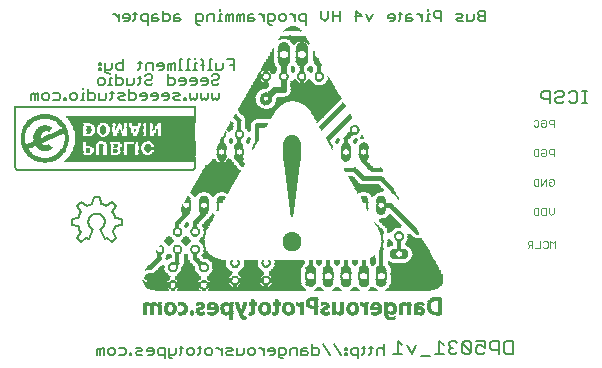
<source format=gbo>
G75*
G70*
%OFA0B0*%
%FSLAX24Y24*%
%IPPOS*%
%LPD*%
%AMOC8*
5,1,8,0,0,1.08239X$1,22.5*
%
%ADD10C,0.0080*%
%ADD11C,0.0040*%
%ADD12C,0.0050*%
%ADD13R,0.0290X0.0010*%
%ADD14R,0.0120X0.0010*%
%ADD15R,0.0140X0.0010*%
%ADD16R,0.0310X0.0010*%
%ADD17R,0.0130X0.0010*%
%ADD18R,0.0320X0.0010*%
%ADD19R,0.0330X0.0010*%
%ADD20R,0.0160X0.0010*%
%ADD21R,0.0340X0.0010*%
%ADD22R,0.0170X0.0010*%
%ADD23R,0.0180X0.0010*%
%ADD24R,0.0080X0.0010*%
%ADD25R,0.0030X0.0010*%
%ADD26R,0.0200X0.0010*%
%ADD27R,0.0040X0.0010*%
%ADD28R,0.0020X0.0010*%
%ADD29R,0.0150X0.0010*%
%ADD30R,0.0090X0.0010*%
%ADD31R,0.0100X0.0010*%
%ADD32R,0.0110X0.0010*%
%ADD33R,0.0060X0.0010*%
%ADD34R,0.0270X0.0010*%
%ADD35R,0.0250X0.0010*%
%ADD36R,0.0230X0.0010*%
%ADD37R,0.0210X0.0010*%
%ADD38R,0.0240X0.0010*%
%ADD39R,0.0220X0.0010*%
%ADD40R,0.0190X0.0010*%
%ADD41R,0.0260X0.0010*%
%ADD42R,0.0280X0.0010*%
%ADD43R,0.0370X0.0010*%
%ADD44R,0.0300X0.0010*%
%ADD45R,0.0360X0.0010*%
%ADD46R,0.0390X0.0010*%
%ADD47R,0.0350X0.0010*%
%ADD48R,0.0400X0.0010*%
%ADD49R,0.0380X0.0010*%
%ADD50R,0.0410X0.0010*%
%ADD51R,0.0420X0.0010*%
%ADD52R,0.0430X0.0010*%
%ADD53R,0.0070X0.0010*%
%ADD54R,0.0050X0.0010*%
%ADD55R,0.0010X0.0010*%
%ADD56R,0.0620X0.0010*%
%ADD57R,0.0610X0.0010*%
%ADD58R,0.0600X0.0010*%
%ADD59R,0.0450X0.0010*%
%ADD60R,0.0440X0.0010*%
%ADD61R,0.1520X0.0010*%
%ADD62R,0.3290X0.0010*%
%ADD63R,0.0770X0.0010*%
%ADD64R,0.0470X0.0010*%
%ADD65R,0.1590X0.0010*%
%ADD66R,0.3240X0.0010*%
%ADD67R,0.0740X0.0010*%
%ADD68R,0.0560X0.0010*%
%ADD69R,0.1600X0.0010*%
%ADD70R,0.3210X0.0010*%
%ADD71R,0.0720X0.0010*%
%ADD72R,0.0580X0.0010*%
%ADD73R,0.1620X0.0010*%
%ADD74R,0.3190X0.0010*%
%ADD75R,0.0700X0.0010*%
%ADD76R,0.1630X0.0010*%
%ADD77R,0.3170X0.0010*%
%ADD78R,0.0690X0.0010*%
%ADD79R,0.1650X0.0010*%
%ADD80R,0.3160X0.0010*%
%ADD81R,0.0680X0.0010*%
%ADD82R,0.0630X0.0010*%
%ADD83R,0.1670X0.0010*%
%ADD84R,0.3150X0.0010*%
%ADD85R,0.0660X0.0010*%
%ADD86R,0.0650X0.0010*%
%ADD87R,0.1680X0.0010*%
%ADD88R,0.3120X0.0010*%
%ADD89R,0.1690X0.0010*%
%ADD90R,0.3110X0.0010*%
%ADD91R,0.3100X0.0010*%
%ADD92R,0.3220X0.0010*%
%ADD93R,0.0900X0.0010*%
%ADD94R,0.0830X0.0010*%
%ADD95R,0.1700X0.0010*%
%ADD96R,0.1110X0.0010*%
%ADD97R,0.0840X0.0010*%
%ADD98R,0.0860X0.0010*%
%ADD99R,0.0880X0.0010*%
%ADD100R,0.1100X0.0010*%
%ADD101R,0.0820X0.0010*%
%ADD102R,0.0850X0.0010*%
%ADD103R,0.1080X0.0010*%
%ADD104R,0.0800X0.0010*%
%ADD105R,0.1710X0.0010*%
%ADD106R,0.0790X0.0010*%
%ADD107R,0.1720X0.0010*%
%ADD108R,0.1060X0.0010*%
%ADD109R,0.0810X0.0010*%
%ADD110R,0.1030X0.0010*%
%ADD111R,0.0750X0.0010*%
%ADD112R,0.1730X0.0010*%
%ADD113R,0.1020X0.0010*%
%ADD114R,0.0730X0.0010*%
%ADD115R,0.1010X0.0010*%
%ADD116R,0.0710X0.0010*%
%ADD117R,0.0780X0.0010*%
%ADD118R,0.1000X0.0010*%
%ADD119R,0.0990X0.0010*%
%ADD120R,0.0670X0.0010*%
%ADD121R,0.0760X0.0010*%
%ADD122R,0.0980X0.0010*%
%ADD123R,0.0960X0.0010*%
%ADD124R,0.0870X0.0010*%
%ADD125R,0.0950X0.0010*%
%ADD126R,0.0890X0.0010*%
%ADD127R,0.1090X0.0010*%
%ADD128R,0.1070X0.0010*%
%ADD129R,0.0640X0.0010*%
%ADD130R,0.0970X0.0010*%
%ADD131R,0.1040X0.0010*%
%ADD132R,0.1050X0.0010*%
%ADD133R,0.0590X0.0010*%
%ADD134R,0.0570X0.0010*%
%ADD135R,0.0550X0.0010*%
%ADD136R,0.0530X0.0010*%
%ADD137R,0.0510X0.0010*%
%ADD138R,0.1660X0.0010*%
%ADD139R,0.0480X0.0010*%
%ADD140R,0.0460X0.0010*%
%ADD141R,0.1640X0.0010*%
%ADD142R,0.0520X0.0010*%
%ADD143R,0.0940X0.0010*%
%ADD144R,0.0930X0.0010*%
%ADD145R,0.0540X0.0010*%
%ADD146R,0.0500X0.0010*%
%ADD147R,0.1610X0.0010*%
%ADD148R,0.0490X0.0010*%
%ADD149R,0.0920X0.0010*%
%ADD150R,0.0910X0.0010*%
%ADD151R,0.1270X0.0010*%
%ADD152R,0.1260X0.0010*%
%ADD153R,0.1250X0.0010*%
%ADD154R,0.1240X0.0010*%
%ADD155R,0.1220X0.0010*%
%ADD156R,0.1200X0.0010*%
%ADD157R,0.1190X0.0010*%
%ADD158R,0.1170X0.0010*%
%ADD159R,0.1160X0.0010*%
%ADD160R,0.1150X0.0010*%
%ADD161R,0.1130X0.0010*%
%ADD162R,0.1120X0.0010*%
%ADD163R,0.1180X0.0010*%
%ADD164R,0.1230X0.0010*%
%ADD165R,0.1280X0.0010*%
%ADD166R,0.1290X0.0010*%
%ADD167R,0.1210X0.0010*%
%ADD168R,0.1300X0.0010*%
%ADD169R,0.1350X0.0010*%
%ADD170R,0.1390X0.0010*%
%ADD171R,0.1440X0.0010*%
%ADD172R,0.2100X0.0010*%
%ADD173R,0.2110X0.0010*%
%ADD174R,0.2120X0.0010*%
%ADD175R,0.2130X0.0010*%
%ADD176R,0.2140X0.0010*%
%ADD177R,0.2150X0.0010*%
%ADD178R,0.2160X0.0010*%
%ADD179R,0.2170X0.0010*%
%ADD180R,0.2090X0.0010*%
%ADD181R,0.1840X0.0010*%
%ADD182R,0.1810X0.0010*%
%ADD183R,0.1790X0.0010*%
%ADD184R,0.1750X0.0010*%
%ADD185R,0.1570X0.0010*%
%ADD186R,0.1560X0.0010*%
%ADD187R,0.1550X0.0010*%
%ADD188R,0.1540X0.0010*%
%ADD189R,0.1530X0.0010*%
%ADD190R,0.1510X0.0010*%
%ADD191R,0.1500X0.0010*%
%ADD192R,0.1490X0.0010*%
%ADD193R,0.1480X0.0010*%
%ADD194R,0.1470X0.0010*%
%ADD195R,0.1460X0.0010*%
%ADD196R,0.1450X0.0010*%
%ADD197R,0.1430X0.0010*%
%ADD198C,0.0060*%
%ADD199R,0.6045X0.0015*%
%ADD200R,0.6045X0.0015*%
%ADD201R,0.0045X0.0015*%
%ADD202R,0.0045X0.0015*%
%ADD203R,0.0165X0.0015*%
%ADD204R,0.0345X0.0015*%
%ADD205R,0.0465X0.0015*%
%ADD206R,0.0555X0.0015*%
%ADD207R,0.0630X0.0015*%
%ADD208R,0.0705X0.0015*%
%ADD209R,0.4335X0.0015*%
%ADD210R,0.0765X0.0015*%
%ADD211R,0.4320X0.0015*%
%ADD212R,0.0795X0.0015*%
%ADD213R,0.4305X0.0015*%
%ADD214R,0.0855X0.0015*%
%ADD215R,0.4290X0.0015*%
%ADD216R,0.0915X0.0015*%
%ADD217R,0.4275X0.0015*%
%ADD218R,0.0360X0.0015*%
%ADD219R,0.4260X0.0015*%
%ADD220R,0.0315X0.0015*%
%ADD221R,0.4245X0.0015*%
%ADD222R,0.0300X0.0015*%
%ADD223R,0.4230X0.0015*%
%ADD224R,0.0270X0.0015*%
%ADD225R,0.0255X0.0015*%
%ADD226R,0.4215X0.0015*%
%ADD227R,0.0240X0.0015*%
%ADD228R,0.4200X0.0015*%
%ADD229R,0.0225X0.0015*%
%ADD230R,0.4185X0.0015*%
%ADD231R,0.0210X0.0015*%
%ADD232R,0.4170X0.0015*%
%ADD233R,0.4155X0.0015*%
%ADD234R,0.0195X0.0015*%
%ADD235R,0.0405X0.0015*%
%ADD236R,0.0105X0.0015*%
%ADD237R,0.0060X0.0015*%
%ADD238R,0.0075X0.0015*%
%ADD239R,0.0180X0.0015*%
%ADD240R,0.1155X0.0015*%
%ADD241R,0.0390X0.0015*%
%ADD242R,0.0090X0.0015*%
%ADD243R,0.0150X0.0015*%
%ADD244R,0.0135X0.0015*%
%ADD245R,0.0375X0.0015*%
%ADD246R,0.0120X0.0015*%
%ADD247R,0.0330X0.0015*%
%ADD248R,0.0435X0.0015*%
%ADD249R,0.0030X0.0015*%
%ADD250R,0.0480X0.0015*%
%ADD251R,0.0495X0.0015*%
%ADD252R,0.0015X0.0015*%
%ADD253R,0.0285X0.0015*%
%ADD254R,0.0450X0.0015*%
%ADD255R,0.0525X0.0015*%
%ADD256R,0.0885X0.0015*%
%ADD257R,0.3015X0.0015*%
%ADD258R,0.4020X0.0015*%
%ADD259R,0.0600X0.0015*%
%ADD260R,0.0570X0.0015*%
%ADD261R,0.0825X0.0015*%
%ADD262R,0.1440X0.0015*%
%ADD263R,0.1545X0.0015*%
%ADD264R,0.1500X0.0015*%
%ADD265R,0.1485X0.0015*%
%ADD266R,0.1455X0.0015*%
%ADD267R,0.1425X0.0015*%
%ADD268R,0.0510X0.0015*%
%ADD269R,0.0720X0.0015*%
%ADD270R,0.1410X0.0015*%
%ADD271R,0.0750X0.0015*%
%ADD272R,0.0945X0.0015*%
%ADD273R,0.0420X0.0015*%
%ADD274R,0.1395X0.0015*%
%ADD275R,0.1710X0.0015*%
%ADD276R,0.1695X0.0015*%
%ADD277R,0.1515X0.0015*%
%ADD278R,0.2565X0.0015*%
%ADD279R,0.1575X0.0015*%
%ADD280R,0.4350X0.0015*%
%ADD281R,0.4365X0.0015*%
%ADD282R,0.4395X0.0015*%
%ADD283R,0.0060X0.0015*%
%ADD284R,0.5985X0.0015*%
%ADD285R,0.5955X0.0015*%
%ADD286R,0.5910X0.0015*%
D10*
X005653Y007591D02*
X005833Y007711D01*
X005913Y007671D01*
X006053Y008011D01*
X006293Y008011D02*
X006443Y007671D01*
X006513Y007711D01*
X006693Y007591D01*
X006833Y007731D01*
X006713Y007911D01*
X006793Y008111D02*
X007013Y008151D01*
X007013Y008351D01*
X006783Y008391D01*
X006703Y008581D02*
X006833Y008771D01*
X006693Y008911D01*
X006503Y008781D01*
X006323Y008851D02*
X006273Y009091D01*
X006083Y009091D01*
X006033Y008851D01*
X005853Y008781D02*
X005653Y008911D01*
X005513Y008771D01*
X005653Y008581D01*
X005563Y008391D02*
X005343Y008351D01*
X005343Y008151D01*
X005563Y008111D01*
X005643Y007911D02*
X005513Y007731D01*
X005653Y007591D01*
X005561Y008391D02*
X005573Y008431D01*
X005588Y008470D01*
X005606Y008508D01*
X005626Y008544D01*
X005648Y008579D01*
X006053Y008011D02*
X006025Y008027D01*
X005998Y008046D01*
X005975Y008068D01*
X005954Y008093D01*
X005936Y008121D01*
X005921Y008150D01*
X005911Y008181D01*
X005903Y008212D01*
X005900Y008245D01*
X005901Y008277D01*
X005905Y008310D01*
X005914Y008341D01*
X005926Y008371D01*
X005941Y008400D01*
X005960Y008427D01*
X005982Y008451D01*
X006006Y008472D01*
X006033Y008491D01*
X006062Y008506D01*
X006093Y008517D01*
X006124Y008525D01*
X006157Y008529D01*
X006189Y008529D01*
X006222Y008525D01*
X006253Y008517D01*
X006284Y008506D01*
X006313Y008491D01*
X006340Y008472D01*
X006364Y008451D01*
X006386Y008427D01*
X006405Y008400D01*
X006420Y008371D01*
X006432Y008341D01*
X006441Y008310D01*
X006445Y008277D01*
X006446Y008245D01*
X006443Y008212D01*
X006435Y008181D01*
X006425Y008150D01*
X006410Y008121D01*
X006392Y008093D01*
X006371Y008068D01*
X006348Y008046D01*
X006321Y008027D01*
X006293Y008011D01*
X006500Y008777D02*
X006458Y008800D01*
X006415Y008819D01*
X006370Y008836D01*
X006324Y008848D01*
X006790Y008095D02*
X006775Y008048D01*
X006757Y008002D01*
X006735Y007958D01*
X006710Y007916D01*
X006785Y008393D02*
X006774Y008433D01*
X006760Y008472D01*
X006744Y008509D01*
X006725Y008546D01*
X006704Y008581D01*
X005563Y008112D02*
X005573Y008070D01*
X005586Y008029D01*
X005602Y007989D01*
X005621Y007950D01*
X005643Y007913D01*
X005853Y008781D02*
X005896Y008804D01*
X005940Y008824D01*
X005986Y008840D01*
X006032Y008852D01*
X021001Y012419D02*
X021071Y012349D01*
X021282Y012349D01*
X021282Y012209D02*
X021282Y012629D01*
X021071Y012629D01*
X021001Y012559D01*
X021001Y012419D01*
X021462Y012349D02*
X021462Y012279D01*
X021532Y012209D01*
X021672Y012209D01*
X021742Y012279D01*
X021672Y012419D02*
X021532Y012419D01*
X021462Y012349D01*
X021462Y012559D02*
X021532Y012629D01*
X021672Y012629D01*
X021742Y012559D01*
X021742Y012489D01*
X021672Y012419D01*
X021922Y012559D02*
X021992Y012629D01*
X022132Y012629D01*
X022202Y012559D01*
X022202Y012279D01*
X022132Y012209D01*
X021992Y012209D01*
X021922Y012279D01*
X022369Y012209D02*
X022509Y012209D01*
X022439Y012209D02*
X022439Y012629D01*
X022509Y012629D02*
X022369Y012629D01*
D11*
X021406Y011665D02*
X021288Y011665D01*
X021248Y011625D01*
X021248Y011547D01*
X021288Y011507D01*
X021406Y011507D01*
X021406Y011429D02*
X021406Y011665D01*
X021152Y011625D02*
X021152Y011468D01*
X021112Y011429D01*
X021034Y011429D01*
X020995Y011468D01*
X020995Y011547D01*
X021073Y011547D01*
X020995Y011625D02*
X021034Y011665D01*
X021112Y011665D01*
X021152Y011625D01*
X020898Y011625D02*
X020898Y011468D01*
X020859Y011429D01*
X020780Y011429D01*
X020741Y011468D01*
X020741Y011625D02*
X020780Y011665D01*
X020859Y011665D01*
X020898Y011625D01*
X020898Y010680D02*
X020780Y010680D01*
X020741Y010641D01*
X020741Y010484D01*
X020780Y010445D01*
X020898Y010445D01*
X020898Y010680D01*
X020995Y010641D02*
X021034Y010680D01*
X021112Y010680D01*
X021152Y010641D01*
X021152Y010484D01*
X021112Y010445D01*
X021034Y010445D01*
X020995Y010484D01*
X020995Y010562D01*
X021073Y010562D01*
X021248Y010562D02*
X021288Y010523D01*
X021406Y010523D01*
X021406Y010445D02*
X021406Y010680D01*
X021288Y010680D01*
X021248Y010641D01*
X021248Y010562D01*
X021288Y009696D02*
X021366Y009696D01*
X021406Y009657D01*
X021406Y009500D01*
X021366Y009460D01*
X021288Y009460D01*
X021248Y009500D01*
X021248Y009578D01*
X021327Y009578D01*
X021248Y009657D02*
X021288Y009696D01*
X021152Y009696D02*
X020995Y009460D01*
X020995Y009696D01*
X020898Y009696D02*
X020780Y009696D01*
X020741Y009657D01*
X020741Y009500D01*
X020780Y009460D01*
X020898Y009460D01*
X020898Y009696D01*
X021152Y009696D02*
X021152Y009460D01*
X021152Y008712D02*
X021034Y008712D01*
X020995Y008673D01*
X020995Y008515D01*
X021034Y008476D01*
X021152Y008476D01*
X021152Y008712D01*
X021248Y008712D02*
X021248Y008555D01*
X021327Y008476D01*
X021406Y008555D01*
X021406Y008712D01*
X020898Y008712D02*
X020898Y008476D01*
X020780Y008476D01*
X020741Y008515D01*
X020741Y008673D01*
X020780Y008712D01*
X020898Y008712D01*
X020952Y007625D02*
X020952Y007389D01*
X020795Y007389D01*
X020698Y007389D02*
X020698Y007625D01*
X020580Y007625D01*
X020541Y007586D01*
X020541Y007507D01*
X020580Y007468D01*
X020698Y007468D01*
X020619Y007468D02*
X020541Y007389D01*
X021048Y007429D02*
X021088Y007389D01*
X021166Y007389D01*
X021205Y007429D01*
X021205Y007586D01*
X021166Y007625D01*
X021088Y007625D01*
X021048Y007586D01*
X021302Y007625D02*
X021302Y007389D01*
X021459Y007389D02*
X021459Y007625D01*
X021381Y007547D01*
X021302Y007625D01*
D12*
X006181Y003992D02*
X006181Y003817D01*
X006298Y003817D02*
X006298Y003992D01*
X006239Y004050D01*
X006181Y003992D01*
X006298Y003992D02*
X006356Y004050D01*
X006414Y004050D01*
X006414Y003817D01*
X006549Y003875D02*
X006549Y003992D01*
X006608Y004050D01*
X006724Y004050D01*
X006783Y003992D01*
X006783Y003875D01*
X006724Y003817D01*
X006608Y003817D01*
X006549Y003875D01*
X006917Y003817D02*
X007093Y003817D01*
X007151Y003875D01*
X007151Y003992D01*
X007093Y004050D01*
X006917Y004050D01*
X007277Y003875D02*
X007277Y003817D01*
X007335Y003817D01*
X007335Y003875D01*
X007277Y003875D01*
X007470Y003875D02*
X007528Y003933D01*
X007645Y003933D01*
X007703Y003992D01*
X007645Y004050D01*
X007470Y004050D01*
X007470Y003875D02*
X007528Y003817D01*
X007703Y003817D01*
X007838Y003933D02*
X008072Y003933D01*
X008072Y003875D02*
X008072Y003992D01*
X008013Y004050D01*
X007897Y004050D01*
X007838Y003992D01*
X007838Y003933D01*
X007897Y003817D02*
X008013Y003817D01*
X008072Y003875D01*
X008206Y003875D02*
X008206Y003992D01*
X008265Y004050D01*
X008440Y004050D01*
X008440Y003700D01*
X008440Y003817D02*
X008265Y003817D01*
X008206Y003875D01*
X008575Y003817D02*
X008750Y003817D01*
X008808Y003875D01*
X008808Y004050D01*
X008937Y004050D02*
X009054Y004050D01*
X008995Y004109D02*
X008995Y003875D01*
X008937Y003817D01*
X009189Y003875D02*
X009189Y003992D01*
X009247Y004050D01*
X009364Y004050D01*
X009422Y003992D01*
X009422Y003875D01*
X009364Y003817D01*
X009247Y003817D01*
X009189Y003875D01*
X008692Y003700D02*
X008633Y003700D01*
X008575Y003758D01*
X008575Y004050D01*
X009551Y004050D02*
X009668Y004050D01*
X009609Y004109D02*
X009609Y003875D01*
X009551Y003817D01*
X009802Y003875D02*
X009802Y003992D01*
X009861Y004050D01*
X009978Y004050D01*
X010036Y003992D01*
X010036Y003875D01*
X009978Y003817D01*
X009861Y003817D01*
X009802Y003875D01*
X010168Y004050D02*
X010226Y004050D01*
X010343Y003933D01*
X010343Y003817D02*
X010343Y004050D01*
X010478Y004050D02*
X010653Y004050D01*
X010711Y003992D01*
X010653Y003933D01*
X010536Y003933D01*
X010478Y003875D01*
X010536Y003817D01*
X010711Y003817D01*
X010846Y003817D02*
X010846Y004050D01*
X010846Y003817D02*
X011021Y003817D01*
X011079Y003875D01*
X011079Y004050D01*
X011214Y003992D02*
X011273Y004050D01*
X011389Y004050D01*
X011448Y003992D01*
X011448Y003875D01*
X011389Y003817D01*
X011273Y003817D01*
X011214Y003875D01*
X011214Y003992D01*
X011580Y004050D02*
X011638Y004050D01*
X011755Y003933D01*
X011755Y003817D02*
X011755Y004050D01*
X011889Y003992D02*
X011889Y003933D01*
X012123Y003933D01*
X012123Y003875D02*
X012123Y003992D01*
X012065Y004050D01*
X011948Y004050D01*
X011889Y003992D01*
X011948Y003817D02*
X012065Y003817D01*
X012123Y003875D01*
X012258Y003817D02*
X012433Y003817D01*
X012491Y003875D01*
X012491Y003992D01*
X012433Y004050D01*
X012258Y004050D01*
X012258Y003758D01*
X012316Y003700D01*
X012375Y003700D01*
X012626Y003817D02*
X012626Y003992D01*
X012684Y004050D01*
X012860Y004050D01*
X012860Y003817D01*
X012994Y003817D02*
X012994Y003992D01*
X013053Y004050D01*
X013170Y004050D01*
X013170Y003933D02*
X012994Y003933D01*
X012994Y003817D02*
X013170Y003817D01*
X013228Y003875D01*
X013170Y003933D01*
X013363Y003817D02*
X013538Y003817D01*
X013596Y003875D01*
X013596Y003992D01*
X013538Y004050D01*
X013363Y004050D01*
X013363Y004167D02*
X013363Y003817D01*
X013731Y004167D02*
X013964Y003817D01*
X014333Y003817D02*
X014099Y004167D01*
X014459Y004050D02*
X014459Y003992D01*
X014517Y003992D01*
X014517Y004050D01*
X014459Y004050D01*
X014459Y003875D02*
X014459Y003817D01*
X014517Y003817D01*
X014517Y003875D01*
X014459Y003875D01*
X014652Y003875D02*
X014652Y003992D01*
X014710Y004050D01*
X014885Y004050D01*
X014885Y003700D01*
X014885Y003817D02*
X014710Y003817D01*
X014652Y003875D01*
X015014Y003817D02*
X015072Y003875D01*
X015072Y004109D01*
X015014Y004050D02*
X015131Y004050D01*
X015260Y004050D02*
X015376Y004050D01*
X015318Y004109D02*
X015318Y003875D01*
X015260Y003817D01*
X015511Y003817D02*
X015511Y003992D01*
X015569Y004050D01*
X015686Y004050D01*
X015745Y003992D01*
X015745Y004167D02*
X015745Y003817D01*
X010186Y012317D02*
X010128Y012375D01*
X010069Y012317D01*
X010011Y012375D01*
X010011Y012550D01*
X009876Y012550D02*
X009876Y012375D01*
X009818Y012317D01*
X009760Y012375D01*
X009701Y012317D01*
X009643Y012375D01*
X009643Y012550D01*
X009508Y012550D02*
X009508Y012375D01*
X009450Y012317D01*
X009391Y012375D01*
X009333Y012317D01*
X009274Y012375D01*
X009274Y012550D01*
X009140Y012375D02*
X009081Y012375D01*
X009081Y012317D01*
X009140Y012317D01*
X009140Y012375D01*
X008956Y012317D02*
X008780Y012317D01*
X008722Y012375D01*
X008780Y012433D01*
X008897Y012433D01*
X008956Y012492D01*
X008897Y012550D01*
X008722Y012550D01*
X008587Y012492D02*
X008587Y012375D01*
X008529Y012317D01*
X008412Y012317D01*
X008354Y012433D02*
X008587Y012433D01*
X008587Y012492D02*
X008529Y012550D01*
X008412Y012550D01*
X008354Y012492D01*
X008354Y012433D01*
X008219Y012433D02*
X007985Y012433D01*
X007985Y012492D01*
X008044Y012550D01*
X008161Y012550D01*
X008219Y012492D01*
X008219Y012375D01*
X008161Y012317D01*
X008044Y012317D01*
X007851Y012375D02*
X007851Y012492D01*
X007792Y012550D01*
X007675Y012550D01*
X007617Y012492D01*
X007617Y012433D01*
X007851Y012433D01*
X007851Y012375D02*
X007792Y012317D01*
X007675Y012317D01*
X007482Y012375D02*
X007482Y012492D01*
X007424Y012550D01*
X007249Y012550D01*
X007249Y012667D02*
X007249Y012317D01*
X007424Y012317D01*
X007482Y012375D01*
X007114Y012317D02*
X006939Y012317D01*
X006880Y012375D01*
X006939Y012433D01*
X007056Y012433D01*
X007114Y012492D01*
X007056Y012550D01*
X006880Y012550D01*
X006746Y012550D02*
X006629Y012550D01*
X006687Y012609D02*
X006687Y012375D01*
X006629Y012317D01*
X006500Y012375D02*
X006500Y012550D01*
X006500Y012375D02*
X006442Y012317D01*
X006267Y012317D01*
X006267Y012550D01*
X006132Y012492D02*
X006074Y012550D01*
X005898Y012550D01*
X005898Y012667D02*
X005898Y012317D01*
X006074Y012317D01*
X006132Y012375D01*
X006132Y012492D01*
X006264Y012817D02*
X006205Y012875D01*
X006205Y012992D01*
X006264Y013050D01*
X006380Y013050D01*
X006439Y012992D01*
X006439Y012875D01*
X006380Y012817D01*
X006264Y012817D01*
X006568Y012817D02*
X006684Y012817D01*
X006626Y012817D02*
X006626Y013050D01*
X006684Y013050D01*
X006626Y013167D02*
X006626Y013225D01*
X006577Y013200D02*
X006518Y013200D01*
X006460Y013258D01*
X006460Y013550D01*
X006325Y013550D02*
X006325Y013492D01*
X006267Y013492D01*
X006267Y013550D01*
X006325Y013550D01*
X006325Y013375D02*
X006267Y013375D01*
X006267Y013317D01*
X006325Y013317D01*
X006325Y013375D01*
X006460Y013317D02*
X006635Y013317D01*
X006693Y013375D01*
X006693Y013550D01*
X006828Y013492D02*
X006887Y013550D01*
X007062Y013550D01*
X007062Y013667D02*
X007062Y013317D01*
X006887Y013317D01*
X006828Y013375D01*
X006828Y013492D01*
X006819Y013167D02*
X006819Y012817D01*
X006994Y012817D01*
X007053Y012875D01*
X007053Y012992D01*
X006994Y013050D01*
X006819Y013050D01*
X007187Y013050D02*
X007187Y012817D01*
X007363Y012817D01*
X007421Y012875D01*
X007421Y013050D01*
X007550Y013050D02*
X007666Y013050D01*
X007608Y013109D02*
X007608Y012875D01*
X007550Y012817D01*
X007801Y012875D02*
X007801Y012933D01*
X007860Y012992D01*
X007976Y012992D01*
X008035Y013050D01*
X008035Y013109D01*
X007976Y013167D01*
X007860Y013167D01*
X007801Y013109D01*
X007810Y013317D02*
X007810Y013492D01*
X007869Y013550D01*
X008044Y013550D01*
X008044Y013317D01*
X008179Y013433D02*
X008179Y013492D01*
X008237Y013550D01*
X008354Y013550D01*
X008412Y013492D01*
X008412Y013375D01*
X008354Y013317D01*
X008237Y013317D01*
X008179Y013433D02*
X008412Y013433D01*
X008547Y013492D02*
X008547Y013317D01*
X008664Y013317D02*
X008664Y013492D01*
X008605Y013550D01*
X008547Y013492D01*
X008664Y013492D02*
X008722Y013550D01*
X008780Y013550D01*
X008780Y013317D01*
X008909Y013317D02*
X009026Y013317D01*
X008968Y013317D02*
X008968Y013667D01*
X009026Y013667D01*
X009213Y013667D02*
X009213Y013317D01*
X009271Y013317D02*
X009155Y013317D01*
X009400Y013317D02*
X009517Y013317D01*
X009459Y013317D02*
X009459Y013550D01*
X009517Y013550D01*
X009459Y013667D02*
X009459Y013725D01*
X009646Y013667D02*
X009704Y013609D01*
X009704Y013317D01*
X009762Y013492D02*
X009646Y013492D01*
X009891Y013317D02*
X010008Y013317D01*
X009950Y013317D02*
X009950Y013667D01*
X010008Y013667D01*
X010143Y013550D02*
X010143Y013317D01*
X010318Y013317D01*
X010376Y013375D01*
X010376Y013550D01*
X010511Y013667D02*
X010745Y013667D01*
X010745Y013317D01*
X010745Y013492D02*
X010628Y013492D01*
X010245Y013109D02*
X010245Y013050D01*
X010186Y012992D01*
X010069Y012992D01*
X010011Y012933D01*
X010011Y012875D01*
X010069Y012817D01*
X010186Y012817D01*
X010245Y012875D01*
X009876Y012875D02*
X009876Y012992D01*
X009818Y013050D01*
X009701Y013050D01*
X009643Y012992D01*
X009643Y012933D01*
X009876Y012933D01*
X009876Y012875D02*
X009818Y012817D01*
X009701Y012817D01*
X009508Y012875D02*
X009508Y012992D01*
X009450Y013050D01*
X009333Y013050D01*
X009274Y012992D01*
X009274Y012933D01*
X009508Y012933D01*
X009508Y012875D02*
X009450Y012817D01*
X009333Y012817D01*
X009140Y012875D02*
X009140Y012992D01*
X009081Y013050D01*
X008965Y013050D01*
X008906Y012992D01*
X008906Y012933D01*
X009140Y012933D01*
X009140Y012875D02*
X009081Y012817D01*
X008965Y012817D01*
X008771Y012875D02*
X008771Y012992D01*
X008713Y013050D01*
X008538Y013050D01*
X008538Y013167D02*
X008538Y012817D01*
X008713Y012817D01*
X008771Y012875D01*
X008035Y012875D02*
X007976Y012817D01*
X007860Y012817D01*
X007801Y012875D01*
X007559Y013317D02*
X007617Y013375D01*
X007617Y013609D01*
X007675Y013550D02*
X007559Y013550D01*
X007886Y014825D02*
X007886Y015175D01*
X007711Y015175D01*
X007653Y015117D01*
X007653Y015000D01*
X007711Y014942D01*
X007886Y014942D01*
X008021Y014942D02*
X008021Y015117D01*
X008080Y015175D01*
X008196Y015175D01*
X008196Y015058D02*
X008021Y015058D01*
X008021Y014942D02*
X008196Y014942D01*
X008255Y015000D01*
X008196Y015058D01*
X008389Y014942D02*
X008565Y014942D01*
X008623Y015000D01*
X008623Y015117D01*
X008565Y015175D01*
X008389Y015175D01*
X008389Y015292D02*
X008389Y014942D01*
X008758Y014942D02*
X008933Y014942D01*
X008991Y015000D01*
X008933Y015058D01*
X008758Y015058D01*
X008758Y015117D02*
X008758Y014942D01*
X008758Y015117D02*
X008816Y015175D01*
X008933Y015175D01*
X009494Y015175D02*
X009494Y014883D01*
X009553Y014825D01*
X009611Y014825D01*
X009670Y014942D02*
X009494Y014942D01*
X009670Y014942D02*
X009728Y015000D01*
X009728Y015117D01*
X009670Y015175D01*
X009494Y015175D01*
X009863Y015117D02*
X009863Y014942D01*
X009863Y015117D02*
X009921Y015175D01*
X010096Y015175D01*
X010096Y014942D01*
X010225Y014942D02*
X010342Y014942D01*
X010283Y014942D02*
X010283Y015175D01*
X010342Y015175D01*
X010283Y015292D02*
X010283Y015350D01*
X010477Y015117D02*
X010477Y014942D01*
X010593Y014942D02*
X010593Y015117D01*
X010535Y015175D01*
X010477Y015117D01*
X010593Y015117D02*
X010652Y015175D01*
X010710Y015175D01*
X010710Y014942D01*
X010845Y014942D02*
X010845Y015117D01*
X010903Y015175D01*
X010962Y015117D01*
X010962Y014942D01*
X011078Y014942D02*
X011078Y015175D01*
X011020Y015175D01*
X010962Y015117D01*
X011213Y015117D02*
X011213Y014942D01*
X011388Y014942D01*
X011447Y015000D01*
X011388Y015058D01*
X011213Y015058D01*
X011213Y015117D02*
X011272Y015175D01*
X011388Y015175D01*
X011578Y015175D02*
X011637Y015175D01*
X011754Y015058D01*
X011754Y014942D02*
X011754Y015175D01*
X011888Y015175D02*
X011888Y014883D01*
X011947Y014825D01*
X012005Y014825D01*
X012064Y014942D02*
X011888Y014942D01*
X012064Y014942D02*
X012122Y015000D01*
X012122Y015117D01*
X012064Y015175D01*
X011888Y015175D01*
X012257Y015117D02*
X012257Y015000D01*
X012315Y014942D01*
X012432Y014942D01*
X012490Y015000D01*
X012490Y015117D01*
X012432Y015175D01*
X012315Y015175D01*
X012257Y015117D01*
X012622Y015175D02*
X012680Y015175D01*
X012797Y015058D01*
X012797Y014942D02*
X012797Y015175D01*
X012932Y015117D02*
X012932Y015000D01*
X012990Y014942D01*
X013165Y014942D01*
X013165Y014825D02*
X013165Y015175D01*
X012990Y015175D01*
X012932Y015117D01*
X013668Y015058D02*
X013668Y015292D01*
X013668Y015058D02*
X013785Y014942D01*
X013902Y015058D01*
X013902Y015292D01*
X014037Y015292D02*
X014037Y014942D01*
X014037Y015117D02*
X014270Y015117D01*
X014270Y014942D02*
X014270Y015292D01*
X014773Y015117D02*
X015007Y015117D01*
X014832Y015292D01*
X014832Y014942D01*
X015142Y015175D02*
X015258Y014942D01*
X015375Y015175D01*
X015878Y015117D02*
X015878Y015058D01*
X016112Y015058D01*
X016112Y015000D02*
X016112Y015117D01*
X016053Y015175D01*
X015937Y015175D01*
X015878Y015117D01*
X015937Y014942D02*
X016053Y014942D01*
X016112Y015000D01*
X016241Y014942D02*
X016299Y015000D01*
X016299Y015234D01*
X016357Y015175D02*
X016241Y015175D01*
X016492Y015117D02*
X016492Y014942D01*
X016667Y014942D01*
X016726Y015000D01*
X016667Y015058D01*
X016492Y015058D01*
X016492Y015117D02*
X016551Y015175D01*
X016667Y015175D01*
X016857Y015175D02*
X016916Y015175D01*
X017033Y015058D01*
X017033Y014942D02*
X017033Y015175D01*
X017220Y015175D02*
X017220Y014942D01*
X017278Y014942D02*
X017161Y014942D01*
X017220Y015175D02*
X017278Y015175D01*
X017220Y015292D02*
X017220Y015350D01*
X017413Y015234D02*
X017413Y015117D01*
X017471Y015058D01*
X017646Y015058D01*
X017646Y014942D02*
X017646Y015292D01*
X017471Y015292D01*
X017413Y015234D01*
X018149Y015175D02*
X018325Y015175D01*
X018383Y015117D01*
X018325Y015058D01*
X018208Y015058D01*
X018149Y015000D01*
X018208Y014942D01*
X018383Y014942D01*
X018518Y014942D02*
X018518Y015175D01*
X018751Y015175D02*
X018751Y015000D01*
X018693Y014942D01*
X018518Y014942D01*
X018886Y015000D02*
X018886Y015058D01*
X018944Y015117D01*
X019120Y015117D01*
X019120Y015292D02*
X018944Y015292D01*
X018886Y015234D01*
X018886Y015175D01*
X018944Y015117D01*
X018886Y015000D02*
X018944Y014942D01*
X019120Y014942D01*
X019120Y015292D01*
X010245Y013109D02*
X010186Y013167D01*
X010069Y013167D01*
X010011Y013109D01*
X009271Y013667D02*
X009213Y013667D01*
X010245Y012550D02*
X010245Y012375D01*
X010186Y012317D01*
X007460Y015000D02*
X007401Y014942D01*
X007460Y015000D02*
X007460Y015234D01*
X007518Y015175D02*
X007401Y015175D01*
X007273Y015117D02*
X007273Y015000D01*
X007214Y014942D01*
X007097Y014942D01*
X007039Y015058D02*
X007273Y015058D01*
X007273Y015117D02*
X007214Y015175D01*
X007097Y015175D01*
X007039Y015117D01*
X007039Y015058D01*
X006904Y015058D02*
X006788Y015175D01*
X006729Y015175D01*
X006904Y015175D02*
X006904Y014942D01*
X005705Y012725D02*
X005705Y012667D01*
X005705Y012550D02*
X005705Y012317D01*
X005647Y012317D02*
X005764Y012317D01*
X005764Y012550D02*
X005705Y012550D01*
X005518Y012492D02*
X005518Y012375D01*
X005460Y012317D01*
X005343Y012317D01*
X005285Y012375D01*
X005285Y012492D01*
X005343Y012550D01*
X005460Y012550D01*
X005518Y012492D01*
X005150Y012375D02*
X005091Y012375D01*
X005091Y012317D01*
X005150Y012317D01*
X005150Y012375D01*
X004966Y012375D02*
X004966Y012492D01*
X004907Y012550D01*
X004732Y012550D01*
X004597Y012492D02*
X004597Y012375D01*
X004539Y012317D01*
X004422Y012317D01*
X004364Y012375D01*
X004364Y012492D01*
X004422Y012550D01*
X004539Y012550D01*
X004597Y012492D01*
X004732Y012317D02*
X004907Y012317D01*
X004966Y012375D01*
X004229Y012317D02*
X004229Y012550D01*
X004171Y012550D01*
X004112Y012492D01*
X004054Y012550D01*
X003995Y012492D01*
X003995Y012317D01*
X004112Y012317D02*
X004112Y012492D01*
D13*
X009161Y008581D03*
X009161Y008571D03*
X009751Y008581D03*
X009751Y009001D03*
X009161Y007641D03*
X009161Y007571D03*
X008571Y007571D03*
X008571Y007641D03*
X008791Y006871D03*
X008291Y006591D03*
X009831Y007121D03*
X010041Y005501D03*
X009641Y005201D03*
X009641Y005191D03*
X009041Y005211D03*
X009041Y005221D03*
X009031Y005201D03*
X011781Y005171D03*
X011771Y005511D03*
X012571Y005171D03*
X013411Y005361D03*
X013791Y005211D03*
X013801Y005191D03*
X014711Y005511D03*
X014491Y006141D03*
X013891Y006141D03*
X013301Y006141D03*
X013301Y006151D03*
X013301Y006711D03*
X012681Y007301D03*
X015071Y006711D03*
X015661Y006711D03*
X015491Y005501D03*
X015461Y005161D03*
X016001Y004991D03*
X016901Y005381D03*
X016951Y005511D03*
X015981Y008031D03*
X015941Y008371D03*
X015661Y008571D03*
X015661Y008581D03*
X015911Y008791D03*
X015661Y008991D03*
X015661Y009001D03*
X015661Y009011D03*
X014861Y009481D03*
X015071Y010351D03*
X015071Y010361D03*
X015071Y010771D03*
X014481Y010771D03*
X014481Y010351D03*
X012681Y009281D03*
X012681Y009271D03*
X012681Y009261D03*
X012681Y009251D03*
X012681Y009241D03*
X012681Y009231D03*
X012681Y009221D03*
X010941Y010351D03*
X010341Y010351D03*
X010341Y010361D03*
X010341Y010771D03*
X012051Y012001D03*
X012281Y012191D03*
X011561Y012891D03*
X011941Y013551D03*
X011941Y013561D03*
X013241Y012871D03*
X013901Y012831D03*
X013571Y011721D03*
D14*
X013546Y011611D03*
X013696Y011361D03*
X013916Y010981D03*
X014196Y010901D03*
X014216Y010971D03*
X014386Y010651D03*
X014786Y010901D03*
X014816Y010981D03*
X015076Y010861D03*
X015166Y010471D03*
X014606Y011761D03*
X014386Y012141D03*
X013246Y012951D03*
X013306Y013251D03*
X013306Y013261D03*
X013456Y013711D03*
X013146Y013711D03*
X012866Y013711D03*
X012556Y013711D03*
X012276Y013711D03*
X012026Y013841D03*
X012766Y014191D03*
X011546Y013001D03*
X010666Y011491D03*
X010666Y011481D03*
X010586Y011271D03*
X010356Y010961D03*
X010356Y010951D03*
X010356Y010941D03*
X010436Y010661D03*
X010436Y010471D03*
X010596Y010311D03*
X010846Y010471D03*
X011026Y010471D03*
X011026Y010661D03*
X010846Y010661D03*
X011256Y011011D03*
X011516Y010981D03*
X011516Y010971D03*
X011256Y011311D03*
X010096Y010311D03*
X010046Y009121D03*
X009846Y008881D03*
X009456Y009121D03*
X009236Y009011D03*
X009256Y008881D03*
X009186Y008161D03*
X009806Y008011D03*
X009806Y008001D03*
X009706Y007681D03*
X009706Y007541D03*
X009706Y007531D03*
X009806Y007241D03*
X009636Y006801D03*
X010476Y005551D03*
X010666Y005511D03*
X010666Y005501D03*
X010876Y005451D03*
X010886Y005421D03*
X010886Y005411D03*
X010896Y005401D03*
X010896Y005391D03*
X010896Y005381D03*
X010896Y005371D03*
X010906Y005351D03*
X010906Y005341D03*
X010916Y005321D03*
X010926Y005291D03*
X011056Y005311D03*
X011086Y005401D03*
X011096Y004991D03*
X010176Y005281D03*
X010176Y005291D03*
X010176Y005301D03*
X010176Y005391D03*
X010176Y005401D03*
X010176Y005411D03*
X010166Y005421D03*
X010166Y005431D03*
X009926Y005451D03*
X009916Y005431D03*
X009916Y005421D03*
X009906Y005411D03*
X009906Y005401D03*
X009546Y005261D03*
X009546Y005251D03*
X009546Y005241D03*
X009346Y005261D03*
X007776Y005271D03*
X007776Y005261D03*
X007776Y005251D03*
X007776Y005241D03*
X007776Y005231D03*
X007776Y005221D03*
X007776Y005211D03*
X007776Y005201D03*
X007776Y005191D03*
X007776Y005181D03*
X007776Y005171D03*
X007776Y005161D03*
X007776Y005151D03*
X007776Y005141D03*
X007776Y005281D03*
X007776Y005291D03*
X007776Y005301D03*
X007776Y005311D03*
X007776Y005321D03*
X007776Y005331D03*
X007776Y005341D03*
X007776Y005351D03*
X007776Y005361D03*
X007776Y005371D03*
X007776Y005381D03*
X007776Y005391D03*
X007776Y005401D03*
X007776Y005411D03*
X012196Y005421D03*
X012196Y005411D03*
X012196Y005401D03*
X012196Y005391D03*
X012196Y005381D03*
X012196Y005371D03*
X012196Y005361D03*
X012196Y005351D03*
X012196Y005341D03*
X012196Y005331D03*
X012196Y005321D03*
X012196Y005311D03*
X012196Y005301D03*
X012196Y005291D03*
X012196Y005281D03*
X012196Y005431D03*
X012196Y005441D03*
X012196Y005451D03*
X012196Y005561D03*
X012196Y005571D03*
X012196Y005581D03*
X012196Y005591D03*
X012196Y005601D03*
X012196Y005611D03*
X012196Y005621D03*
X012886Y005511D03*
X012886Y005501D03*
X013306Y006081D03*
X013596Y006031D03*
X013896Y006081D03*
X014186Y006031D03*
X014486Y006081D03*
X014776Y006041D03*
X014606Y006531D03*
X014786Y006811D03*
X015186Y006541D03*
X015376Y006811D03*
X015396Y007041D03*
X015676Y007321D03*
X015936Y007601D03*
X015936Y007901D03*
X015936Y007911D03*
X015676Y007891D03*
X015676Y007881D03*
X015676Y007871D03*
X015646Y007971D03*
X015636Y007981D03*
X016606Y007791D03*
X016866Y007841D03*
X015756Y008881D03*
X016066Y009231D03*
X016056Y009241D03*
X016046Y009261D03*
X014186Y006811D03*
X014016Y006531D03*
X013776Y006531D03*
X013426Y006531D03*
X013186Y006541D03*
X013596Y006811D03*
X014356Y005541D03*
X014356Y005531D03*
X014356Y005521D03*
X014356Y005511D03*
X014356Y005501D03*
X014356Y005491D03*
X014356Y005481D03*
X014356Y005471D03*
X014356Y005461D03*
X014356Y005451D03*
X014356Y005441D03*
X014356Y005431D03*
X014356Y005421D03*
X014356Y005411D03*
X014356Y005401D03*
X014356Y005391D03*
X014356Y005381D03*
X014356Y005371D03*
X014356Y005361D03*
X014356Y005351D03*
X014356Y005341D03*
X014356Y005331D03*
X014356Y005321D03*
X014356Y005311D03*
X014356Y005301D03*
X014086Y005171D03*
X014086Y005161D03*
X014086Y005151D03*
X013816Y005131D03*
X013706Y005231D03*
X013706Y005241D03*
X013706Y005261D03*
X013876Y005451D03*
X015026Y005511D03*
X015166Y005511D03*
X015166Y005501D03*
X015166Y005491D03*
X015166Y005521D03*
X015156Y005371D03*
X015156Y005361D03*
X015156Y005351D03*
X015156Y005341D03*
X015156Y005331D03*
X015156Y005321D03*
X015156Y005311D03*
X015156Y005301D03*
X015156Y005291D03*
X015156Y005281D03*
X015156Y005271D03*
X015156Y005261D03*
X015156Y005251D03*
X015156Y005241D03*
X015156Y005231D03*
X015156Y005221D03*
X015156Y005211D03*
X015156Y005201D03*
X015156Y005191D03*
X015156Y005181D03*
X015156Y005171D03*
X015156Y005161D03*
X015356Y005391D03*
X015356Y005401D03*
X015356Y005411D03*
X015366Y005421D03*
X015366Y005431D03*
X015376Y005451D03*
X015606Y005441D03*
X015616Y005431D03*
X015616Y005421D03*
X015626Y005411D03*
X015626Y005401D03*
X015626Y005391D03*
X015626Y005291D03*
X015626Y005281D03*
X015836Y005141D03*
X015836Y005131D03*
X016326Y005141D03*
X016806Y005141D03*
X016806Y005151D03*
X016816Y005161D03*
X015826Y005521D03*
X015366Y006041D03*
X015786Y006321D03*
D15*
X015776Y006311D03*
X015556Y006311D03*
X015666Y006081D03*
X015176Y006311D03*
X014596Y006311D03*
X014376Y006311D03*
X014186Y006021D03*
X014006Y006311D03*
X013786Y006311D03*
X013596Y006021D03*
X013416Y006311D03*
X013196Y006311D03*
X013416Y006541D03*
X013306Y006781D03*
X013306Y006791D03*
X013306Y006801D03*
X013306Y006811D03*
X013306Y006821D03*
X013306Y006831D03*
X013306Y006841D03*
X013306Y006851D03*
X013306Y006861D03*
X013306Y006871D03*
X013306Y006881D03*
X013306Y006891D03*
X013306Y006901D03*
X013306Y006911D03*
X013306Y006921D03*
X013306Y006931D03*
X013306Y006941D03*
X013896Y006941D03*
X013896Y006931D03*
X013896Y006921D03*
X013896Y006911D03*
X013896Y006901D03*
X013896Y006891D03*
X013896Y006881D03*
X013896Y006871D03*
X013896Y006861D03*
X013896Y006851D03*
X013896Y006841D03*
X013896Y006831D03*
X013896Y006821D03*
X013896Y006811D03*
X013896Y006801D03*
X013896Y006791D03*
X013896Y006781D03*
X013896Y006771D03*
X014486Y006771D03*
X014486Y006781D03*
X014486Y006791D03*
X014486Y006801D03*
X014486Y006811D03*
X014486Y006821D03*
X014486Y006831D03*
X014486Y006841D03*
X014486Y006851D03*
X014486Y006861D03*
X014486Y006871D03*
X014486Y006881D03*
X014486Y006891D03*
X014486Y006901D03*
X014486Y006911D03*
X014486Y006921D03*
X014486Y006931D03*
X014486Y006941D03*
X015376Y006821D03*
X015666Y006821D03*
X015666Y006811D03*
X015666Y006801D03*
X015666Y006791D03*
X015666Y006781D03*
X015666Y006831D03*
X015666Y006841D03*
X015666Y006851D03*
X015666Y006861D03*
X015666Y006871D03*
X015666Y006881D03*
X015666Y006891D03*
X015666Y006901D03*
X015666Y006911D03*
X015666Y006921D03*
X015666Y006931D03*
X015666Y006941D03*
X015666Y006951D03*
X015666Y006961D03*
X015666Y006971D03*
X015666Y006981D03*
X015666Y006991D03*
X015666Y007001D03*
X015666Y007011D03*
X015666Y007021D03*
X015666Y007031D03*
X015666Y007041D03*
X015666Y007051D03*
X015666Y007061D03*
X015666Y007071D03*
X015666Y007081D03*
X015666Y007091D03*
X015666Y007101D03*
X015666Y007111D03*
X015666Y007121D03*
X015666Y007131D03*
X015666Y007141D03*
X015666Y007151D03*
X015666Y007161D03*
X015666Y007171D03*
X015666Y007181D03*
X015666Y007191D03*
X015666Y007201D03*
X015666Y007211D03*
X015666Y007221D03*
X015666Y007231D03*
X015666Y007241D03*
X015666Y007251D03*
X015666Y007261D03*
X015666Y007271D03*
X015666Y007281D03*
X015666Y007291D03*
X015946Y007581D03*
X016256Y007581D03*
X016256Y007571D03*
X016256Y007561D03*
X016256Y007551D03*
X016256Y007541D03*
X016256Y007531D03*
X016256Y007521D03*
X016256Y007511D03*
X016256Y007501D03*
X016256Y007491D03*
X016256Y007481D03*
X016256Y007471D03*
X016256Y007461D03*
X016256Y007451D03*
X016256Y007441D03*
X016256Y007431D03*
X016256Y007421D03*
X016256Y007411D03*
X016256Y007401D03*
X016256Y007391D03*
X016256Y007381D03*
X016256Y007371D03*
X016256Y007361D03*
X016256Y007351D03*
X016256Y007341D03*
X016256Y007331D03*
X016256Y007591D03*
X016256Y007601D03*
X016256Y007911D03*
X015946Y007931D03*
X015666Y007931D03*
X015656Y007951D03*
X015956Y008431D03*
X015576Y008691D03*
X016036Y009271D03*
X016026Y009281D03*
X016016Y009291D03*
X014636Y009751D03*
X014626Y009761D03*
X014486Y010271D03*
X014486Y010861D03*
X014486Y010871D03*
X014486Y010881D03*
X014486Y010891D03*
X014486Y010901D03*
X014486Y010911D03*
X014486Y010921D03*
X014486Y010931D03*
X014486Y010941D03*
X014486Y010951D03*
X014486Y010961D03*
X014486Y010971D03*
X014786Y010921D03*
X014816Y010971D03*
X014776Y011451D03*
X014606Y011751D03*
X014386Y012131D03*
X013696Y011371D03*
X013916Y010991D03*
X014196Y010921D03*
X014196Y010911D03*
X014206Y010941D03*
X014206Y010951D03*
X012676Y011111D03*
X011526Y011111D03*
X011526Y011101D03*
X011526Y011091D03*
X011526Y011081D03*
X011526Y011071D03*
X011526Y011061D03*
X011526Y011051D03*
X011526Y011041D03*
X011526Y011031D03*
X011526Y011021D03*
X011526Y011011D03*
X011526Y011001D03*
X011526Y011121D03*
X011526Y011131D03*
X011526Y011141D03*
X011526Y011151D03*
X011526Y011161D03*
X011526Y011171D03*
X011526Y011181D03*
X011526Y011191D03*
X011526Y011201D03*
X011526Y011211D03*
X011526Y011221D03*
X011526Y011231D03*
X011526Y011241D03*
X011526Y011251D03*
X011526Y011261D03*
X011526Y011271D03*
X011526Y011281D03*
X011526Y011291D03*
X011526Y011301D03*
X011526Y011311D03*
X011526Y011321D03*
X011526Y011331D03*
X011526Y011341D03*
X011526Y011351D03*
X011526Y011361D03*
X011526Y011371D03*
X011246Y011331D03*
X010936Y011331D03*
X010936Y011321D03*
X010936Y011311D03*
X010936Y011301D03*
X010936Y011341D03*
X010936Y011351D03*
X010936Y011361D03*
X010936Y011371D03*
X010936Y011381D03*
X010936Y011391D03*
X010936Y011401D03*
X010936Y011411D03*
X010936Y011421D03*
X010936Y011431D03*
X010936Y011441D03*
X010936Y011451D03*
X010936Y011461D03*
X010936Y011471D03*
X010936Y011481D03*
X010936Y011491D03*
X010936Y011501D03*
X010936Y011511D03*
X010936Y011521D03*
X010936Y011531D03*
X010936Y011541D03*
X010936Y011551D03*
X010936Y011561D03*
X010936Y011571D03*
X010826Y011741D03*
X010656Y011451D03*
X010656Y011441D03*
X010936Y011011D03*
X010936Y011001D03*
X010936Y010991D03*
X010936Y010981D03*
X010936Y010971D03*
X010936Y010961D03*
X010936Y010951D03*
X010936Y010941D03*
X010936Y010931D03*
X010936Y010921D03*
X010936Y010911D03*
X010936Y010901D03*
X010936Y010891D03*
X010936Y010881D03*
X010936Y010871D03*
X010936Y010861D03*
X010646Y010911D03*
X010346Y010911D03*
X010346Y010901D03*
X010346Y010891D03*
X010346Y010881D03*
X010346Y010871D03*
X010346Y010861D03*
X010346Y010921D03*
X010096Y010291D03*
X010096Y010281D03*
X010346Y010251D03*
X010346Y010241D03*
X010346Y010231D03*
X010346Y010221D03*
X010596Y010291D03*
X011026Y010141D03*
X011236Y010911D03*
X011246Y010981D03*
X011826Y012141D03*
X011696Y012291D03*
X011686Y012301D03*
X011686Y012311D03*
X011686Y012371D03*
X011956Y012381D03*
X011966Y012371D03*
X011966Y012361D03*
X011966Y012351D03*
X011966Y012341D03*
X011966Y012331D03*
X011966Y012321D03*
X011966Y012311D03*
X011816Y012871D03*
X011816Y012881D03*
X011816Y012891D03*
X011816Y012901D03*
X011816Y012911D03*
X011816Y012921D03*
X011816Y013241D03*
X011816Y013251D03*
X011816Y013261D03*
X011816Y013271D03*
X011816Y013281D03*
X012016Y013801D03*
X012016Y013811D03*
X012016Y013821D03*
X012416Y014201D03*
X012766Y014201D03*
X012766Y014211D03*
X013006Y014211D03*
X013006Y014201D03*
X013006Y014221D03*
X013006Y014231D03*
X013006Y014241D03*
X013006Y014251D03*
X013156Y014251D03*
X013136Y013941D03*
X012876Y013701D03*
X013006Y013431D03*
X013006Y013421D03*
X013006Y013411D03*
X013006Y013401D03*
X013006Y013391D03*
X013006Y013381D03*
X013006Y013361D03*
X013006Y013351D03*
X013006Y013341D03*
X013006Y013331D03*
X013006Y013321D03*
X013006Y013311D03*
X013006Y013301D03*
X013006Y013291D03*
X013006Y013281D03*
X013006Y013271D03*
X013006Y013261D03*
X013006Y013251D03*
X012716Y013271D03*
X012716Y013371D03*
X013006Y012931D03*
X013006Y012921D03*
X013006Y012911D03*
X013006Y012901D03*
X013006Y012891D03*
X013006Y012881D03*
X013006Y012871D03*
X013246Y012941D03*
X013306Y013271D03*
X013596Y013271D03*
X013596Y013261D03*
X013596Y013251D03*
X013596Y013241D03*
X013596Y013231D03*
X013596Y013281D03*
X013596Y013291D03*
X013596Y013301D03*
X013596Y013311D03*
X013596Y013321D03*
X013596Y013331D03*
X013596Y013341D03*
X013596Y013351D03*
X013596Y013361D03*
X013596Y013371D03*
X013596Y013381D03*
X013596Y013391D03*
X013596Y013401D03*
X013596Y013411D03*
X013596Y013421D03*
X013596Y013431D03*
X013466Y013701D03*
X013596Y012931D03*
X013926Y012931D03*
X012716Y014751D03*
X010346Y009081D03*
X010046Y009131D03*
X009756Y009081D03*
X009456Y009131D03*
X009236Y008991D03*
X009076Y008691D03*
X009666Y008691D03*
X010036Y008431D03*
X010046Y008441D03*
X009816Y008031D03*
X009456Y008061D03*
X009456Y008071D03*
X009456Y008081D03*
X009456Y008091D03*
X009456Y008101D03*
X009456Y008111D03*
X009456Y008121D03*
X009456Y008131D03*
X009456Y008141D03*
X009456Y008151D03*
X009456Y008161D03*
X009176Y008141D03*
X009166Y008101D03*
X009166Y008091D03*
X009696Y007661D03*
X009696Y007561D03*
X009456Y007461D03*
X009456Y007161D03*
X009456Y007151D03*
X009456Y007141D03*
X009456Y007131D03*
X009456Y007121D03*
X009456Y007111D03*
X009456Y007101D03*
X009456Y007091D03*
X009456Y007081D03*
X009456Y007071D03*
X009456Y007061D03*
X009636Y006811D03*
X009756Y006571D03*
X009756Y006281D03*
X010786Y006121D03*
X010786Y006081D03*
X010786Y006071D03*
X010856Y005531D03*
X010856Y005521D03*
X010856Y005511D03*
X010866Y005491D03*
X010866Y005481D03*
X010656Y005411D03*
X010656Y005401D03*
X010656Y005391D03*
X010656Y005381D03*
X010656Y005371D03*
X010656Y005361D03*
X010656Y005351D03*
X010656Y005341D03*
X010656Y005331D03*
X010656Y005321D03*
X010656Y005311D03*
X010656Y005301D03*
X010656Y005291D03*
X010656Y005281D03*
X010656Y005271D03*
X010656Y005141D03*
X010656Y005131D03*
X010656Y005121D03*
X010656Y005111D03*
X010656Y005101D03*
X010656Y005091D03*
X010656Y005081D03*
X010656Y005071D03*
X010656Y005061D03*
X010656Y005051D03*
X010656Y005041D03*
X010656Y005031D03*
X010656Y005021D03*
X010656Y005011D03*
X010656Y005001D03*
X010656Y004991D03*
X011006Y005111D03*
X011016Y005101D03*
X010986Y005161D03*
X010986Y005171D03*
X011086Y005011D03*
X011386Y005241D03*
X011396Y005251D03*
X011636Y005271D03*
X011636Y005281D03*
X011646Y005261D03*
X011656Y005251D03*
X011626Y005331D03*
X011626Y005351D03*
X011636Y005411D03*
X011646Y005421D03*
X011646Y005431D03*
X011656Y005441D03*
X011766Y005551D03*
X011896Y005451D03*
X011906Y005441D03*
X011906Y005431D03*
X011916Y005421D03*
X011916Y005411D03*
X011916Y005401D03*
X011916Y005281D03*
X011916Y005271D03*
X011906Y005251D03*
X012186Y005251D03*
X012426Y005281D03*
X012426Y005291D03*
X012436Y005271D03*
X012436Y005261D03*
X012446Y005251D03*
X012426Y005391D03*
X012426Y005401D03*
X012436Y005421D03*
X012436Y005431D03*
X012446Y005441D03*
X012566Y005551D03*
X012696Y005441D03*
X012706Y005421D03*
X012716Y005401D03*
X012716Y005391D03*
X012716Y005381D03*
X012716Y005371D03*
X012716Y005321D03*
X012716Y005311D03*
X012716Y005301D03*
X012716Y005291D03*
X012716Y005281D03*
X012706Y005261D03*
X012696Y005251D03*
X013006Y005391D03*
X013006Y005401D03*
X013216Y005481D03*
X013216Y005491D03*
X013216Y005501D03*
X013226Y005471D03*
X013216Y005561D03*
X013216Y005571D03*
X013216Y005581D03*
X013226Y005591D03*
X013486Y005611D03*
X013766Y005551D03*
X013876Y005411D03*
X013716Y005281D03*
X013716Y005221D03*
X014096Y005261D03*
X014096Y005271D03*
X014276Y005141D03*
X014346Y005261D03*
X014346Y005271D03*
X014566Y005291D03*
X014566Y005301D03*
X014566Y005311D03*
X014566Y005321D03*
X014566Y005331D03*
X014566Y005341D03*
X014566Y005351D03*
X014566Y005361D03*
X014566Y005371D03*
X014566Y005381D03*
X014566Y005391D03*
X014576Y005411D03*
X014576Y005421D03*
X014586Y005431D03*
X014576Y005281D03*
X014576Y005271D03*
X014586Y005251D03*
X014836Y005241D03*
X014846Y005251D03*
X014846Y005261D03*
X014856Y005271D03*
X014856Y005281D03*
X014866Y005321D03*
X014866Y005331D03*
X014866Y005341D03*
X014866Y005351D03*
X014866Y005361D03*
X014856Y005401D03*
X014846Y005431D03*
X014836Y005441D03*
X014716Y005551D03*
X015146Y005401D03*
X015836Y005411D03*
X015836Y005421D03*
X015836Y005271D03*
X015846Y005101D03*
X015856Y005091D03*
X016096Y005261D03*
X016106Y005271D03*
X016106Y005281D03*
X016116Y005301D03*
X016116Y005311D03*
X016116Y005321D03*
X016116Y005331D03*
X016116Y005341D03*
X016116Y005351D03*
X016116Y005361D03*
X016116Y005371D03*
X016116Y005381D03*
X016106Y005411D03*
X016106Y005421D03*
X016096Y005431D03*
X016336Y005431D03*
X016336Y005421D03*
X016416Y005541D03*
X016586Y005411D03*
X016826Y005251D03*
X016826Y005241D03*
X017056Y005231D03*
X017056Y005301D03*
X017046Y005311D03*
X017256Y005351D03*
X017256Y005361D03*
X017256Y005371D03*
X017266Y005341D03*
X017266Y005331D03*
X017276Y005301D03*
X017256Y005481D03*
X017256Y005491D03*
X017256Y005501D03*
X017256Y005511D03*
X017266Y005521D03*
X017266Y005531D03*
X017616Y005531D03*
X017616Y005521D03*
X017616Y005511D03*
X017616Y005501D03*
X017616Y005491D03*
X017616Y005481D03*
X017616Y005471D03*
X017616Y005461D03*
X017616Y005451D03*
X017616Y005441D03*
X017616Y005431D03*
X017616Y005421D03*
X017616Y005411D03*
X017616Y005401D03*
X017616Y005391D03*
X017616Y005381D03*
X017616Y005371D03*
X017616Y005361D03*
X017616Y005351D03*
X017616Y005341D03*
X017616Y005331D03*
X017616Y005321D03*
X017616Y005311D03*
X017616Y005301D03*
X017616Y005291D03*
X017616Y005281D03*
X017616Y005271D03*
X017616Y005261D03*
X017616Y005251D03*
X017616Y005241D03*
X017616Y005231D03*
X017546Y005131D03*
X017616Y005541D03*
X017616Y005551D03*
X017616Y005561D03*
X017616Y005571D03*
X017616Y005581D03*
X017616Y005591D03*
X017616Y005601D03*
X017616Y005611D03*
X015946Y006881D03*
X016616Y007771D03*
X016826Y007891D03*
X016846Y007871D03*
X012676Y007881D03*
X012676Y008621D03*
X012676Y008631D03*
X012676Y008641D03*
X012676Y008651D03*
X012676Y008661D03*
X011826Y006721D03*
X011816Y006111D03*
X011816Y006101D03*
X011816Y006091D03*
X011816Y006081D03*
X011136Y005541D03*
X011136Y005531D03*
X011126Y005521D03*
X011126Y005511D03*
X011116Y005491D03*
X011116Y005481D03*
X011106Y005461D03*
X011106Y005451D03*
X011096Y005421D03*
X010386Y005431D03*
X010376Y005421D03*
X010376Y005411D03*
X010366Y005391D03*
X010366Y005381D03*
X010366Y005371D03*
X010366Y005361D03*
X010366Y005351D03*
X010366Y005341D03*
X010366Y005331D03*
X010366Y005321D03*
X010366Y005311D03*
X010376Y005271D03*
X010386Y005261D03*
X010146Y005461D03*
X009716Y005411D03*
X009616Y005551D03*
X009556Y005281D03*
X009556Y005221D03*
X009346Y005231D03*
X009346Y005241D03*
X009346Y005171D03*
X009146Y005281D03*
X009146Y005291D03*
X009146Y005301D03*
X009136Y005271D03*
X009146Y005391D03*
X009136Y005411D03*
X008766Y005411D03*
X008766Y005421D03*
X008766Y005431D03*
X008756Y005441D03*
X008766Y005271D03*
X008766Y005261D03*
X008756Y005241D03*
X008506Y005251D03*
X008496Y005261D03*
X008486Y005291D03*
X008486Y005391D03*
X008486Y005401D03*
X008496Y005411D03*
X008496Y005421D03*
X008506Y005431D03*
X008626Y005551D03*
X008266Y005421D03*
X008266Y005411D03*
X008096Y005541D03*
X007856Y005541D03*
X007786Y005441D03*
X008716Y006281D03*
X008356Y006731D03*
X008266Y007051D03*
X008266Y007061D03*
X008266Y007071D03*
X008266Y007081D03*
X008266Y007091D03*
X008266Y007101D03*
X008266Y007111D03*
X008266Y007121D03*
X008266Y007131D03*
X008266Y007141D03*
X008266Y007151D03*
X008866Y007461D03*
X009816Y007211D03*
D16*
X009221Y006811D03*
X008781Y006851D03*
X008291Y006581D03*
X008571Y007591D03*
X008571Y007621D03*
X008571Y007631D03*
X009161Y007631D03*
X009161Y007621D03*
X009161Y007601D03*
X009161Y007591D03*
X009161Y008601D03*
X009161Y008611D03*
X009161Y008621D03*
X009161Y008631D03*
X009161Y008641D03*
X009161Y008651D03*
X009161Y008661D03*
X009161Y008671D03*
X009161Y008681D03*
X009461Y009201D03*
X009751Y008981D03*
X009751Y008971D03*
X009751Y008961D03*
X009751Y008951D03*
X009751Y008941D03*
X009751Y008931D03*
X009751Y008921D03*
X009751Y008911D03*
X009751Y008901D03*
X009751Y008891D03*
X009751Y008681D03*
X009751Y008671D03*
X009751Y008661D03*
X009751Y008651D03*
X009751Y008641D03*
X009751Y008631D03*
X009751Y008621D03*
X009751Y008611D03*
X009751Y008601D03*
X010341Y010371D03*
X010341Y010381D03*
X010341Y010391D03*
X010341Y010401D03*
X010341Y010411D03*
X010341Y010421D03*
X010341Y010431D03*
X010341Y010441D03*
X010341Y010451D03*
X010341Y010461D03*
X010341Y010671D03*
X010341Y010681D03*
X010341Y010691D03*
X010341Y010701D03*
X010341Y010711D03*
X010341Y010721D03*
X010341Y010731D03*
X010341Y010741D03*
X010341Y010751D03*
X012291Y012201D03*
X013571Y011731D03*
X014681Y011151D03*
X014691Y011161D03*
X014701Y011171D03*
X014731Y011201D03*
X014491Y010741D03*
X014491Y010391D03*
X015071Y010391D03*
X015071Y010381D03*
X015071Y010371D03*
X015071Y010401D03*
X015071Y010411D03*
X015071Y010421D03*
X015071Y010431D03*
X015071Y010441D03*
X015071Y010451D03*
X015071Y010461D03*
X015071Y010671D03*
X015071Y010681D03*
X015071Y010691D03*
X015071Y010701D03*
X015071Y010711D03*
X015071Y010721D03*
X015071Y010731D03*
X015071Y010741D03*
X015071Y010751D03*
X015071Y010761D03*
X015371Y009201D03*
X015661Y008981D03*
X015661Y008971D03*
X015661Y008961D03*
X015661Y008951D03*
X015661Y008941D03*
X015661Y008931D03*
X015661Y008921D03*
X015661Y008911D03*
X015661Y008901D03*
X015661Y008891D03*
X015661Y008681D03*
X015661Y008671D03*
X015661Y008661D03*
X015661Y008651D03*
X015661Y008641D03*
X015661Y008631D03*
X015661Y008621D03*
X015661Y008611D03*
X015661Y008601D03*
X015921Y008771D03*
X015981Y008041D03*
X015661Y006691D03*
X015661Y006161D03*
X015071Y006161D03*
X014491Y006691D03*
X013891Y006691D03*
X013301Y006691D03*
X013301Y006701D03*
X013301Y006161D03*
X013401Y005691D03*
X013891Y006161D03*
X012571Y005181D03*
X011781Y005181D03*
X010031Y005181D03*
X010041Y005481D03*
X008631Y005501D03*
X012681Y007851D03*
X012681Y009291D03*
X012681Y009301D03*
X012681Y009311D03*
X012681Y009321D03*
X012681Y009331D03*
X012681Y009341D03*
X013901Y012811D03*
X013901Y012821D03*
X013011Y014141D03*
X011941Y013521D03*
X016941Y005491D03*
X016931Y005471D03*
X017531Y005151D03*
X015991Y005001D03*
X015481Y005181D03*
X015491Y005481D03*
D17*
X015591Y005461D03*
X015601Y005451D03*
X015631Y005301D03*
X015621Y005271D03*
X015621Y005261D03*
X015611Y005251D03*
X015461Y005131D03*
X015161Y005141D03*
X015161Y005151D03*
X015151Y005381D03*
X015151Y005391D03*
X015031Y005481D03*
X015031Y005491D03*
X015031Y005501D03*
X014851Y005421D03*
X014851Y005411D03*
X014861Y005391D03*
X014861Y005381D03*
X014861Y005371D03*
X014861Y005311D03*
X014861Y005301D03*
X014861Y005291D03*
X014581Y005261D03*
X014351Y005281D03*
X014351Y005291D03*
X014091Y005291D03*
X014091Y005281D03*
X014091Y005301D03*
X014091Y005311D03*
X014091Y005321D03*
X014091Y005331D03*
X014091Y005341D03*
X014091Y005351D03*
X014091Y005361D03*
X014091Y005371D03*
X014091Y005381D03*
X014091Y005391D03*
X014091Y005401D03*
X014091Y005411D03*
X014091Y005421D03*
X014091Y005431D03*
X014091Y005441D03*
X014091Y005451D03*
X014091Y005461D03*
X014091Y005471D03*
X014091Y005481D03*
X014091Y005491D03*
X014091Y005501D03*
X014091Y005511D03*
X014091Y005521D03*
X014091Y005531D03*
X014091Y005541D03*
X013881Y005441D03*
X013881Y005431D03*
X013881Y005421D03*
X013871Y005461D03*
X013711Y005271D03*
X013491Y005271D03*
X013491Y005261D03*
X013491Y005251D03*
X013491Y005241D03*
X013491Y005231D03*
X013491Y005221D03*
X013491Y005211D03*
X013491Y005201D03*
X013491Y005191D03*
X013491Y005181D03*
X013491Y005171D03*
X013491Y005161D03*
X013491Y005151D03*
X013491Y005141D03*
X013491Y005281D03*
X013491Y005291D03*
X013491Y005301D03*
X013491Y005311D03*
X013491Y005321D03*
X013491Y005331D03*
X013491Y005441D03*
X013491Y005451D03*
X013491Y005461D03*
X013491Y005471D03*
X013491Y005481D03*
X013491Y005491D03*
X013491Y005501D03*
X013491Y005511D03*
X013491Y005521D03*
X013491Y005531D03*
X013491Y005541D03*
X013491Y005551D03*
X013491Y005561D03*
X013491Y005571D03*
X013491Y005581D03*
X013491Y005591D03*
X013491Y005601D03*
X013211Y005551D03*
X013211Y005541D03*
X013211Y005531D03*
X013211Y005521D03*
X013211Y005511D03*
X013011Y005381D03*
X013011Y005371D03*
X013011Y005361D03*
X013011Y005351D03*
X013011Y005341D03*
X013011Y005331D03*
X013011Y005321D03*
X013011Y005311D03*
X013011Y005301D03*
X013011Y005291D03*
X013011Y005281D03*
X013011Y005271D03*
X013011Y005261D03*
X013011Y005251D03*
X013011Y005241D03*
X013011Y005231D03*
X013011Y005221D03*
X013011Y005211D03*
X013011Y005201D03*
X013011Y005191D03*
X013011Y005181D03*
X013011Y005171D03*
X013011Y005161D03*
X013011Y005151D03*
X013011Y005141D03*
X012711Y005271D03*
X012721Y005331D03*
X012721Y005341D03*
X012721Y005351D03*
X012721Y005361D03*
X012711Y005411D03*
X012701Y005431D03*
X012891Y005481D03*
X012891Y005491D03*
X012431Y005411D03*
X012421Y005381D03*
X012421Y005371D03*
X012421Y005361D03*
X012421Y005351D03*
X012421Y005341D03*
X012421Y005331D03*
X012421Y005321D03*
X012421Y005311D03*
X012421Y005301D03*
X012191Y005271D03*
X012191Y005261D03*
X011921Y005291D03*
X011921Y005301D03*
X011921Y005311D03*
X011921Y005321D03*
X011921Y005331D03*
X011921Y005341D03*
X011921Y005351D03*
X011921Y005361D03*
X011921Y005371D03*
X011921Y005381D03*
X011921Y005391D03*
X011631Y005391D03*
X011631Y005381D03*
X011631Y005371D03*
X011631Y005361D03*
X011621Y005341D03*
X011631Y005321D03*
X011631Y005311D03*
X011631Y005301D03*
X011631Y005291D03*
X011631Y005401D03*
X011401Y005401D03*
X011401Y005391D03*
X011401Y005381D03*
X011401Y005371D03*
X011401Y005361D03*
X011401Y005351D03*
X011401Y005341D03*
X011401Y005331D03*
X011401Y005321D03*
X011401Y005311D03*
X011401Y005301D03*
X011401Y005291D03*
X011401Y005281D03*
X011401Y005271D03*
X011401Y005261D03*
X011401Y005411D03*
X011401Y005421D03*
X011401Y005431D03*
X011401Y005441D03*
X011401Y005451D03*
X011401Y005551D03*
X011401Y005561D03*
X011401Y005571D03*
X011401Y005581D03*
X011401Y005591D03*
X011401Y005601D03*
X011401Y005611D03*
X011401Y005621D03*
X011101Y005441D03*
X011101Y005431D03*
X011091Y005411D03*
X011081Y005391D03*
X011081Y005381D03*
X011081Y005371D03*
X011071Y005361D03*
X011071Y005351D03*
X011071Y005341D03*
X011061Y005331D03*
X011061Y005321D03*
X010911Y005331D03*
X010901Y005361D03*
X010881Y005431D03*
X010881Y005441D03*
X010871Y005461D03*
X010871Y005471D03*
X010851Y005541D03*
X010991Y005151D03*
X010991Y005141D03*
X011001Y005131D03*
X011001Y005121D03*
X011091Y005001D03*
X010661Y005151D03*
X010481Y005141D03*
X010371Y005281D03*
X010371Y005291D03*
X010371Y005301D03*
X010371Y005401D03*
X010161Y005441D03*
X010151Y005451D03*
X010171Y005271D03*
X010171Y005261D03*
X010161Y005251D03*
X010011Y005131D03*
X009911Y005391D03*
X009921Y005441D03*
X009931Y005461D03*
X009721Y005451D03*
X009721Y005441D03*
X009721Y005431D03*
X009721Y005421D03*
X009711Y005461D03*
X009551Y005271D03*
X009551Y005231D03*
X009351Y005251D03*
X009351Y005161D03*
X009151Y005311D03*
X009151Y005321D03*
X009151Y005331D03*
X009151Y005341D03*
X009151Y005351D03*
X009151Y005361D03*
X009151Y005371D03*
X009151Y005381D03*
X009141Y005401D03*
X008781Y005371D03*
X008781Y005361D03*
X008781Y005351D03*
X008781Y005341D03*
X008781Y005331D03*
X008781Y005321D03*
X008781Y005311D03*
X008771Y005301D03*
X008771Y005291D03*
X008771Y005281D03*
X008771Y005381D03*
X008771Y005391D03*
X008771Y005401D03*
X008481Y005381D03*
X008481Y005371D03*
X008481Y005361D03*
X008481Y005351D03*
X008481Y005341D03*
X008481Y005331D03*
X008481Y005321D03*
X008481Y005311D03*
X008481Y005301D03*
X008491Y005281D03*
X008491Y005271D03*
X008271Y005271D03*
X008271Y005261D03*
X008271Y005251D03*
X008271Y005241D03*
X008271Y005231D03*
X008271Y005221D03*
X008271Y005211D03*
X008271Y005201D03*
X008271Y005191D03*
X008271Y005181D03*
X008271Y005171D03*
X008271Y005161D03*
X008271Y005151D03*
X008271Y005141D03*
X008271Y005281D03*
X008271Y005291D03*
X008271Y005301D03*
X008271Y005311D03*
X008271Y005321D03*
X008271Y005331D03*
X008271Y005341D03*
X008271Y005351D03*
X008271Y005361D03*
X008271Y005371D03*
X008271Y005381D03*
X008271Y005391D03*
X008271Y005401D03*
X008021Y005401D03*
X008021Y005391D03*
X008021Y005381D03*
X008021Y005371D03*
X008021Y005361D03*
X008021Y005351D03*
X008021Y005341D03*
X008021Y005331D03*
X008021Y005321D03*
X008021Y005311D03*
X008021Y005301D03*
X008021Y005291D03*
X008021Y005281D03*
X008021Y005271D03*
X008021Y005261D03*
X008021Y005251D03*
X008021Y005241D03*
X008021Y005231D03*
X008021Y005221D03*
X008021Y005211D03*
X008021Y005201D03*
X008021Y005191D03*
X008021Y005181D03*
X008021Y005171D03*
X008021Y005161D03*
X008021Y005151D03*
X008021Y005141D03*
X008021Y005411D03*
X007781Y005421D03*
X007781Y005431D03*
X008721Y006571D03*
X008841Y006811D03*
X008571Y007131D03*
X008321Y007421D03*
X008571Y007491D03*
X008571Y007721D03*
X009161Y007721D03*
X009161Y007491D03*
X009161Y007131D03*
X009701Y007551D03*
X009701Y007671D03*
X009811Y008021D03*
X010051Y008451D03*
X009841Y008691D03*
X009661Y008881D03*
X009241Y009001D03*
X009251Y008691D03*
X009181Y008151D03*
X009161Y008081D03*
X009811Y007231D03*
X009811Y007221D03*
X008361Y006751D03*
X008361Y006741D03*
X010251Y008881D03*
X011031Y010131D03*
X010601Y010301D03*
X010251Y010471D03*
X010251Y010661D03*
X010351Y010931D03*
X010641Y010901D03*
X010641Y010971D03*
X010641Y010981D03*
X010581Y011281D03*
X010661Y011461D03*
X010661Y011471D03*
X010821Y011751D03*
X011251Y011321D03*
X011251Y011001D03*
X011251Y010991D03*
X011231Y010901D03*
X011521Y010991D03*
X010091Y010301D03*
X012681Y008611D03*
X012681Y008601D03*
X012681Y008591D03*
X012681Y008581D03*
X012681Y008571D03*
X012681Y008561D03*
X012681Y008551D03*
X015161Y008881D03*
X015371Y009131D03*
X015571Y008881D03*
X015751Y008691D03*
X015661Y008491D03*
X015951Y008441D03*
X015941Y007921D03*
X015671Y007921D03*
X015671Y007911D03*
X015671Y007901D03*
X015661Y007941D03*
X015651Y007961D03*
X015941Y007591D03*
X015941Y007441D03*
X015671Y007311D03*
X015671Y007301D03*
X016611Y007781D03*
X016831Y007881D03*
X016851Y007861D03*
X016861Y007851D03*
X016051Y009251D03*
X014981Y010471D03*
X014981Y010661D03*
X015161Y010661D03*
X014781Y010911D03*
X014581Y010661D03*
X014581Y010471D03*
X014391Y010471D03*
X014391Y010661D03*
X014211Y010961D03*
X014661Y011221D03*
X013551Y011621D03*
X011681Y012321D03*
X011681Y012331D03*
X011681Y012341D03*
X011681Y012351D03*
X011681Y012361D03*
X011541Y012991D03*
X012061Y013201D03*
X012281Y013701D03*
X012281Y013931D03*
X012551Y013931D03*
X012551Y013701D03*
X012871Y013931D03*
X013141Y013931D03*
X013141Y013701D03*
X012711Y013381D03*
X012711Y013261D03*
X012771Y012951D03*
X012021Y013831D03*
X013171Y014241D03*
X013781Y006541D03*
X014011Y006541D03*
X014371Y006541D03*
X014601Y006541D03*
X014961Y006541D03*
X014961Y006311D03*
X015071Y006081D03*
X014781Y006031D03*
X015371Y006031D03*
X015551Y006541D03*
X015781Y006541D03*
X015831Y005401D03*
X015831Y005391D03*
X015831Y005381D03*
X015831Y005371D03*
X015831Y005361D03*
X015831Y005351D03*
X015831Y005341D03*
X015831Y005331D03*
X015831Y005321D03*
X015831Y005311D03*
X015831Y005301D03*
X015831Y005291D03*
X015831Y005281D03*
X015831Y005181D03*
X015831Y005171D03*
X015831Y005161D03*
X015831Y005151D03*
X015841Y005121D03*
X015841Y005111D03*
X016111Y005291D03*
X016111Y005391D03*
X016111Y005401D03*
X016331Y005401D03*
X016331Y005391D03*
X016331Y005381D03*
X016331Y005371D03*
X016331Y005361D03*
X016331Y005351D03*
X016331Y005341D03*
X016331Y005331D03*
X016331Y005321D03*
X016331Y005311D03*
X016331Y005301D03*
X016331Y005291D03*
X016331Y005281D03*
X016331Y005271D03*
X016331Y005261D03*
X016331Y005251D03*
X016331Y005241D03*
X016331Y005231D03*
X016331Y005221D03*
X016331Y005211D03*
X016331Y005201D03*
X016331Y005191D03*
X016331Y005181D03*
X016331Y005171D03*
X016331Y005161D03*
X016331Y005151D03*
X016331Y005411D03*
X016591Y005401D03*
X016591Y005391D03*
X016591Y005381D03*
X016591Y005371D03*
X016591Y005361D03*
X016591Y005351D03*
X016591Y005341D03*
X016591Y005331D03*
X016591Y005321D03*
X016591Y005311D03*
X016591Y005301D03*
X016591Y005291D03*
X016591Y005281D03*
X016591Y005271D03*
X016591Y005261D03*
X016591Y005251D03*
X016591Y005241D03*
X016591Y005231D03*
X016591Y005221D03*
X016591Y005211D03*
X016591Y005201D03*
X016591Y005191D03*
X016591Y005181D03*
X016591Y005171D03*
X016591Y005161D03*
X016591Y005151D03*
X016591Y005141D03*
X016821Y005261D03*
X016821Y005271D03*
X016821Y005281D03*
X016821Y005291D03*
X016821Y005301D03*
X016821Y005311D03*
X016821Y005321D03*
X016821Y005421D03*
X016821Y005431D03*
X016831Y005441D03*
X016831Y005451D03*
X017061Y005291D03*
X017061Y005281D03*
X017061Y005271D03*
X017061Y005261D03*
X017061Y005251D03*
X017061Y005241D03*
X016991Y005141D03*
X017251Y005381D03*
X017251Y005391D03*
X017251Y005401D03*
X017251Y005411D03*
X017251Y005421D03*
X017251Y005431D03*
X017251Y005441D03*
X017251Y005451D03*
X017251Y005461D03*
X017251Y005471D03*
X015381Y005461D03*
X015371Y005441D03*
X012191Y005551D03*
D18*
X012566Y005501D03*
X011776Y005501D03*
X013396Y005681D03*
X013306Y006171D03*
X013306Y006181D03*
X013896Y006181D03*
X013896Y006171D03*
X013896Y006681D03*
X013306Y006681D03*
X014486Y006681D03*
X015076Y006681D03*
X015076Y006691D03*
X015666Y006681D03*
X015666Y006171D03*
X014716Y005501D03*
X014716Y005191D03*
X015486Y005191D03*
X015486Y005201D03*
X015496Y005211D03*
X015986Y005011D03*
X016916Y005361D03*
X014486Y006161D03*
X014486Y006171D03*
X010046Y007001D03*
X009846Y007101D03*
X009666Y006871D03*
X009676Y006861D03*
X009686Y006851D03*
X009696Y006841D03*
X009706Y006831D03*
X009716Y006821D03*
X009226Y006801D03*
X008776Y006841D03*
X008766Y006831D03*
X008576Y007601D03*
X008576Y007611D03*
X009166Y007611D03*
X008636Y005191D03*
X010036Y005191D03*
X010036Y005201D03*
X010046Y005211D03*
X012686Y009351D03*
X014486Y010401D03*
X014486Y010411D03*
X014486Y010421D03*
X014486Y010431D03*
X014486Y010441D03*
X014486Y010451D03*
X014486Y010461D03*
X014486Y010671D03*
X014486Y010681D03*
X014486Y010691D03*
X014486Y010701D03*
X014486Y010711D03*
X014486Y010721D03*
X014486Y010731D03*
X014716Y011181D03*
X014726Y011191D03*
X013576Y011741D03*
X012676Y011071D03*
X011826Y012201D03*
X012306Y012211D03*
X011386Y012551D03*
X011376Y012541D03*
X011366Y012531D03*
X011356Y012511D03*
X011356Y012501D03*
X011336Y012471D03*
X011566Y012881D03*
X011936Y013511D03*
X012416Y013501D03*
X013006Y013501D03*
X012416Y014131D03*
X011296Y011651D03*
D19*
X011821Y012211D03*
X011331Y012451D03*
X011331Y012461D03*
X011341Y012481D03*
X011351Y012491D03*
X011361Y012521D03*
X011391Y012561D03*
X011401Y012571D03*
X011571Y012871D03*
X013011Y013511D03*
X013011Y014131D03*
X012711Y014711D03*
X013901Y012801D03*
X012681Y009421D03*
X012681Y009411D03*
X012681Y009401D03*
X012681Y009391D03*
X012681Y009381D03*
X012681Y009371D03*
X012681Y009361D03*
X010051Y009211D03*
X009461Y009211D03*
X009851Y007091D03*
X009231Y006791D03*
X008761Y006821D03*
X008291Y006571D03*
X008631Y005491D03*
X008631Y005201D03*
X010041Y005471D03*
X011771Y005491D03*
X011781Y005191D03*
X012571Y005191D03*
X013391Y005371D03*
X014711Y005491D03*
X014481Y006181D03*
X015071Y006181D03*
X015071Y006171D03*
X015371Y005961D03*
X015491Y005471D03*
X015981Y005021D03*
X016921Y005351D03*
X015661Y006671D03*
X014491Y006671D03*
X013891Y006671D03*
X013301Y006671D03*
X012681Y007311D03*
X015371Y009211D03*
X015921Y008761D03*
D20*
X015666Y008501D03*
X015956Y007941D03*
X016256Y007901D03*
X016626Y007751D03*
X016796Y007931D03*
X016786Y007941D03*
X016806Y007921D03*
X015956Y007451D03*
X015956Y006871D03*
X015766Y006551D03*
X015566Y006551D03*
X015166Y006551D03*
X014976Y006551D03*
X014776Y006831D03*
X014386Y006551D03*
X014186Y006821D03*
X014186Y006831D03*
X013796Y006551D03*
X013596Y006821D03*
X013596Y006831D03*
X013406Y006551D03*
X013206Y006551D03*
X013306Y006091D03*
X013236Y005601D03*
X012996Y005411D03*
X012676Y005461D03*
X012466Y005461D03*
X012166Y005231D03*
X011886Y005461D03*
X011666Y005461D03*
X011666Y005231D03*
X011676Y005221D03*
X011776Y005141D03*
X011086Y005021D03*
X011036Y005081D03*
X010986Y005181D03*
X010986Y005191D03*
X010646Y005251D03*
X010646Y005431D03*
X010396Y005241D03*
X010136Y005231D03*
X009706Y005401D03*
X009566Y005291D03*
X009116Y005441D03*
X009106Y005451D03*
X008526Y005461D03*
X008516Y005451D03*
X008526Y005221D03*
X008256Y005441D03*
X007796Y005451D03*
X008716Y005981D03*
X008716Y005991D03*
X008716Y006271D03*
X008346Y006711D03*
X008266Y007031D03*
X008276Y007171D03*
X008566Y007111D03*
X008566Y007041D03*
X008566Y007031D03*
X008866Y007171D03*
X009166Y007101D03*
X009166Y007091D03*
X009166Y007081D03*
X009166Y007071D03*
X009166Y007061D03*
X009166Y007051D03*
X009166Y007041D03*
X009166Y007031D03*
X009166Y007021D03*
X009166Y007011D03*
X009166Y007001D03*
X009166Y006991D03*
X009166Y006981D03*
X009166Y006971D03*
X009466Y007031D03*
X009826Y007191D03*
X009686Y007571D03*
X009686Y007581D03*
X009686Y007641D03*
X009456Y007451D03*
X008866Y007451D03*
X008866Y008041D03*
X008866Y008171D03*
X009166Y008111D03*
X009466Y008181D03*
X009806Y008051D03*
X009966Y008331D03*
X009976Y008341D03*
X009986Y008351D03*
X010016Y008401D03*
X009236Y008971D03*
X009236Y008981D03*
X009456Y009141D03*
X010046Y009141D03*
X010496Y009231D03*
X010096Y010271D03*
X010646Y010931D03*
X010646Y010941D03*
X010936Y011021D03*
X010936Y011291D03*
X011236Y011351D03*
X010926Y011591D03*
X010826Y011731D03*
X010646Y011421D03*
X011236Y010961D03*
X011236Y010951D03*
X011236Y010941D03*
X011236Y010931D03*
X011716Y012271D03*
X011706Y012401D03*
X011716Y012411D03*
X011946Y012401D03*
X011946Y012281D03*
X011826Y012941D03*
X011546Y012981D03*
X012066Y013221D03*
X012006Y013771D03*
X012006Y013781D03*
X012726Y013341D03*
X012726Y013331D03*
X012726Y013321D03*
X012726Y013311D03*
X012726Y013301D03*
X012726Y013291D03*
X013006Y013221D03*
X013006Y012941D03*
X013306Y013281D03*
X013306Y013371D03*
X013596Y013221D03*
X013596Y012941D03*
X013476Y013681D03*
X013476Y013691D03*
X012886Y013691D03*
X012766Y014221D03*
X013696Y011381D03*
X013916Y011011D03*
X014496Y010991D03*
X014796Y010931D03*
X014806Y010951D03*
X014656Y009721D03*
X014666Y009711D03*
X015966Y009361D03*
X015976Y009341D03*
X015986Y009331D03*
X015996Y009321D03*
X012676Y008731D03*
X012676Y008721D03*
X012676Y008711D03*
X012676Y008701D03*
X012676Y008691D03*
X012676Y008681D03*
X012686Y007271D03*
X011826Y006731D03*
X011826Y006421D03*
X009756Y006271D03*
X009756Y005991D03*
X009756Y006581D03*
X014106Y005251D03*
X014106Y005241D03*
X014336Y005241D03*
X014616Y005221D03*
X014716Y005141D03*
X014816Y005221D03*
X014596Y005451D03*
X014606Y005461D03*
X015136Y005421D03*
X015586Y005231D03*
X015846Y005251D03*
X015866Y005071D03*
X016006Y005161D03*
X015846Y005441D03*
X016356Y005451D03*
X016576Y005431D03*
X017026Y005321D03*
X017286Y005281D03*
X017296Y005271D03*
X017286Y005561D03*
X015666Y006091D03*
D21*
X015666Y006181D03*
X015666Y006191D03*
X015666Y006201D03*
X015666Y006641D03*
X015666Y006651D03*
X015666Y006661D03*
X015076Y006661D03*
X015076Y006671D03*
X014486Y006661D03*
X014486Y006651D03*
X014486Y006211D03*
X014486Y006201D03*
X014486Y006191D03*
X014776Y005961D03*
X014186Y005961D03*
X013896Y006191D03*
X013896Y006201D03*
X013896Y006211D03*
X013596Y005961D03*
X013386Y005671D03*
X013386Y005381D03*
X012566Y005491D03*
X011776Y005201D03*
X010556Y005161D03*
X008626Y005481D03*
X009226Y006781D03*
X009866Y007081D03*
X009876Y007071D03*
X010066Y006991D03*
X012676Y007841D03*
X013306Y006661D03*
X013306Y006651D03*
X013306Y006641D03*
X013306Y006201D03*
X013306Y006191D03*
X013896Y006651D03*
X013896Y006661D03*
X014716Y005201D03*
X015966Y005051D03*
X015966Y005041D03*
X015976Y005031D03*
X016926Y005171D03*
X016926Y005341D03*
X017516Y005161D03*
X017516Y005691D03*
X015926Y008361D03*
X015926Y008751D03*
X012676Y009431D03*
X012676Y009441D03*
X012676Y009451D03*
X012676Y009461D03*
X012676Y009471D03*
X011306Y011661D03*
X011826Y012221D03*
X011326Y012441D03*
X011316Y012431D03*
X011316Y012421D03*
X011306Y012411D03*
X011306Y012401D03*
X011406Y012581D03*
X011416Y012591D03*
X012316Y012221D03*
X013576Y011751D03*
X013896Y012791D03*
X013006Y013521D03*
X012416Y013521D03*
X012416Y013511D03*
X011936Y013501D03*
X011936Y013491D03*
X012416Y014111D03*
X012416Y014121D03*
X013006Y014121D03*
D22*
X013481Y013671D03*
X013481Y013661D03*
X013301Y013361D03*
X013011Y013211D03*
X013921Y012901D03*
X014381Y012111D03*
X014601Y011731D03*
X014771Y011431D03*
X014501Y011001D03*
X015071Y010841D03*
X013701Y011391D03*
X013551Y011641D03*
X011931Y012271D03*
X010921Y011601D03*
X010641Y011411D03*
X010641Y011401D03*
X010591Y011311D03*
X010581Y011301D03*
X011231Y011361D03*
X011231Y011371D03*
X011231Y011381D03*
X010951Y010271D03*
X011021Y010161D03*
X010591Y010271D03*
X009231Y008961D03*
X009231Y008951D03*
X009961Y008321D03*
X009471Y008191D03*
X009461Y008041D03*
X009461Y007771D03*
X009681Y007631D03*
X009681Y007621D03*
X009681Y007611D03*
X009681Y007601D03*
X009681Y007591D03*
X009821Y007181D03*
X009461Y007181D03*
X009471Y007021D03*
X009171Y006961D03*
X009171Y006951D03*
X009171Y006941D03*
X008871Y007181D03*
X008571Y007101D03*
X008571Y007091D03*
X008571Y007081D03*
X008571Y007071D03*
X008571Y007061D03*
X008571Y007051D03*
X008261Y007021D03*
X008281Y007181D03*
X008571Y007511D03*
X008571Y007701D03*
X008871Y007771D03*
X009161Y007701D03*
X009161Y007511D03*
X008871Y008181D03*
X010791Y006731D03*
X010791Y006411D03*
X010791Y006141D03*
X011821Y006141D03*
X010641Y005441D03*
X010641Y005241D03*
X010481Y005151D03*
X010411Y005231D03*
X010401Y005451D03*
X011051Y005071D03*
X011081Y005031D03*
X011331Y005151D03*
X011881Y005221D03*
X012121Y005151D03*
X012471Y005221D03*
X012571Y005141D03*
X012671Y005221D03*
X012991Y005421D03*
X013241Y005451D03*
X013401Y005711D03*
X013591Y006011D03*
X013891Y006091D03*
X014191Y006011D03*
X014481Y006091D03*
X015071Y006091D03*
X015371Y006011D03*
X015851Y005451D03*
X015851Y005241D03*
X016081Y005241D03*
X016571Y005441D03*
X016411Y005531D03*
X016841Y005221D03*
X016991Y005151D03*
X017311Y005261D03*
X017291Y005571D03*
X017301Y005581D03*
X017521Y005711D03*
X015371Y006841D03*
X015371Y006851D03*
X015371Y006861D03*
X015371Y006871D03*
X015371Y006881D03*
X015371Y006891D03*
X015371Y006901D03*
X015371Y006911D03*
X015371Y006921D03*
X015371Y006931D03*
X015371Y006941D03*
X015371Y006951D03*
X015371Y006961D03*
X015371Y006971D03*
X015371Y006981D03*
X015371Y006991D03*
X015371Y007001D03*
X015371Y007011D03*
X015371Y007021D03*
X014781Y006941D03*
X014781Y006931D03*
X014781Y006921D03*
X014781Y006911D03*
X014781Y006901D03*
X014781Y006891D03*
X014781Y006881D03*
X014781Y006871D03*
X014781Y006861D03*
X014781Y006851D03*
X014781Y006841D03*
X014581Y006551D03*
X013991Y006551D03*
X013891Y006761D03*
X013861Y005401D03*
X014271Y005151D03*
X015961Y007461D03*
X015961Y007471D03*
X015961Y007481D03*
X015961Y007491D03*
X015961Y007501D03*
X015961Y007511D03*
X015961Y007521D03*
X015961Y007531D03*
X015961Y007541D03*
X015961Y007551D03*
X015961Y007561D03*
X016251Y007621D03*
X015961Y007951D03*
X015951Y008421D03*
X015141Y008891D03*
X015371Y009151D03*
X015971Y009351D03*
X014691Y009681D03*
X014681Y009691D03*
X014671Y009701D03*
X012681Y008801D03*
X012681Y008791D03*
X012681Y008781D03*
X012681Y008771D03*
X012681Y008761D03*
X012681Y008751D03*
X012681Y008741D03*
X016631Y007741D03*
X016781Y007951D03*
X016771Y007961D03*
X009111Y005241D03*
X008731Y005221D03*
X008631Y005141D03*
X008251Y005451D03*
X008101Y005531D03*
X008021Y005441D03*
X007851Y005531D03*
X008721Y006001D03*
X008721Y006591D03*
X008341Y006701D03*
X011821Y013211D03*
X012001Y013751D03*
X012001Y013761D03*
D23*
X011996Y013741D03*
X011996Y013731D03*
X012066Y013231D03*
X011826Y013201D03*
X011656Y013141D03*
X011546Y012971D03*
X011546Y012961D03*
X011826Y012951D03*
X012766Y012931D03*
X013006Y012951D03*
X013246Y012931D03*
X013596Y012951D03*
X013596Y013211D03*
X013596Y013441D03*
X013296Y013351D03*
X013296Y013291D03*
X013006Y013201D03*
X013006Y013441D03*
X013486Y013641D03*
X013486Y013651D03*
X013006Y014191D03*
X012766Y014231D03*
X012416Y014191D03*
X013916Y012891D03*
X014376Y012101D03*
X014596Y011721D03*
X014506Y011011D03*
X014486Y010841D03*
X014486Y010281D03*
X015076Y010281D03*
X015086Y010271D03*
X014696Y009671D03*
X014706Y009661D03*
X015136Y008921D03*
X015136Y008911D03*
X015136Y008901D03*
X015666Y008511D03*
X016256Y007891D03*
X016636Y007731D03*
X016766Y007971D03*
X016756Y007981D03*
X016746Y007991D03*
X015956Y009371D03*
X013916Y011021D03*
X013556Y011651D03*
X011826Y012151D03*
X010916Y011611D03*
X010826Y011721D03*
X010636Y011391D03*
X010636Y011381D03*
X010616Y011341D03*
X010606Y011331D03*
X010596Y011321D03*
X010936Y011281D03*
X010936Y011031D03*
X010936Y010841D03*
X010346Y010841D03*
X010346Y010281D03*
X010096Y010261D03*
X010956Y010261D03*
X011016Y010171D03*
X010346Y009071D03*
X010046Y009151D03*
X009756Y009071D03*
X009456Y009151D03*
X009226Y008941D03*
X009156Y008501D03*
X009146Y008491D03*
X008876Y008191D03*
X008866Y008031D03*
X009456Y008031D03*
X009476Y008201D03*
X009806Y008061D03*
X009946Y008301D03*
X009956Y008311D03*
X009736Y008491D03*
X009746Y008501D03*
X009456Y007441D03*
X008866Y007441D03*
X009176Y006931D03*
X009476Y007011D03*
X009756Y006591D03*
X009756Y006261D03*
X009756Y006001D03*
X010036Y005541D03*
X010476Y005531D03*
X010636Y005451D03*
X010986Y005221D03*
X010986Y005211D03*
X010986Y005201D03*
X011076Y005051D03*
X011076Y005041D03*
X011336Y005161D03*
X011776Y005541D03*
X012126Y005161D03*
X012566Y005541D03*
X013256Y005611D03*
X013256Y005441D03*
X013736Y005301D03*
X013846Y005391D03*
X013766Y005541D03*
X013816Y005141D03*
X014786Y006011D03*
X015486Y005541D03*
X015126Y005431D03*
X016066Y005461D03*
X016566Y005451D03*
X017306Y005591D03*
X017326Y005251D03*
X015666Y006761D03*
X015076Y006761D03*
X014486Y006761D03*
X014186Y006841D03*
X014186Y006851D03*
X014186Y006861D03*
X014186Y006871D03*
X014186Y006881D03*
X014186Y006891D03*
X014186Y006901D03*
X014186Y006911D03*
X014186Y006921D03*
X014186Y006931D03*
X014186Y006941D03*
X013596Y006941D03*
X013596Y006931D03*
X013596Y006921D03*
X013596Y006911D03*
X013596Y006901D03*
X013596Y006891D03*
X013596Y006881D03*
X013596Y006871D03*
X013596Y006861D03*
X013596Y006851D03*
X013596Y006841D03*
X013296Y006761D03*
X011826Y006741D03*
X011826Y006411D03*
X011826Y006151D03*
X009666Y005141D03*
X008716Y006261D03*
X008336Y006691D03*
X007906Y006651D03*
X008256Y007011D03*
X011226Y011391D03*
X011226Y011401D03*
X011226Y011411D03*
X011226Y011421D03*
X011226Y011431D03*
X011226Y011441D03*
X011226Y011451D03*
X011226Y011461D03*
X011226Y011471D03*
X011226Y011481D03*
D24*
X011266Y011271D03*
X011266Y011031D03*
X011236Y010871D03*
X011426Y010781D03*
X011436Y010791D03*
X011436Y010801D03*
X011446Y010821D03*
X011496Y010891D03*
X011496Y010901D03*
X011496Y010911D03*
X011026Y011071D03*
X011026Y011241D03*
X010846Y011241D03*
X010836Y011231D03*
X010846Y011071D03*
X010436Y011071D03*
X010376Y011011D03*
X010456Y010631D03*
X010456Y010491D03*
X010596Y010331D03*
X010826Y010491D03*
X010826Y010631D03*
X011046Y010631D03*
X011046Y010491D03*
X011036Y010101D03*
X010226Y010501D03*
X010226Y010511D03*
X010226Y010621D03*
X010096Y010331D03*
X010516Y009211D03*
X010226Y008851D03*
X010226Y008731D03*
X010226Y008721D03*
X010226Y008711D03*
X010226Y008701D03*
X009866Y008721D03*
X009866Y008861D03*
X009636Y008851D03*
X009636Y008731D03*
X009636Y008721D03*
X009276Y008721D03*
X009276Y008851D03*
X009276Y008861D03*
X009236Y009051D03*
X009456Y009101D03*
X010046Y008481D03*
X009786Y007911D03*
X009786Y007901D03*
X009736Y007731D03*
X009566Y007831D03*
X009556Y007821D03*
X009366Y007821D03*
X009356Y007831D03*
X009346Y007841D03*
X009346Y007971D03*
X009356Y007981D03*
X009366Y007991D03*
X009166Y008061D03*
X009196Y008191D03*
X009196Y008201D03*
X008956Y007991D03*
X008976Y007841D03*
X008976Y007831D03*
X008776Y007821D03*
X008756Y007841D03*
X008766Y007981D03*
X008776Y007991D03*
X008316Y007451D03*
X008366Y007401D03*
X008386Y007381D03*
X008386Y007251D03*
X008376Y007231D03*
X008196Y007221D03*
X008536Y006991D03*
X008626Y006811D03*
X008616Y006801D03*
X008606Y006791D03*
X008636Y006631D03*
X008806Y006631D03*
X008816Y006641D03*
X008826Y006651D03*
X008836Y006661D03*
X008816Y006211D03*
X008816Y006051D03*
X008626Y006051D03*
X008616Y006211D03*
X008376Y006781D03*
X008786Y007221D03*
X008756Y007381D03*
X008766Y007391D03*
X008776Y007401D03*
X008956Y007401D03*
X008976Y007241D03*
X008966Y007231D03*
X009346Y007251D03*
X009356Y007241D03*
X009376Y007221D03*
X009346Y007381D03*
X009366Y007401D03*
X009546Y007401D03*
X009566Y007241D03*
X009556Y007231D03*
X009786Y007311D03*
X009726Y007501D03*
X009846Y006811D03*
X009856Y006801D03*
X009866Y006791D03*
X009636Y006781D03*
X009636Y006661D03*
X009646Y006651D03*
X009656Y006641D03*
X009666Y006631D03*
X009656Y006211D03*
X009656Y006051D03*
X009856Y006211D03*
X010696Y006191D03*
X010886Y006361D03*
X010896Y006351D03*
X010896Y006801D03*
X010676Y006801D03*
X010676Y006941D03*
X011716Y006801D03*
X011726Y006791D03*
X011736Y006781D03*
X011916Y006781D03*
X011926Y006791D03*
X011936Y006801D03*
X011936Y006931D03*
X011936Y006941D03*
X011726Y006361D03*
X011716Y006351D03*
X011726Y006201D03*
X011916Y006191D03*
X011926Y006201D03*
X011376Y005641D03*
X010486Y005131D03*
X009926Y005221D03*
X009746Y005221D03*
X007786Y006211D03*
X007756Y006231D03*
X012866Y005541D03*
X013166Y006351D03*
X013166Y006511D03*
X013446Y006501D03*
X013446Y006491D03*
X013446Y006361D03*
X013756Y006351D03*
X013756Y006341D03*
X013756Y006501D03*
X014036Y006501D03*
X014036Y006491D03*
X014036Y006361D03*
X014036Y006351D03*
X014346Y006351D03*
X014346Y006491D03*
X014346Y006501D03*
X014626Y006501D03*
X014626Y006351D03*
X014936Y006351D03*
X014936Y006501D03*
X014936Y006511D03*
X015206Y006511D03*
X015206Y006341D03*
X015526Y006351D03*
X015526Y006501D03*
X015526Y006511D03*
X015806Y006501D03*
X015806Y006361D03*
X015806Y006351D03*
X015366Y006791D03*
X014776Y006791D03*
X015696Y007431D03*
X015696Y007441D03*
X015696Y007451D03*
X015696Y007461D03*
X015696Y007711D03*
X015696Y007721D03*
X015696Y007731D03*
X015696Y007741D03*
X015696Y007751D03*
X015926Y007631D03*
X016136Y007701D03*
X016136Y007821D03*
X016146Y007831D03*
X016156Y007841D03*
X015926Y007881D03*
X015586Y008041D03*
X016346Y007671D03*
X015546Y008731D03*
X015546Y008841D03*
X015546Y008851D03*
X015366Y009101D03*
X015186Y008851D03*
X016126Y009161D03*
X016136Y009141D03*
X016146Y009131D03*
X015186Y010501D03*
X015186Y010631D03*
X014956Y010631D03*
X014956Y010621D03*
X014956Y010501D03*
X014956Y010491D03*
X014606Y010501D03*
X014606Y010511D03*
X014606Y010621D03*
X014366Y010621D03*
X014366Y010501D03*
X014186Y010871D03*
X014226Y011001D03*
X014656Y011241D03*
X014666Y011371D03*
X014676Y011381D03*
X014836Y011401D03*
X014896Y011251D03*
X014896Y011241D03*
X014886Y011231D03*
X014866Y011221D03*
X015016Y011081D03*
X014776Y010871D03*
X013926Y010921D03*
X013926Y010931D03*
X013686Y011331D03*
X014396Y012171D03*
X013686Y012991D03*
X013706Y013151D03*
X013696Y013161D03*
X013486Y013141D03*
X013486Y013011D03*
X013496Y013001D03*
X013306Y013231D03*
X013306Y013411D03*
X013106Y013161D03*
X013096Y012991D03*
X012916Y012991D03*
X012906Y013001D03*
X012896Y013011D03*
X012926Y013171D03*
X012496Y013171D03*
X012336Y013171D03*
X012326Y012991D03*
X012506Y012991D03*
X012066Y013181D03*
X011906Y013171D03*
X011936Y013011D03*
X011926Y013001D03*
X011916Y012991D03*
X011736Y012991D03*
X011726Y013161D03*
X011676Y013281D03*
X012256Y013751D03*
X012256Y013761D03*
X012256Y013871D03*
X012256Y013881D03*
X012046Y013911D03*
X012046Y013921D03*
X012576Y013881D03*
X012576Y013871D03*
X012576Y013771D03*
X012576Y013761D03*
X012576Y013751D03*
X012846Y013761D03*
X012846Y013771D03*
X012846Y013861D03*
X012846Y013871D03*
X013166Y013881D03*
X013166Y013751D03*
X013436Y013761D03*
X013436Y013771D03*
X013436Y013781D03*
X013236Y014181D03*
X013226Y014191D03*
X013216Y014201D03*
X013206Y014211D03*
X010816Y011781D03*
X012676Y008461D03*
X013596Y006791D03*
X015006Y005541D03*
X014276Y005131D03*
X013896Y005221D03*
X016096Y005061D03*
D25*
X016031Y005061D03*
X015351Y005231D03*
X013921Y005241D03*
X015441Y007101D03*
X015511Y008141D03*
X015501Y008151D03*
X015491Y008161D03*
X015211Y008641D03*
X015211Y008651D03*
X015211Y008661D03*
X015961Y008861D03*
X016231Y009021D03*
X014031Y010691D03*
X014031Y010701D03*
X013681Y011301D03*
X014621Y011821D03*
X014881Y011351D03*
X015021Y011121D03*
X013911Y013041D03*
X013411Y013911D03*
X013251Y014161D03*
X012071Y014001D03*
X011591Y013171D03*
X011591Y013161D03*
X010811Y011811D03*
X010661Y011561D03*
X010471Y011231D03*
X011271Y011051D03*
X011391Y010681D03*
X011391Y010671D03*
X011041Y010071D03*
X009121Y008881D03*
X009051Y008771D03*
X009051Y008761D03*
X010051Y008501D03*
X010201Y008621D03*
X009161Y007761D03*
X008571Y007761D03*
X009761Y007441D03*
X007731Y006281D03*
X009901Y005231D03*
X012681Y008421D03*
X017061Y005451D03*
D26*
X016946Y005541D03*
X016856Y005411D03*
X017336Y005241D03*
X015896Y005061D03*
X015866Y005461D03*
X015456Y005141D03*
X014716Y005151D03*
X013836Y005381D03*
X013596Y005991D03*
X013896Y006101D03*
X014186Y005991D03*
X014486Y006101D03*
X014786Y006001D03*
X015376Y006001D03*
X014486Y006751D03*
X013896Y006751D03*
X012676Y007871D03*
X011826Y006751D03*
X011826Y006401D03*
X011826Y006161D03*
X012136Y005191D03*
X012136Y005181D03*
X011346Y005181D03*
X011346Y005191D03*
X011346Y005201D03*
X011066Y005061D03*
X010986Y005231D03*
X010986Y005241D03*
X010986Y005251D03*
X010476Y005521D03*
X010006Y005141D03*
X009676Y005381D03*
X009096Y005231D03*
X008996Y005141D03*
X008636Y005151D03*
X008986Y005541D03*
X008716Y006011D03*
X008716Y006251D03*
X008326Y006671D03*
X008126Y006871D03*
X008116Y006861D03*
X008106Y006851D03*
X008096Y006841D03*
X008086Y006831D03*
X008076Y006821D03*
X008066Y006811D03*
X008056Y006801D03*
X008136Y006881D03*
X008146Y006891D03*
X008156Y006901D03*
X008166Y006911D03*
X008176Y006921D03*
X008186Y006931D03*
X008196Y006941D03*
X008206Y006951D03*
X008216Y006961D03*
X008226Y006971D03*
X008236Y006981D03*
X008246Y006991D03*
X007936Y006681D03*
X007926Y006671D03*
X007916Y006661D03*
X008866Y007431D03*
X009456Y007431D03*
X009486Y006991D03*
X009496Y006981D03*
X009506Y006971D03*
X009516Y006961D03*
X009526Y006951D03*
X009536Y006941D03*
X009546Y006931D03*
X009556Y006921D03*
X009566Y006911D03*
X009576Y006901D03*
X009586Y006891D03*
X009596Y006881D03*
X009186Y006901D03*
X009756Y006251D03*
X009756Y006011D03*
X007856Y005521D03*
X008866Y008021D03*
X008886Y008211D03*
X008896Y008221D03*
X009126Y008461D03*
X009136Y008471D03*
X009486Y008221D03*
X009716Y008461D03*
X009726Y008471D03*
X009756Y008511D03*
X009906Y008251D03*
X009896Y008241D03*
X010286Y008901D03*
X010286Y008911D03*
X010286Y008921D03*
X010346Y009061D03*
X010046Y009161D03*
X009216Y008911D03*
X009216Y008901D03*
X010586Y010251D03*
X010346Y010291D03*
X010936Y010291D03*
X010966Y010241D03*
X010976Y010231D03*
X011016Y010181D03*
X010936Y011041D03*
X010936Y011271D03*
X010906Y011631D03*
X010896Y011641D03*
X010886Y011651D03*
X010876Y011661D03*
X010866Y011671D03*
X010856Y011681D03*
X010846Y011691D03*
X010836Y011701D03*
X011236Y011551D03*
X011236Y011541D03*
X011236Y011531D03*
X011546Y012951D03*
X011626Y013081D03*
X011826Y013191D03*
X011826Y012961D03*
X012416Y012961D03*
X012416Y013191D03*
X012766Y012921D03*
X013006Y012961D03*
X013006Y013191D03*
X013296Y013301D03*
X013296Y013311D03*
X013296Y013321D03*
X013296Y013331D03*
X013586Y013461D03*
X013596Y013451D03*
X013506Y013591D03*
X013496Y013601D03*
X013496Y013611D03*
X013496Y013621D03*
X013596Y013201D03*
X013596Y012961D03*
X013246Y012921D03*
X014326Y012041D03*
X014316Y012031D03*
X014306Y012021D03*
X014296Y012011D03*
X014286Y012001D03*
X014266Y011981D03*
X014256Y011971D03*
X014246Y011961D03*
X014236Y011951D03*
X014216Y011931D03*
X014206Y011921D03*
X014196Y011911D03*
X014186Y011901D03*
X014166Y011881D03*
X014156Y011871D03*
X014146Y011861D03*
X014136Y011851D03*
X014116Y011831D03*
X014106Y011821D03*
X014096Y011811D03*
X014086Y011801D03*
X014066Y011781D03*
X014056Y011771D03*
X014046Y011761D03*
X014036Y011751D03*
X014016Y011731D03*
X014006Y011721D03*
X013996Y011711D03*
X013986Y011701D03*
X013986Y011691D03*
X013966Y011681D03*
X013956Y011671D03*
X013946Y011661D03*
X013936Y011651D03*
X013936Y011641D03*
X013886Y011591D03*
X013836Y011541D03*
X013786Y011491D03*
X013736Y011441D03*
X013706Y011411D03*
X013556Y011661D03*
X014046Y011161D03*
X014036Y011151D03*
X014036Y011141D03*
X014026Y011131D03*
X014006Y011121D03*
X013996Y011111D03*
X013986Y011101D03*
X013986Y011091D03*
X013976Y011081D03*
X013956Y011071D03*
X013946Y011061D03*
X013936Y011041D03*
X013926Y011031D03*
X014056Y011171D03*
X014076Y011181D03*
X014086Y011201D03*
X014096Y011211D03*
X014106Y011221D03*
X014136Y011251D03*
X014146Y011261D03*
X014156Y011271D03*
X014186Y011301D03*
X014196Y011311D03*
X014206Y011321D03*
X014216Y011331D03*
X014226Y011341D03*
X014236Y011351D03*
X014246Y011361D03*
X014256Y011371D03*
X014266Y011381D03*
X014276Y011391D03*
X014286Y011401D03*
X014296Y011411D03*
X014306Y011421D03*
X014316Y011431D03*
X014326Y011441D03*
X014336Y011451D03*
X014346Y011461D03*
X014356Y011471D03*
X014366Y011481D03*
X014376Y011491D03*
X014386Y011501D03*
X014396Y011511D03*
X014406Y011521D03*
X014416Y011531D03*
X014426Y011541D03*
X014436Y011551D03*
X014446Y011561D03*
X014456Y011571D03*
X014466Y011581D03*
X014476Y011591D03*
X014486Y011601D03*
X014496Y011611D03*
X014506Y011621D03*
X014516Y011631D03*
X014526Y011641D03*
X014536Y011651D03*
X014546Y011661D03*
X014556Y011671D03*
X014566Y011681D03*
X014576Y011691D03*
X014586Y011701D03*
X014766Y011411D03*
X014616Y011141D03*
X014606Y011131D03*
X014596Y011121D03*
X014586Y011111D03*
X014576Y011101D03*
X014566Y011091D03*
X014526Y011041D03*
X014516Y011031D03*
X015076Y010831D03*
X014486Y010291D03*
X015096Y010241D03*
X015106Y010231D03*
X015136Y010201D03*
X015146Y010191D03*
X015156Y010181D03*
X015176Y010171D03*
X015186Y010161D03*
X015186Y010151D03*
X015196Y010141D03*
X015206Y010131D03*
X015226Y010121D03*
X015236Y010111D03*
X015236Y010101D03*
X015246Y010091D03*
X015256Y010081D03*
X015276Y010071D03*
X015286Y010061D03*
X015286Y010051D03*
X015296Y010041D03*
X014996Y009751D03*
X014986Y009761D03*
X014976Y009771D03*
X014966Y009781D03*
X014956Y009791D03*
X014946Y009801D03*
X014936Y009811D03*
X014926Y009821D03*
X014916Y009831D03*
X014906Y009841D03*
X014896Y009851D03*
X014886Y009861D03*
X014876Y009871D03*
X014866Y009881D03*
X014856Y009891D03*
X014736Y009621D03*
X014746Y009611D03*
X015736Y009601D03*
X015746Y009591D03*
X015756Y009581D03*
X015766Y009571D03*
X015786Y009561D03*
X015786Y009551D03*
X015796Y009541D03*
X015806Y009531D03*
X015816Y009521D03*
X015836Y009511D03*
X015836Y009501D03*
X015846Y009491D03*
X015856Y009481D03*
X015866Y009471D03*
X015886Y009461D03*
X015886Y009451D03*
X015896Y009441D03*
X015906Y009431D03*
X015916Y009421D03*
X015126Y008951D03*
X016036Y008711D03*
X016046Y008701D03*
X016056Y008691D03*
X016066Y008681D03*
X016076Y008671D03*
X016086Y008661D03*
X016096Y008651D03*
X016106Y008641D03*
X016116Y008631D03*
X016126Y008621D03*
X016136Y008611D03*
X016146Y008601D03*
X016156Y008591D03*
X016166Y008581D03*
X016176Y008571D03*
X016186Y008561D03*
X016196Y008551D03*
X016206Y008541D03*
X016216Y008531D03*
X016226Y008521D03*
X016236Y008511D03*
X016246Y008501D03*
X016256Y008491D03*
X016266Y008481D03*
X016276Y008471D03*
X016286Y008461D03*
X016296Y008451D03*
X016306Y008441D03*
X016316Y008431D03*
X016326Y008421D03*
X016336Y008411D03*
X016346Y008401D03*
X016356Y008391D03*
X016366Y008381D03*
X016376Y008371D03*
X016386Y008361D03*
X016396Y008351D03*
X016406Y008341D03*
X016416Y008331D03*
X016426Y008321D03*
X016436Y008311D03*
X016446Y008301D03*
X016456Y008291D03*
X016466Y008281D03*
X016476Y008271D03*
X016486Y008261D03*
X016496Y008251D03*
X016506Y008241D03*
X016516Y008231D03*
X016526Y008221D03*
X016536Y008211D03*
X016546Y008201D03*
X016556Y008191D03*
X016566Y008181D03*
X016576Y008171D03*
X016586Y008161D03*
X016596Y008151D03*
X016606Y008141D03*
X016616Y008131D03*
X016626Y008121D03*
X016636Y008111D03*
X016646Y008101D03*
X016656Y008091D03*
X016666Y008081D03*
X016676Y008071D03*
X016686Y008061D03*
X016696Y008051D03*
X016706Y008041D03*
X016716Y008031D03*
X016726Y008021D03*
X015966Y007971D03*
X014336Y012051D03*
X014346Y012061D03*
X014356Y012071D03*
X014366Y012081D03*
X014376Y012091D03*
X011986Y013701D03*
X011986Y013711D03*
D27*
X012066Y013981D03*
X012066Y013991D03*
X012266Y014321D03*
X012766Y014161D03*
X013416Y013901D03*
X013416Y013891D03*
X013306Y013421D03*
X013306Y013221D03*
X012716Y013421D03*
X011616Y013201D03*
X011606Y013181D03*
X011586Y013151D03*
X013916Y013031D03*
X013916Y013021D03*
X014396Y012191D03*
X014616Y011811D03*
X014876Y011361D03*
X014886Y011341D03*
X014896Y011331D03*
X015016Y011111D03*
X015076Y010871D03*
X014776Y010851D03*
X014226Y011021D03*
X013946Y010861D03*
X013946Y010851D03*
X014026Y010721D03*
X014026Y010711D03*
X013686Y011311D03*
X013536Y011561D03*
X011396Y010701D03*
X011396Y010691D03*
X011266Y011261D03*
X010476Y011221D03*
X010526Y009191D03*
X010056Y009081D03*
X010206Y008631D03*
X009466Y009081D03*
X009236Y009071D03*
X009196Y008211D03*
X009766Y007811D03*
X009766Y007801D03*
X009766Y007791D03*
X009766Y007781D03*
X009756Y007451D03*
X009766Y007431D03*
X009766Y007421D03*
X009766Y007411D03*
X009766Y007401D03*
X009766Y007391D03*
X008176Y007251D03*
X007736Y006271D03*
X008916Y005231D03*
X009346Y005281D03*
X009756Y005231D03*
X012056Y005231D03*
X013696Y005461D03*
X016106Y005071D03*
X015436Y007091D03*
X015526Y008121D03*
X015516Y008131D03*
X015206Y008671D03*
X015366Y009081D03*
X016206Y009061D03*
X016216Y009041D03*
X016226Y009031D03*
X014776Y010041D03*
D28*
X014036Y010671D03*
X014036Y010681D03*
X013536Y011551D03*
X014396Y012201D03*
X013906Y013051D03*
X013906Y013061D03*
X013896Y013081D03*
X013406Y013921D03*
X013406Y013931D03*
X012246Y014311D03*
X012076Y014021D03*
X012076Y014011D03*
X010806Y011821D03*
X010656Y011571D03*
X011386Y010661D03*
X011386Y010651D03*
X010596Y010341D03*
X010536Y009181D03*
X010196Y008611D03*
X010196Y008601D03*
X009226Y009081D03*
X009106Y008871D03*
X009056Y008791D03*
X009056Y008781D03*
X008176Y007261D03*
X008536Y006971D03*
X007816Y006641D03*
X009766Y005241D03*
X013686Y005451D03*
X016116Y005081D03*
X015486Y008171D03*
X015476Y008181D03*
X015216Y008631D03*
X014896Y009191D03*
X016246Y009001D03*
X016256Y008991D03*
D29*
X016011Y009301D03*
X016011Y009311D03*
X015661Y009081D03*
X015371Y009141D03*
X015071Y009081D03*
X014931Y009231D03*
X014651Y009731D03*
X014641Y009741D03*
X014481Y010851D03*
X014491Y010981D03*
X014661Y011211D03*
X014771Y011441D03*
X014601Y011741D03*
X014381Y012121D03*
X013551Y011631D03*
X013921Y011001D03*
X014201Y010931D03*
X014801Y010941D03*
X014811Y010961D03*
X015071Y010851D03*
X013921Y012911D03*
X013921Y012921D03*
X013301Y013381D03*
X013001Y013371D03*
X013001Y013241D03*
X013001Y013231D03*
X012721Y013281D03*
X012721Y013351D03*
X012721Y013361D03*
X012541Y013691D03*
X012291Y013691D03*
X012291Y013941D03*
X012541Y013941D03*
X012881Y013941D03*
X013131Y013691D03*
X012771Y012941D03*
X012061Y013211D03*
X011821Y013221D03*
X011821Y013231D03*
X011821Y012931D03*
X011701Y012391D03*
X011691Y012381D03*
X011701Y012281D03*
X011951Y012291D03*
X011961Y012301D03*
X011951Y012391D03*
X010931Y011581D03*
X010651Y011431D03*
X010581Y011291D03*
X010641Y010961D03*
X010641Y010951D03*
X010641Y010921D03*
X010931Y010851D03*
X011231Y010921D03*
X011241Y010971D03*
X011241Y011341D03*
X010341Y010851D03*
X010341Y010271D03*
X010341Y010261D03*
X010591Y010281D03*
X011021Y010151D03*
X012681Y008671D03*
X015071Y006951D03*
X015071Y006941D03*
X015071Y006931D03*
X015071Y006921D03*
X015071Y006911D03*
X015071Y006901D03*
X015071Y006891D03*
X015071Y006881D03*
X015071Y006871D03*
X015071Y006861D03*
X015071Y006851D03*
X015071Y006841D03*
X015071Y006831D03*
X015071Y006821D03*
X015071Y006811D03*
X015071Y006801D03*
X015071Y006791D03*
X015071Y006781D03*
X015071Y006771D03*
X014781Y006821D03*
X015371Y006831D03*
X015381Y007031D03*
X015661Y006771D03*
X016251Y007321D03*
X015951Y007571D03*
X016251Y007611D03*
X016621Y007761D03*
X016811Y007911D03*
X016821Y007901D03*
X015371Y006021D03*
X014781Y006021D03*
X015481Y005551D03*
X015141Y005411D03*
X014831Y005451D03*
X014821Y005461D03*
X014831Y005231D03*
X014601Y005231D03*
X014591Y005241D03*
X014571Y005401D03*
X014591Y005441D03*
X014341Y005251D03*
X013721Y005291D03*
X013231Y005461D03*
X012691Y005451D03*
X012691Y005241D03*
X012681Y005231D03*
X012461Y005231D03*
X012451Y005241D03*
X012451Y005451D03*
X012181Y005241D03*
X012121Y005141D03*
X011901Y005241D03*
X011891Y005231D03*
X011911Y005261D03*
X011661Y005241D03*
X011661Y005451D03*
X011321Y005141D03*
X011111Y005471D03*
X011121Y005501D03*
X010861Y005501D03*
X010651Y005421D03*
X010651Y005261D03*
X010391Y005251D03*
X010391Y005441D03*
X010471Y005541D03*
X010031Y005551D03*
X010151Y005241D03*
X009351Y005221D03*
X009351Y005211D03*
X009351Y005201D03*
X009351Y005191D03*
X009351Y005181D03*
X009131Y005261D03*
X009121Y005251D03*
X009131Y005421D03*
X009121Y005431D03*
X008981Y005551D03*
X008751Y005451D03*
X008741Y005461D03*
X008761Y005251D03*
X008751Y005231D03*
X008521Y005231D03*
X008511Y005241D03*
X008511Y005441D03*
X008261Y005431D03*
X008021Y005431D03*
X008021Y005421D03*
X008711Y005961D03*
X008711Y005971D03*
X008721Y006581D03*
X008861Y006881D03*
X008861Y006891D03*
X008861Y006901D03*
X008861Y006911D03*
X008861Y006921D03*
X008861Y006931D03*
X008861Y006941D03*
X008861Y006951D03*
X008861Y006961D03*
X008861Y006971D03*
X008861Y006981D03*
X008861Y006991D03*
X008861Y007001D03*
X008861Y007011D03*
X008861Y007021D03*
X008861Y007031D03*
X008861Y007041D03*
X008861Y007051D03*
X008861Y007061D03*
X008861Y007071D03*
X008861Y007081D03*
X008861Y007091D03*
X008861Y007101D03*
X008861Y007111D03*
X008861Y007121D03*
X008861Y007131D03*
X008861Y007141D03*
X008861Y007151D03*
X008861Y007161D03*
X008571Y007121D03*
X008561Y007021D03*
X008271Y007041D03*
X008271Y007161D03*
X008571Y007501D03*
X008571Y007711D03*
X008871Y007761D03*
X009161Y007711D03*
X009161Y007501D03*
X009461Y007761D03*
X009691Y007651D03*
X009811Y008041D03*
X009461Y008051D03*
X009461Y008171D03*
X009171Y008131D03*
X009171Y008121D03*
X008861Y008121D03*
X008861Y008111D03*
X008861Y008101D03*
X008861Y008091D03*
X008861Y008081D03*
X008861Y008071D03*
X008861Y008061D03*
X008861Y008051D03*
X008861Y008131D03*
X008861Y008141D03*
X008861Y008151D03*
X008861Y008161D03*
X009991Y008361D03*
X010001Y008371D03*
X010011Y008381D03*
X010011Y008391D03*
X010021Y008411D03*
X010031Y008421D03*
X009821Y007201D03*
X009461Y007171D03*
X009461Y007051D03*
X009461Y007041D03*
X009161Y007111D03*
X009161Y007121D03*
X008351Y006721D03*
X009751Y005981D03*
X009751Y005971D03*
X009751Y005961D03*
X010781Y006091D03*
X010781Y006101D03*
X010781Y006111D03*
X010791Y006131D03*
X010791Y006421D03*
X010791Y006721D03*
X011821Y006131D03*
X011821Y006121D03*
X011821Y006071D03*
X011021Y005091D03*
X013301Y006771D03*
X015601Y005241D03*
X015841Y005261D03*
X015841Y005431D03*
X016001Y005541D03*
X016081Y005451D03*
X016091Y005441D03*
X016091Y005251D03*
X015861Y005081D03*
X016341Y005441D03*
X016581Y005421D03*
X016841Y005461D03*
X016941Y005551D03*
X017271Y005551D03*
X017271Y005541D03*
X017271Y005321D03*
X017271Y005311D03*
X017281Y005291D03*
X017051Y005221D03*
X016831Y005231D03*
X012011Y013791D03*
D30*
X012041Y013891D03*
X012041Y013901D03*
X012261Y013901D03*
X012261Y013891D03*
X012261Y013741D03*
X012571Y013741D03*
X012571Y013891D03*
X012571Y013901D03*
X012851Y013901D03*
X012851Y013891D03*
X012851Y013881D03*
X012851Y013751D03*
X012851Y013741D03*
X013161Y013741D03*
X013161Y013891D03*
X013161Y013901D03*
X013441Y013751D03*
X013441Y013741D03*
X013301Y013401D03*
X013091Y013171D03*
X013241Y012971D03*
X013511Y012991D03*
X013491Y013151D03*
X013501Y013161D03*
X013511Y013171D03*
X013681Y013171D03*
X013931Y012961D03*
X013931Y012951D03*
X012771Y012971D03*
X011741Y013171D03*
X013201Y014221D03*
X014391Y012161D03*
X014611Y011781D03*
X014691Y011391D03*
X014851Y011211D03*
X014821Y011001D03*
X015021Y011061D03*
X015021Y011071D03*
X014961Y010641D03*
X015181Y010641D03*
X015181Y010491D03*
X014601Y010491D03*
X014601Y010631D03*
X014371Y010631D03*
X014371Y010491D03*
X014191Y010881D03*
X013921Y010941D03*
X013691Y011341D03*
X013541Y011591D03*
X011501Y010921D03*
X011441Y010811D03*
X011231Y010881D03*
X011011Y011061D03*
X010861Y011061D03*
X010861Y011251D03*
X011011Y011251D03*
X011271Y011281D03*
X010671Y011521D03*
X010581Y011261D03*
X010421Y011061D03*
X010381Y011021D03*
X010371Y011001D03*
X010371Y010991D03*
X010641Y011001D03*
X010641Y010881D03*
X010641Y010871D03*
X010451Y010641D03*
X010451Y010481D03*
X010231Y010491D03*
X010231Y010631D03*
X010831Y010641D03*
X010831Y010481D03*
X011041Y010481D03*
X011041Y010641D03*
X011031Y010111D03*
X010051Y009111D03*
X010051Y009101D03*
X009861Y008871D03*
X009861Y008711D03*
X009641Y008711D03*
X009641Y008861D03*
X009461Y009111D03*
X009241Y009041D03*
X009271Y008711D03*
X009051Y008711D03*
X008941Y008001D03*
X008791Y008001D03*
X008961Y007821D03*
X009161Y007741D03*
X009161Y007471D03*
X008941Y007411D03*
X008791Y007411D03*
X008571Y007471D03*
X008351Y007411D03*
X008321Y007441D03*
X008571Y007741D03*
X008381Y007241D03*
X008361Y007221D03*
X008571Y007151D03*
X008951Y007221D03*
X009161Y007151D03*
X009381Y007411D03*
X009531Y007411D03*
X009541Y007221D03*
X009791Y007281D03*
X009791Y007291D03*
X009791Y007301D03*
X009721Y007511D03*
X009731Y007721D03*
X009791Y007921D03*
X009791Y007931D03*
X009791Y007941D03*
X009551Y007991D03*
X009381Y008001D03*
X010051Y008471D03*
X010231Y008861D03*
X012681Y008481D03*
X012681Y008471D03*
X014191Y006791D03*
X014031Y006511D03*
X014031Y006341D03*
X013761Y006511D03*
X013441Y006511D03*
X013441Y006351D03*
X013441Y006341D03*
X013171Y006341D03*
X014191Y006051D03*
X014351Y006341D03*
X014351Y006511D03*
X014621Y006511D03*
X014621Y006341D03*
X014941Y006341D03*
X014941Y006521D03*
X015201Y006521D03*
X015201Y006331D03*
X014781Y006051D03*
X015531Y006341D03*
X015531Y006521D03*
X015801Y006511D03*
X015801Y006341D03*
X015931Y006901D03*
X015371Y006801D03*
X015101Y006961D03*
X014781Y006801D03*
X015691Y007381D03*
X015691Y007391D03*
X015691Y007401D03*
X015691Y007411D03*
X015691Y007421D03*
X015691Y007761D03*
X015691Y007771D03*
X015691Y007781D03*
X015691Y007791D03*
X015691Y007801D03*
X015691Y007811D03*
X015601Y008021D03*
X015591Y008031D03*
X015661Y008481D03*
X015951Y008461D03*
X015771Y008711D03*
X015781Y008861D03*
X015551Y008861D03*
X015551Y008721D03*
X015181Y008861D03*
X015371Y009111D03*
X016131Y009151D03*
X016171Y007851D03*
X016141Y007691D03*
X016151Y007681D03*
X016161Y007671D03*
X016351Y007841D03*
X016601Y007811D03*
X016991Y005131D03*
X011931Y006351D03*
X011921Y006361D03*
X011731Y006191D03*
X010891Y006201D03*
X010881Y006191D03*
X010691Y006201D03*
X010711Y006371D03*
X010701Y006781D03*
X010691Y006791D03*
X010881Y006781D03*
X010891Y006791D03*
X009851Y006641D03*
X009841Y006631D03*
X009841Y006221D03*
X009671Y006221D03*
X009671Y006041D03*
X009841Y006041D03*
X009851Y006051D03*
X008801Y006041D03*
X008631Y006041D03*
X008631Y006221D03*
X008801Y006221D03*
X008841Y006781D03*
X008841Y006791D03*
X008371Y006771D03*
X007761Y006221D03*
X009351Y005271D03*
D31*
X009346Y005141D03*
X008996Y005131D03*
X008636Y005131D03*
X008096Y005551D03*
X007846Y005551D03*
X008786Y006031D03*
X008656Y006621D03*
X008536Y007001D03*
X009636Y006791D03*
X009796Y007261D03*
X009796Y007271D03*
X009726Y007711D03*
X009796Y007951D03*
X009796Y007961D03*
X009536Y008001D03*
X009386Y007811D03*
X009166Y008071D03*
X009196Y008181D03*
X008796Y007811D03*
X009266Y008871D03*
X009236Y009031D03*
X009756Y009091D03*
X010236Y008871D03*
X010346Y009091D03*
X010236Y010481D03*
X010236Y010641D03*
X010366Y010981D03*
X010386Y011031D03*
X010396Y011041D03*
X010406Y011051D03*
X011036Y010651D03*
X011506Y010931D03*
X011506Y010941D03*
X011266Y011291D03*
X010816Y011771D03*
X012706Y013241D03*
X012706Y013391D03*
X012706Y013401D03*
X012566Y013731D03*
X012566Y013911D03*
X012856Y013911D03*
X012856Y013731D03*
X013156Y013731D03*
X013156Y013911D03*
X013186Y014231D03*
X012766Y014181D03*
X012266Y013911D03*
X012266Y013731D03*
X012036Y013871D03*
X012036Y013881D03*
X013306Y013241D03*
X013246Y012961D03*
X013446Y013731D03*
X014386Y012151D03*
X014606Y011771D03*
X014706Y011401D03*
X015026Y011051D03*
X015036Y011031D03*
X015046Y011021D03*
X014776Y010881D03*
X014596Y010641D03*
X014596Y010481D03*
X014376Y010481D03*
X014376Y010641D03*
X014226Y010991D03*
X013916Y010961D03*
X013916Y010951D03*
X013546Y011601D03*
X014966Y010481D03*
X015176Y010481D03*
X015176Y010651D03*
X014486Y010261D03*
X014916Y009221D03*
X015076Y009091D03*
X015176Y008871D03*
X015556Y008711D03*
X015766Y008871D03*
X015666Y009091D03*
X016086Y009211D03*
X016096Y009191D03*
X016106Y009181D03*
X016116Y009171D03*
X015616Y008011D03*
X015686Y007841D03*
X015686Y007831D03*
X015686Y007821D03*
X015926Y007891D03*
X015926Y007621D03*
X015936Y007431D03*
X015686Y007371D03*
X015686Y007361D03*
X015406Y007061D03*
X015196Y006531D03*
X014946Y006331D03*
X014616Y006331D03*
X014616Y006521D03*
X014356Y006521D03*
X014356Y006331D03*
X014026Y006331D03*
X014026Y006521D03*
X013766Y006521D03*
X013766Y006331D03*
X013596Y006051D03*
X013436Y006331D03*
X013436Y006521D03*
X013176Y006521D03*
X013176Y006331D03*
X013596Y006801D03*
X014186Y006801D03*
X015366Y006051D03*
X015536Y006331D03*
X015796Y006331D03*
X015796Y006521D03*
X015996Y005551D03*
X015016Y005531D03*
X014716Y005131D03*
X012876Y005531D03*
X012576Y005131D03*
X012116Y005131D03*
X011786Y005131D03*
X011326Y005131D03*
X011746Y006181D03*
X011896Y006181D03*
X011906Y006371D03*
X011746Y006371D03*
X011756Y006771D03*
X011896Y006771D03*
X010866Y006771D03*
X010716Y006771D03*
X010866Y006371D03*
X010866Y006181D03*
X010716Y006181D03*
X012686Y008491D03*
X016336Y007851D03*
X016886Y007831D03*
D32*
X016601Y007801D03*
X015931Y007611D03*
X015681Y007851D03*
X015681Y007861D03*
X015631Y007991D03*
X015621Y008001D03*
X015951Y008451D03*
X015761Y008701D03*
X015561Y008701D03*
X015561Y008871D03*
X015371Y009121D03*
X016071Y009221D03*
X016091Y009201D03*
X014971Y010651D03*
X014781Y010891D03*
X014821Y010991D03*
X015031Y011041D03*
X014661Y011231D03*
X014221Y010981D03*
X014191Y010891D03*
X013911Y010971D03*
X013691Y011351D03*
X014591Y010651D03*
X012681Y008541D03*
X012681Y008531D03*
X012681Y008521D03*
X012681Y008511D03*
X012681Y008501D03*
X010511Y009221D03*
X009851Y008701D03*
X009651Y008701D03*
X009651Y008871D03*
X009261Y008701D03*
X009061Y008701D03*
X009241Y009021D03*
X010051Y008461D03*
X009801Y007991D03*
X009801Y007981D03*
X009801Y007971D03*
X009531Y007811D03*
X009711Y007691D03*
X009721Y007701D03*
X009711Y007521D03*
X009801Y007251D03*
X009821Y006621D03*
X009691Y006621D03*
X009691Y006031D03*
X009821Y006031D03*
X010671Y005541D03*
X010671Y005531D03*
X010671Y005521D03*
X010921Y005311D03*
X010921Y005301D03*
X011051Y005301D03*
X011051Y005291D03*
X011391Y005631D03*
X012191Y005631D03*
X012881Y005521D03*
X013021Y005521D03*
X013021Y005511D03*
X013021Y005501D03*
X013021Y005491D03*
X013021Y005481D03*
X013021Y005531D03*
X013021Y005541D03*
X013701Y005251D03*
X014081Y005181D03*
X014081Y005141D03*
X015021Y005521D03*
X015161Y005481D03*
X015171Y005531D03*
X015171Y005541D03*
X015821Y005541D03*
X015821Y005531D03*
X016011Y005151D03*
X016411Y005551D03*
X016601Y005541D03*
X016601Y005531D03*
X016601Y005521D03*
X016601Y005511D03*
X016601Y005501D03*
X015541Y006321D03*
X015541Y006531D03*
X015791Y006531D03*
X015941Y006891D03*
X015401Y007051D03*
X015681Y007331D03*
X015681Y007341D03*
X015681Y007351D03*
X014951Y006531D03*
X014951Y006321D03*
X015191Y006321D03*
X014611Y006321D03*
X014361Y006321D03*
X014361Y006531D03*
X014021Y006321D03*
X013771Y006321D03*
X013601Y006041D03*
X013431Y006321D03*
X013181Y006321D03*
X013181Y006531D03*
X014191Y006041D03*
X009661Y005131D03*
X009341Y005151D03*
X008281Y005501D03*
X008281Y005511D03*
X008281Y005521D03*
X008281Y005531D03*
X008281Y005541D03*
X008651Y006031D03*
X008781Y006621D03*
X008841Y006801D03*
X008541Y007011D03*
X008571Y007141D03*
X008321Y007431D03*
X008571Y007481D03*
X008571Y007731D03*
X008941Y007811D03*
X009161Y007731D03*
X009161Y007481D03*
X009161Y007141D03*
X008371Y006761D03*
X009191Y008171D03*
X011031Y010121D03*
X010601Y010321D03*
X010441Y010651D03*
X010241Y010651D03*
X010361Y010971D03*
X010641Y010991D03*
X010641Y010891D03*
X010841Y010651D03*
X011231Y010891D03*
X011261Y011021D03*
X011511Y010961D03*
X011511Y010951D03*
X011261Y011301D03*
X010671Y011501D03*
X010671Y011511D03*
X010821Y011761D03*
X012771Y012961D03*
X012711Y013251D03*
X013301Y013391D03*
X013151Y013721D03*
X013151Y013921D03*
X012861Y013921D03*
X012861Y013721D03*
X012561Y013721D03*
X012561Y013921D03*
X012271Y013921D03*
X012271Y013721D03*
X012031Y013851D03*
X012031Y013861D03*
X012061Y013191D03*
X013451Y013721D03*
X013931Y012941D03*
X010091Y010321D03*
D33*
X010216Y010541D03*
X010216Y010551D03*
X010216Y010561D03*
X010216Y010571D03*
X010216Y010581D03*
X010216Y010591D03*
X010216Y010601D03*
X010466Y010601D03*
X010466Y010591D03*
X010466Y010581D03*
X010466Y010571D03*
X010466Y010561D03*
X010466Y010551D03*
X010466Y010541D03*
X010466Y010531D03*
X010466Y010521D03*
X010466Y010511D03*
X010466Y010611D03*
X010646Y010861D03*
X010466Y011101D03*
X010466Y011111D03*
X010466Y011121D03*
X010466Y011131D03*
X010466Y011141D03*
X010466Y011151D03*
X010466Y011161D03*
X010466Y011171D03*
X010466Y011181D03*
X010466Y011191D03*
X010816Y011191D03*
X010816Y011201D03*
X010816Y011121D03*
X010816Y011111D03*
X011056Y011111D03*
X011056Y011101D03*
X011056Y011201D03*
X011056Y011211D03*
X011266Y011041D03*
X011236Y010861D03*
X011406Y010731D03*
X011406Y010721D03*
X011466Y010841D03*
X011476Y010851D03*
X011486Y010871D03*
X011056Y010621D03*
X011056Y010611D03*
X011056Y010521D03*
X011056Y010511D03*
X010816Y010521D03*
X010816Y010601D03*
X010816Y010611D03*
X011036Y010091D03*
X010516Y009201D03*
X010216Y008821D03*
X010216Y008811D03*
X010216Y008801D03*
X010216Y008791D03*
X010216Y008781D03*
X010216Y008771D03*
X010216Y008761D03*
X010216Y008671D03*
X010216Y008661D03*
X009876Y008741D03*
X009876Y008751D03*
X009876Y008761D03*
X009876Y008771D03*
X009876Y008781D03*
X009876Y008791D03*
X009876Y008801D03*
X009876Y008811D03*
X009876Y008821D03*
X009876Y008831D03*
X009626Y008821D03*
X009626Y008811D03*
X009626Y008801D03*
X009626Y008791D03*
X009626Y008781D03*
X009626Y008771D03*
X009626Y008761D03*
X009286Y008761D03*
X009286Y008751D03*
X009286Y008771D03*
X009286Y008781D03*
X009286Y008791D03*
X009286Y008801D03*
X009286Y008811D03*
X009286Y008821D03*
X009236Y009061D03*
X009456Y009091D03*
X009166Y008051D03*
X009336Y007951D03*
X009336Y007941D03*
X009336Y007931D03*
X009336Y007871D03*
X009576Y007871D03*
X009576Y007861D03*
X009576Y007851D03*
X009576Y007941D03*
X009576Y007951D03*
X009776Y007861D03*
X009776Y007851D03*
X009756Y007761D03*
X009776Y007351D03*
X009776Y007341D03*
X009576Y007351D03*
X009576Y007361D03*
X009576Y007281D03*
X009576Y007271D03*
X009576Y007261D03*
X009336Y007271D03*
X009336Y007281D03*
X009336Y007341D03*
X009336Y007351D03*
X009336Y007361D03*
X009166Y007461D03*
X008986Y007361D03*
X008986Y007351D03*
X008986Y007281D03*
X008986Y007271D03*
X008986Y007261D03*
X008746Y007271D03*
X008746Y007281D03*
X008746Y007291D03*
X008746Y007341D03*
X008746Y007351D03*
X008746Y007361D03*
X008576Y007461D03*
X008396Y007361D03*
X008396Y007351D03*
X008396Y007271D03*
X008316Y007461D03*
X008746Y007861D03*
X008746Y007871D03*
X008746Y007881D03*
X008746Y007931D03*
X008746Y007941D03*
X008746Y007951D03*
X008986Y007951D03*
X008986Y007941D03*
X008986Y007871D03*
X008986Y007861D03*
X008536Y006981D03*
X008596Y006761D03*
X008596Y006751D03*
X008596Y006741D03*
X008596Y006731D03*
X008596Y006721D03*
X008596Y006711D03*
X008596Y006701D03*
X008596Y006691D03*
X008596Y006681D03*
X008846Y006691D03*
X008846Y006701D03*
X008846Y006711D03*
X008846Y006721D03*
X008846Y006731D03*
X008846Y006741D03*
X008846Y006751D03*
X008846Y006761D03*
X009626Y006761D03*
X009626Y006751D03*
X009626Y006741D03*
X009626Y006731D03*
X009626Y006721D03*
X009626Y006711D03*
X009626Y006701D03*
X009626Y006691D03*
X009876Y006691D03*
X009876Y006681D03*
X009876Y006701D03*
X009876Y006711D03*
X009876Y006721D03*
X009876Y006731D03*
X009876Y006741D03*
X009876Y006751D03*
X009876Y006761D03*
X010666Y006831D03*
X010666Y006841D03*
X010666Y006901D03*
X010666Y006911D03*
X010906Y006911D03*
X010906Y006921D03*
X010906Y006821D03*
X011706Y006821D03*
X011706Y006831D03*
X011706Y006841D03*
X011706Y006901D03*
X011706Y006911D03*
X011706Y006921D03*
X011946Y006911D03*
X011946Y006901D03*
X011946Y006841D03*
X011946Y006831D03*
X011946Y006821D03*
X013156Y006471D03*
X013156Y006461D03*
X013156Y006451D03*
X013156Y006441D03*
X013156Y006431D03*
X013156Y006421D03*
X013156Y006411D03*
X013156Y006401D03*
X013156Y006391D03*
X013156Y006381D03*
X013456Y006391D03*
X013456Y006401D03*
X013456Y006411D03*
X013456Y006421D03*
X013456Y006431D03*
X013456Y006441D03*
X013456Y006451D03*
X013456Y006461D03*
X013746Y006461D03*
X013746Y006451D03*
X013746Y006441D03*
X013746Y006431D03*
X013746Y006421D03*
X013746Y006411D03*
X013746Y006401D03*
X013746Y006391D03*
X013746Y006381D03*
X013746Y006471D03*
X014046Y006461D03*
X014046Y006451D03*
X014046Y006441D03*
X014046Y006431D03*
X014046Y006421D03*
X014046Y006411D03*
X014046Y006401D03*
X014046Y006391D03*
X014336Y006391D03*
X014336Y006381D03*
X014336Y006401D03*
X014336Y006411D03*
X014336Y006421D03*
X014336Y006431D03*
X014336Y006441D03*
X014336Y006451D03*
X014336Y006461D03*
X014636Y006461D03*
X014636Y006451D03*
X014636Y006441D03*
X014636Y006431D03*
X014636Y006421D03*
X014636Y006411D03*
X014636Y006401D03*
X014636Y006391D03*
X014636Y006471D03*
X014926Y006471D03*
X014926Y006461D03*
X014926Y006481D03*
X014926Y006381D03*
X014926Y006371D03*
X015216Y006371D03*
X015216Y006381D03*
X015216Y006481D03*
X015216Y006491D03*
X015516Y006481D03*
X015516Y006471D03*
X015516Y006461D03*
X015516Y006451D03*
X015516Y006441D03*
X015516Y006431D03*
X015516Y006421D03*
X015516Y006411D03*
X015516Y006401D03*
X015516Y006391D03*
X015516Y006381D03*
X015816Y006381D03*
X015816Y006391D03*
X015816Y006401D03*
X015816Y006411D03*
X015816Y006441D03*
X015816Y006451D03*
X015816Y006461D03*
X015816Y006471D03*
X015666Y006071D03*
X015076Y006071D03*
X015486Y005561D03*
X014776Y006781D03*
X015426Y007081D03*
X015706Y007551D03*
X015706Y007561D03*
X015706Y007571D03*
X015706Y007581D03*
X015706Y007591D03*
X015706Y007601D03*
X015706Y007611D03*
X016126Y007731D03*
X016126Y007741D03*
X016126Y007751D03*
X016126Y007761D03*
X016126Y007771D03*
X016126Y007781D03*
X016126Y007791D03*
X016376Y007791D03*
X016376Y007781D03*
X016376Y007801D03*
X016376Y007741D03*
X016376Y007731D03*
X016376Y007721D03*
X016376Y007711D03*
X015566Y008071D03*
X015556Y008081D03*
X015546Y008091D03*
X015946Y008471D03*
X015536Y008761D03*
X015536Y008771D03*
X015536Y008781D03*
X015536Y008791D03*
X015536Y008801D03*
X015536Y008811D03*
X015536Y008821D03*
X015366Y009091D03*
X015196Y008821D03*
X015196Y008811D03*
X015196Y008771D03*
X015196Y008761D03*
X015196Y008751D03*
X015196Y008711D03*
X015196Y008701D03*
X016166Y009101D03*
X016166Y009111D03*
X016176Y009091D03*
X015196Y010531D03*
X015196Y010541D03*
X015196Y010581D03*
X015196Y010591D03*
X015196Y010601D03*
X014946Y010591D03*
X014946Y010581D03*
X014946Y010571D03*
X014946Y010561D03*
X014946Y010551D03*
X014946Y010541D03*
X014946Y010531D03*
X014616Y010541D03*
X014616Y010551D03*
X014616Y010561D03*
X014616Y010571D03*
X014616Y010581D03*
X014616Y010591D03*
X014186Y010861D03*
X014226Y011011D03*
X013976Y010821D03*
X013966Y010831D03*
X013936Y010881D03*
X014006Y010771D03*
X014016Y010761D03*
X014016Y010751D03*
X014016Y010741D03*
X013686Y011321D03*
X014656Y011321D03*
X014656Y011331D03*
X014656Y011341D03*
X014656Y011351D03*
X014656Y011281D03*
X014656Y011271D03*
X014656Y011261D03*
X014846Y011391D03*
X014906Y011301D03*
X014906Y011291D03*
X014906Y011281D03*
X015016Y011101D03*
X015016Y011091D03*
X014816Y011011D03*
X014616Y011801D03*
X014396Y012181D03*
X013926Y012991D03*
X013716Y013021D03*
X013716Y013031D03*
X013716Y013121D03*
X013716Y013131D03*
X013476Y013121D03*
X013476Y013111D03*
X013476Y013041D03*
X013126Y013041D03*
X013126Y013031D03*
X013126Y013051D03*
X013126Y013111D03*
X013126Y013121D03*
X013126Y013131D03*
X012886Y013121D03*
X012886Y013111D03*
X012886Y013041D03*
X012536Y013041D03*
X012536Y013031D03*
X012536Y013111D03*
X012536Y013121D03*
X012296Y013121D03*
X012296Y013111D03*
X012296Y013041D03*
X012296Y013031D03*
X011946Y013041D03*
X011946Y013111D03*
X011946Y013121D03*
X011666Y013261D03*
X011656Y013251D03*
X011646Y013241D03*
X011636Y013231D03*
X012416Y014211D03*
X012276Y014331D03*
X012766Y014171D03*
X013176Y013841D03*
X013176Y013831D03*
X013176Y013821D03*
X013176Y013811D03*
X013176Y013801D03*
X013176Y013791D03*
X013426Y013851D03*
X012716Y014761D03*
X010666Y011541D03*
X012676Y008441D03*
X012676Y008431D03*
X014186Y006781D03*
X012856Y005551D03*
X010036Y005561D03*
X009346Y005131D03*
X008926Y005461D03*
X007746Y006261D03*
D34*
X008291Y006601D03*
X009211Y006831D03*
X009161Y007561D03*
X009161Y007651D03*
X008571Y007651D03*
X008571Y007561D03*
X009161Y008561D03*
X009751Y009021D03*
X010111Y010221D03*
X010341Y010331D03*
X010941Y010331D03*
X011271Y011621D03*
X012071Y012011D03*
X012261Y012171D03*
X012271Y012181D03*
X012781Y012871D03*
X013011Y013481D03*
X013011Y014161D03*
X011951Y013581D03*
X011561Y012901D03*
X013571Y011711D03*
X013911Y012841D03*
X014481Y010791D03*
X014481Y010331D03*
X015071Y010331D03*
X015071Y010341D03*
X015071Y010791D03*
X012681Y009151D03*
X012681Y007861D03*
X013891Y006721D03*
X014481Y006721D03*
X015071Y006721D03*
X015071Y006131D03*
X015371Y005971D03*
X015661Y006131D03*
X014711Y005521D03*
X013801Y005471D03*
X013811Y005171D03*
X013421Y005351D03*
X013411Y005701D03*
X013301Y006131D03*
X012171Y005531D03*
X012171Y005521D03*
X012171Y005511D03*
X012171Y005501D03*
X012171Y005491D03*
X012171Y005481D03*
X012171Y005471D03*
X012171Y005461D03*
X011381Y005461D03*
X011381Y005471D03*
X011381Y005481D03*
X011381Y005491D03*
X011381Y005501D03*
X011381Y005511D03*
X011381Y005521D03*
X011381Y005531D03*
X011381Y005541D03*
X009651Y005171D03*
X009021Y005181D03*
X009031Y005481D03*
X009031Y005491D03*
X015661Y008561D03*
X015891Y008821D03*
X015661Y009021D03*
X015981Y008021D03*
X016891Y005391D03*
X017551Y005141D03*
D35*
X016951Y005531D03*
X015661Y006121D03*
X015071Y006121D03*
X015071Y006731D03*
X014481Y006731D03*
X013891Y006731D03*
X013301Y006731D03*
X013301Y006121D03*
X013781Y005511D03*
X013791Y005501D03*
X012951Y005471D03*
X012951Y005461D03*
X012951Y005451D03*
X012951Y005441D03*
X012571Y005161D03*
X011781Y005161D03*
X010471Y005501D03*
X010011Y005151D03*
X009661Y005161D03*
X009631Y005501D03*
X009011Y005511D03*
X008301Y006621D03*
X008021Y006791D03*
X008011Y006781D03*
X008571Y007551D03*
X008571Y007661D03*
X009161Y007661D03*
X009161Y007551D03*
X009811Y008131D03*
X009821Y008141D03*
X009751Y008541D03*
X010321Y009011D03*
X009161Y008541D03*
X009211Y006851D03*
X012681Y009081D03*
X010931Y010321D03*
X010341Y010321D03*
X010341Y010811D03*
X010931Y010811D03*
X011261Y011601D03*
X012241Y012151D03*
X012251Y012161D03*
X012771Y012891D03*
X013251Y012891D03*
X013911Y012851D03*
X013011Y013471D03*
X013011Y014171D03*
X011961Y013621D03*
X011961Y013611D03*
X012061Y013271D03*
X011561Y012921D03*
X014481Y010811D03*
X015071Y010811D03*
X015071Y010801D03*
X015071Y010321D03*
X015071Y010311D03*
X014481Y010321D03*
X014821Y009511D03*
X014831Y009501D03*
X015371Y009191D03*
X015661Y009041D03*
X015661Y008541D03*
X015951Y008381D03*
X015971Y008001D03*
X016251Y007661D03*
X016411Y007261D03*
X016411Y007071D03*
X015091Y005471D03*
X015091Y005461D03*
X015091Y005451D03*
X015091Y005441D03*
X015461Y005151D03*
D36*
X014711Y005531D03*
X014781Y005981D03*
X014491Y006111D03*
X014181Y005981D03*
X013891Y006111D03*
X013301Y006111D03*
X012571Y005531D03*
X011821Y006171D03*
X010791Y006171D03*
X010791Y006381D03*
X010791Y006761D03*
X009821Y007151D03*
X009461Y007211D03*
X009161Y007541D03*
X009161Y007671D03*
X008871Y007801D03*
X008571Y007671D03*
X008571Y007541D03*
X008281Y007211D03*
X007991Y006751D03*
X007981Y006741D03*
X008311Y006641D03*
X008871Y007211D03*
X009461Y007801D03*
X009461Y008011D03*
X009801Y008091D03*
X009801Y008101D03*
X009841Y008171D03*
X009851Y008181D03*
X009861Y008191D03*
X010301Y008961D03*
X010301Y008971D03*
X010051Y009181D03*
X009461Y009181D03*
X010101Y010231D03*
X010341Y010821D03*
X010931Y010821D03*
X011251Y011581D03*
X012221Y012131D03*
X012231Y012141D03*
X013251Y012901D03*
X013011Y013181D03*
X013011Y013461D03*
X013011Y014181D03*
X011971Y013661D03*
X011971Y013651D03*
X012061Y013261D03*
X012061Y013251D03*
X011821Y013181D03*
X011621Y013041D03*
X013561Y011681D03*
X014481Y010821D03*
X015071Y010821D03*
X015071Y010301D03*
X014481Y010311D03*
X014791Y009551D03*
X014801Y009541D03*
X014811Y009531D03*
X015091Y009031D03*
X015101Y009011D03*
X015371Y009181D03*
X015661Y009051D03*
X015951Y008391D03*
X015971Y007991D03*
X016251Y007651D03*
X016661Y007711D03*
X016421Y007251D03*
X016081Y007251D03*
X016071Y007231D03*
X016071Y007101D03*
X016081Y007091D03*
X016081Y007081D03*
X013801Y005361D03*
X013791Y005351D03*
X013781Y005341D03*
X013771Y005331D03*
X013821Y005151D03*
X014271Y005171D03*
X017361Y005231D03*
X012681Y008951D03*
X012681Y008961D03*
X012681Y008971D03*
X012681Y008981D03*
X012681Y008991D03*
X012681Y009001D03*
X012681Y009011D03*
X010481Y005511D03*
X010991Y005281D03*
X009651Y005361D03*
X009621Y005331D03*
X009611Y005321D03*
X009621Y005521D03*
X009611Y005531D03*
X009001Y005521D03*
X008631Y005531D03*
X008101Y005501D03*
X013911Y012871D03*
D37*
X013251Y012911D03*
X013001Y013451D03*
X013511Y013581D03*
X013541Y013521D03*
X013551Y013501D03*
X013561Y013491D03*
X013571Y013481D03*
X013581Y013471D03*
X012411Y013451D03*
X012061Y013241D03*
X011621Y013071D03*
X011621Y013061D03*
X011551Y012941D03*
X011981Y013681D03*
X011981Y013691D03*
X012161Y012081D03*
X012151Y012071D03*
X012141Y012061D03*
X012131Y012051D03*
X012121Y012041D03*
X011241Y011561D03*
X010931Y010831D03*
X010341Y010831D03*
X010101Y010241D03*
X010981Y010221D03*
X010991Y010211D03*
X011001Y010201D03*
X011011Y010191D03*
X010051Y009171D03*
X009751Y009061D03*
X009461Y009171D03*
X009211Y008891D03*
X009161Y008521D03*
X009121Y008451D03*
X009111Y008441D03*
X009101Y008431D03*
X009091Y008421D03*
X009081Y008411D03*
X009071Y008401D03*
X009061Y008391D03*
X009051Y008381D03*
X009041Y008371D03*
X009031Y008361D03*
X009021Y008351D03*
X009011Y008341D03*
X009001Y008331D03*
X008991Y008321D03*
X008981Y008311D03*
X008971Y008301D03*
X008961Y008291D03*
X008951Y008281D03*
X008941Y008271D03*
X008931Y008261D03*
X008921Y008251D03*
X008911Y008241D03*
X008901Y008231D03*
X008871Y007791D03*
X009161Y007681D03*
X009161Y007531D03*
X009461Y007791D03*
X009461Y008021D03*
X009491Y008231D03*
X009501Y008241D03*
X009511Y008251D03*
X009521Y008261D03*
X009531Y008271D03*
X009541Y008281D03*
X009551Y008291D03*
X009561Y008301D03*
X009571Y008311D03*
X009581Y008321D03*
X009591Y008331D03*
X009601Y008341D03*
X009611Y008351D03*
X009621Y008361D03*
X009631Y008371D03*
X009641Y008381D03*
X009651Y008391D03*
X009661Y008401D03*
X009671Y008411D03*
X009681Y008421D03*
X009691Y008431D03*
X009701Y008441D03*
X009711Y008451D03*
X009891Y008231D03*
X009881Y008221D03*
X009801Y008071D03*
X009821Y007161D03*
X009461Y007201D03*
X009191Y006891D03*
X009191Y006881D03*
X008721Y006611D03*
X008321Y006661D03*
X007951Y006701D03*
X007941Y006691D03*
X008281Y007201D03*
X008571Y007531D03*
X008571Y007681D03*
X008871Y007201D03*
X009751Y006611D03*
X010791Y006751D03*
X010791Y006391D03*
X010791Y006161D03*
X011351Y005231D03*
X011351Y005221D03*
X011351Y005211D03*
X011781Y005151D03*
X012141Y005201D03*
X012141Y005211D03*
X012141Y005221D03*
X012571Y005151D03*
X013751Y005311D03*
X013821Y005371D03*
X014781Y005991D03*
X016001Y005521D03*
X016411Y005511D03*
X015661Y006751D03*
X016051Y007131D03*
X016051Y007141D03*
X016051Y007151D03*
X016051Y007161D03*
X016051Y007171D03*
X016051Y007181D03*
X016051Y007191D03*
X016051Y007201D03*
X016441Y007231D03*
X016451Y007211D03*
X016461Y007171D03*
X016461Y007161D03*
X016451Y007121D03*
X016441Y007101D03*
X016251Y007641D03*
X015951Y008401D03*
X015661Y008521D03*
X015121Y008961D03*
X015121Y008971D03*
X015071Y009061D03*
X015371Y009171D03*
X015661Y009061D03*
X014761Y009591D03*
X014751Y009601D03*
X015131Y010211D03*
X015121Y010221D03*
X015071Y010291D03*
X014481Y010831D03*
X014531Y011051D03*
X014541Y011061D03*
X014181Y011291D03*
X014171Y011281D03*
X014131Y011241D03*
X014121Y011231D03*
X014081Y011191D03*
X013941Y011051D03*
X013711Y011421D03*
X013721Y011431D03*
X013741Y011451D03*
X013751Y011461D03*
X013761Y011471D03*
X013771Y011481D03*
X013791Y011501D03*
X013801Y011511D03*
X013811Y011521D03*
X013821Y011531D03*
X013841Y011551D03*
X013851Y011561D03*
X013861Y011571D03*
X013871Y011581D03*
X013891Y011601D03*
X013901Y011611D03*
X013911Y011621D03*
X013921Y011631D03*
X014031Y011741D03*
X014081Y011791D03*
X014131Y011841D03*
X014181Y011891D03*
X014231Y011941D03*
X014281Y011991D03*
X013561Y011671D03*
X012681Y011101D03*
X012681Y008941D03*
X012681Y008931D03*
X012681Y008921D03*
X012681Y008911D03*
X012681Y008901D03*
X012681Y008891D03*
X012681Y008881D03*
X010291Y008931D03*
X013301Y006751D03*
X015071Y006751D03*
X009591Y005311D03*
X008101Y005511D03*
X008021Y005451D03*
D38*
X007856Y005501D03*
X008636Y005161D03*
X009006Y005161D03*
X009626Y005341D03*
X009636Y005351D03*
X009626Y005511D03*
X009666Y005151D03*
X010036Y005521D03*
X009756Y006231D03*
X009206Y006861D03*
X008716Y006231D03*
X008306Y006631D03*
X008006Y006771D03*
X007996Y006761D03*
X009806Y008111D03*
X009806Y008121D03*
X009826Y008151D03*
X009836Y008161D03*
X009756Y008531D03*
X010306Y008981D03*
X010316Y008991D03*
X010316Y009001D03*
X010326Y009021D03*
X010336Y009031D03*
X010346Y009041D03*
X009756Y009041D03*
X009166Y008531D03*
X010586Y010231D03*
X010346Y010311D03*
X010936Y010311D03*
X011256Y011591D03*
X011826Y012171D03*
X012096Y012031D03*
X012766Y012901D03*
X013006Y012981D03*
X012416Y012981D03*
X012416Y013461D03*
X011966Y013631D03*
X011966Y013641D03*
X012416Y014171D03*
X012786Y014241D03*
X013596Y013181D03*
X013596Y012981D03*
X013916Y012861D03*
X013566Y011691D03*
X012676Y011091D03*
X014816Y009521D03*
X015666Y008531D03*
X016256Y007861D03*
X016666Y007701D03*
X016096Y007261D03*
X016426Y007081D03*
X016096Y007071D03*
X015666Y006741D03*
X015076Y006741D03*
X015376Y005981D03*
X015486Y005521D03*
X014716Y005161D03*
X014266Y005181D03*
X013766Y005321D03*
X013776Y005521D03*
X011826Y006381D03*
X012676Y009021D03*
X012676Y009031D03*
X012676Y009041D03*
X012676Y009051D03*
X012676Y009061D03*
X012676Y009071D03*
X016416Y005501D03*
X016876Y005401D03*
X011826Y012981D03*
X011616Y013031D03*
X011556Y012931D03*
D39*
X011616Y013051D03*
X011826Y012971D03*
X012416Y012971D03*
X012416Y013181D03*
X012766Y012911D03*
X013006Y012971D03*
X013596Y012971D03*
X013596Y013191D03*
X013546Y013511D03*
X013536Y013531D03*
X013526Y013541D03*
X013526Y013551D03*
X013516Y013561D03*
X013516Y013571D03*
X013916Y012881D03*
X012206Y012121D03*
X012196Y012111D03*
X012186Y012101D03*
X012176Y012091D03*
X011826Y012161D03*
X011246Y011571D03*
X010936Y011261D03*
X010936Y011051D03*
X010936Y010301D03*
X010586Y010241D03*
X010346Y010301D03*
X010346Y009051D03*
X010296Y008951D03*
X010296Y008941D03*
X009756Y009051D03*
X009756Y008521D03*
X009876Y008211D03*
X009866Y008201D03*
X009796Y008081D03*
X009456Y007421D03*
X008866Y007421D03*
X009196Y006871D03*
X008716Y006241D03*
X008716Y006021D03*
X008996Y005531D03*
X008996Y005151D03*
X009666Y005371D03*
X010036Y005531D03*
X009756Y006021D03*
X009756Y006241D03*
X008316Y006651D03*
X007976Y006731D03*
X007966Y006721D03*
X007956Y006711D03*
X007856Y005511D03*
X010986Y005271D03*
X010986Y005261D03*
X011776Y005531D03*
X011826Y006391D03*
X011826Y006761D03*
X012676Y007281D03*
X013306Y006741D03*
X013896Y006741D03*
X014486Y006741D03*
X015076Y006111D03*
X015376Y005991D03*
X015666Y006111D03*
X015486Y005531D03*
X016016Y005181D03*
X017346Y005611D03*
X016436Y007091D03*
X016446Y007111D03*
X016456Y007131D03*
X016456Y007141D03*
X016456Y007151D03*
X016456Y007181D03*
X016456Y007191D03*
X016456Y007201D03*
X016446Y007221D03*
X016436Y007241D03*
X016076Y007241D03*
X016066Y007221D03*
X016056Y007211D03*
X016056Y007121D03*
X016066Y007111D03*
X016256Y007871D03*
X015966Y007981D03*
X015116Y008981D03*
X015106Y008991D03*
X015106Y009001D03*
X015096Y009021D03*
X015086Y009041D03*
X015076Y009051D03*
X014786Y009561D03*
X014776Y009571D03*
X014766Y009581D03*
X014486Y010301D03*
X011976Y013671D03*
X012416Y014181D03*
X012716Y014741D03*
X008866Y008011D03*
X013596Y005981D03*
X013766Y005531D03*
X013446Y005341D03*
D40*
X012981Y005431D03*
X013591Y006001D03*
X013301Y006101D03*
X014191Y006001D03*
X014711Y005541D03*
X014271Y005161D03*
X015071Y006101D03*
X015661Y006101D03*
X016001Y005531D03*
X016011Y005171D03*
X015571Y005221D03*
X016411Y005521D03*
X016991Y005161D03*
X017321Y005601D03*
X016641Y007721D03*
X016741Y008001D03*
X016731Y008011D03*
X016251Y007881D03*
X016251Y007631D03*
X015961Y007961D03*
X015951Y008411D03*
X015131Y008931D03*
X015131Y008941D03*
X015071Y009071D03*
X015371Y009161D03*
X015661Y009071D03*
X015951Y009381D03*
X015941Y009391D03*
X015931Y009401D03*
X015931Y009411D03*
X015091Y010251D03*
X015091Y010261D03*
X014711Y009651D03*
X014721Y009641D03*
X014731Y009631D03*
X012681Y008871D03*
X012681Y008861D03*
X012681Y008851D03*
X012681Y008841D03*
X012681Y008831D03*
X012681Y008821D03*
X012681Y008811D03*
X010961Y010251D03*
X010941Y010281D03*
X010591Y010261D03*
X010101Y010251D03*
X009451Y009161D03*
X009221Y008931D03*
X009221Y008921D03*
X009161Y008511D03*
X009141Y008481D03*
X008881Y008201D03*
X008871Y007781D03*
X009161Y007691D03*
X009161Y007521D03*
X009461Y007781D03*
X009481Y008211D03*
X009731Y008481D03*
X009931Y008281D03*
X009921Y008271D03*
X009911Y008261D03*
X009941Y008291D03*
X010281Y008891D03*
X008571Y007691D03*
X008571Y007521D03*
X008281Y007191D03*
X008251Y007001D03*
X008331Y006681D03*
X008721Y006601D03*
X009181Y006911D03*
X009181Y006921D03*
X009461Y007191D03*
X009481Y007001D03*
X009821Y007171D03*
X009751Y006601D03*
X010791Y006741D03*
X010791Y006401D03*
X010791Y006151D03*
X010631Y005231D03*
X010121Y005221D03*
X009691Y005391D03*
X009581Y005301D03*
X009611Y005541D03*
X009091Y005461D03*
X008631Y005541D03*
X008101Y005521D03*
X008871Y007191D03*
X011341Y005171D03*
X012131Y005171D03*
X014511Y011021D03*
X014551Y011071D03*
X014561Y011081D03*
X014771Y011421D03*
X014591Y011711D03*
X013701Y011401D03*
X012411Y012741D03*
X012411Y012751D03*
X012411Y012761D03*
X012411Y012771D03*
X012411Y012781D03*
X012411Y012791D03*
X012411Y012801D03*
X012411Y012811D03*
X012411Y012821D03*
X012411Y012831D03*
X012411Y012841D03*
X012411Y012851D03*
X012411Y012861D03*
X012411Y012871D03*
X012411Y012881D03*
X012411Y012891D03*
X012411Y012901D03*
X012411Y012911D03*
X012411Y012921D03*
X012411Y012931D03*
X012411Y012941D03*
X012411Y012951D03*
X012411Y013201D03*
X012411Y013211D03*
X012411Y013221D03*
X012411Y013231D03*
X012411Y013241D03*
X012411Y013251D03*
X012411Y013261D03*
X012411Y013271D03*
X012411Y013281D03*
X012411Y013291D03*
X012411Y013301D03*
X012411Y013311D03*
X012411Y013321D03*
X012411Y013331D03*
X012411Y013341D03*
X012411Y013351D03*
X012411Y013361D03*
X012411Y013371D03*
X012411Y013381D03*
X012411Y013391D03*
X012411Y013401D03*
X012411Y013411D03*
X012411Y013421D03*
X012411Y013431D03*
X012411Y013441D03*
X011991Y013721D03*
X011651Y013131D03*
X011641Y013121D03*
X011641Y013111D03*
X011631Y013101D03*
X011631Y013091D03*
X011941Y012411D03*
X010831Y011711D03*
X010911Y011621D03*
X011231Y011521D03*
X011231Y011511D03*
X011231Y011501D03*
X011231Y011491D03*
X010631Y011371D03*
X010631Y011361D03*
X010621Y011351D03*
X013301Y013341D03*
X013491Y013631D03*
D41*
X012416Y013471D03*
X012056Y013281D03*
X011956Y013591D03*
X011956Y013601D03*
X011616Y013021D03*
X011616Y013011D03*
X011556Y012911D03*
X012076Y012021D03*
X011266Y011611D03*
X010936Y010801D03*
X010346Y010801D03*
X010046Y009191D03*
X009756Y009031D03*
X009456Y009191D03*
X009166Y008551D03*
X009756Y008551D03*
X009826Y007141D03*
X009216Y006841D03*
X008296Y006611D03*
X008626Y005521D03*
X009016Y005501D03*
X009016Y005171D03*
X009636Y005491D03*
X009646Y005481D03*
X009646Y005471D03*
X010036Y005511D03*
X011776Y005521D03*
X012176Y005541D03*
X012566Y005521D03*
X013596Y005971D03*
X013896Y006121D03*
X014186Y005971D03*
X014486Y006121D03*
X014776Y005971D03*
X015486Y005511D03*
X013796Y005491D03*
X013796Y005481D03*
X013816Y005161D03*
X013306Y006721D03*
X012676Y007291D03*
X012676Y009091D03*
X012676Y009101D03*
X012676Y009111D03*
X012676Y009121D03*
X012676Y009131D03*
X012676Y009141D03*
X014486Y010801D03*
X013566Y011701D03*
X012776Y012881D03*
X012416Y014161D03*
X012716Y014731D03*
X015666Y009031D03*
X015866Y008851D03*
X015876Y008841D03*
X015886Y008831D03*
X015666Y008551D03*
X015976Y008011D03*
X015666Y006731D03*
D42*
X015666Y006721D03*
X015666Y006141D03*
X015076Y006141D03*
X014486Y006131D03*
X014486Y006711D03*
X013896Y006711D03*
X013896Y006131D03*
X013806Y005181D03*
X014716Y005171D03*
X016956Y005521D03*
X015906Y008801D03*
X015896Y008811D03*
X014846Y009491D03*
X014486Y010341D03*
X014486Y010781D03*
X015066Y010781D03*
X012676Y011081D03*
X011826Y012181D03*
X011276Y011631D03*
X010936Y010791D03*
X010936Y010781D03*
X010936Y010341D03*
X010576Y010221D03*
X010346Y010341D03*
X010346Y010781D03*
X010346Y010791D03*
X012676Y009211D03*
X012676Y009201D03*
X012676Y009191D03*
X012676Y009181D03*
X012676Y009171D03*
X012676Y009161D03*
X009746Y009011D03*
X009756Y008571D03*
X009756Y008561D03*
X009826Y007131D03*
X009216Y006821D03*
X008626Y005511D03*
X008636Y005171D03*
X009026Y005191D03*
X009036Y005471D03*
X009646Y005181D03*
X010016Y005161D03*
X013246Y012881D03*
X012416Y013481D03*
X011946Y013571D03*
X012416Y014151D03*
X012786Y014251D03*
X013006Y014151D03*
D43*
X013011Y014091D03*
X013011Y013551D03*
X011931Y013471D03*
X011821Y012241D03*
X011291Y012351D03*
X011291Y012361D03*
X011641Y011411D03*
X011641Y011401D03*
X013581Y011771D03*
X012681Y009551D03*
X010051Y009221D03*
X012681Y007321D03*
X013371Y005641D03*
X013371Y005411D03*
X013371Y005401D03*
X014211Y005201D03*
X014211Y005191D03*
X015951Y005191D03*
X015951Y005491D03*
X016471Y005491D03*
X016471Y005481D03*
X017501Y005171D03*
X015921Y008351D03*
X015931Y008731D03*
X010541Y005181D03*
X008291Y006551D03*
X009921Y007041D03*
D44*
X010026Y007011D03*
X009836Y007111D03*
X009166Y007581D03*
X008576Y007581D03*
X008786Y006861D03*
X010036Y005491D03*
X010026Y005171D03*
X009636Y005211D03*
X008636Y005181D03*
X012566Y005511D03*
X013796Y005201D03*
X014716Y005181D03*
X015476Y005171D03*
X015486Y005491D03*
X015666Y006151D03*
X015076Y006151D03*
X014486Y006151D03*
X014486Y006701D03*
X015076Y006701D03*
X015666Y006701D03*
X016946Y005501D03*
X016936Y005481D03*
X016906Y005371D03*
X017536Y005701D03*
X013896Y006151D03*
X013896Y006701D03*
X015656Y008591D03*
X015916Y008781D03*
X014486Y010361D03*
X014486Y010371D03*
X014486Y010381D03*
X014486Y010751D03*
X014486Y010761D03*
X011826Y012191D03*
X011286Y011641D03*
X010936Y010771D03*
X010936Y010761D03*
X010936Y010751D03*
X010936Y010741D03*
X010936Y010731D03*
X010936Y010721D03*
X010936Y010711D03*
X010936Y010701D03*
X010936Y010691D03*
X010936Y010681D03*
X010936Y010671D03*
X010936Y010461D03*
X010936Y010451D03*
X010936Y010441D03*
X010936Y010431D03*
X010936Y010421D03*
X010936Y010411D03*
X010936Y010401D03*
X010936Y010391D03*
X010936Y010381D03*
X010936Y010371D03*
X010936Y010361D03*
X010346Y010761D03*
X010046Y009201D03*
X009746Y008991D03*
X009746Y008591D03*
X009156Y008591D03*
X011936Y013531D03*
X011936Y013541D03*
X012416Y013491D03*
X013006Y013491D03*
X012416Y014141D03*
X012716Y014721D03*
D45*
X012716Y014701D03*
X012416Y014101D03*
X012416Y014091D03*
X012416Y013551D03*
X012416Y013541D03*
X012416Y013531D03*
X011936Y013481D03*
X013006Y013541D03*
X011446Y012631D03*
X011436Y012621D03*
X011296Y012381D03*
X011296Y012371D03*
X011826Y012231D03*
X011636Y011391D03*
X011636Y011381D03*
X012676Y011061D03*
X013576Y011761D03*
X012676Y009541D03*
X012676Y009531D03*
X012676Y009521D03*
X012676Y009511D03*
X012676Y009501D03*
X012676Y009491D03*
X012676Y007831D03*
X013306Y006631D03*
X013306Y006621D03*
X013306Y006611D03*
X013306Y006601D03*
X013306Y006591D03*
X013306Y006581D03*
X013306Y006571D03*
X013306Y006561D03*
X013306Y006301D03*
X013306Y006291D03*
X013306Y006281D03*
X013306Y006271D03*
X013306Y006261D03*
X013306Y006251D03*
X013306Y006241D03*
X013306Y006231D03*
X013896Y006231D03*
X013896Y006221D03*
X013896Y006241D03*
X013896Y006251D03*
X013896Y006261D03*
X013896Y006271D03*
X013896Y006281D03*
X013896Y006291D03*
X013896Y006301D03*
X013896Y006561D03*
X013896Y006571D03*
X013896Y006581D03*
X013896Y006591D03*
X013896Y006601D03*
X013896Y006611D03*
X013896Y006621D03*
X013896Y006631D03*
X014486Y006621D03*
X014486Y006611D03*
X014486Y006601D03*
X014486Y006591D03*
X014486Y006581D03*
X014486Y006571D03*
X014486Y006561D03*
X014486Y006301D03*
X014486Y006291D03*
X014486Y006281D03*
X014486Y006271D03*
X014486Y006261D03*
X014486Y006251D03*
X014486Y006241D03*
X014486Y006231D03*
X014486Y006221D03*
X015666Y006241D03*
X015666Y006251D03*
X015666Y006261D03*
X015666Y006271D03*
X015666Y006281D03*
X015666Y006291D03*
X015666Y006301D03*
X015666Y006561D03*
X015666Y006571D03*
X015666Y006581D03*
X015666Y006591D03*
X015666Y006601D03*
X015666Y006611D03*
X015666Y006621D03*
X015946Y005501D03*
X016936Y005211D03*
X016936Y005201D03*
X017506Y005681D03*
X014716Y005471D03*
X014716Y005211D03*
X013376Y005651D03*
X012566Y005471D03*
X011776Y005471D03*
X011776Y005211D03*
X010546Y005171D03*
X008636Y005211D03*
X008626Y005471D03*
X009906Y007051D03*
X009896Y007061D03*
X015926Y008741D03*
D46*
X015931Y008721D03*
X015371Y009221D03*
X012681Y009621D03*
X012681Y009631D03*
X012681Y009641D03*
X012681Y009651D03*
X012681Y009661D03*
X012681Y009671D03*
X012681Y009681D03*
X012681Y011041D03*
X011691Y011511D03*
X011651Y011451D03*
X011651Y011441D03*
X011281Y012311D03*
X011281Y012321D03*
X012351Y012241D03*
X011931Y013441D03*
X011931Y013451D03*
X012411Y013591D03*
X013001Y013591D03*
X012681Y007331D03*
X013361Y005621D03*
X013361Y005431D03*
X015961Y005231D03*
X015961Y005221D03*
X017491Y005181D03*
X010531Y005201D03*
X010531Y005211D03*
X010531Y005481D03*
X010041Y005381D03*
X010041Y005371D03*
X010041Y005361D03*
X010041Y005351D03*
X010041Y005341D03*
X010041Y005331D03*
X010041Y005321D03*
X010041Y005311D03*
X008291Y006541D03*
X009241Y006751D03*
X009931Y007031D03*
D47*
X010081Y006981D03*
X009231Y006771D03*
X008291Y006561D03*
X011771Y005481D03*
X012571Y005481D03*
X012571Y005211D03*
X012571Y005201D03*
X013381Y005391D03*
X013381Y005661D03*
X013301Y006211D03*
X013301Y006221D03*
X013891Y006641D03*
X014481Y006641D03*
X014481Y006631D03*
X015071Y006631D03*
X015071Y006621D03*
X015071Y006611D03*
X015071Y006601D03*
X015071Y006591D03*
X015071Y006581D03*
X015071Y006571D03*
X015071Y006561D03*
X015071Y006641D03*
X015071Y006651D03*
X015071Y006301D03*
X015071Y006291D03*
X015071Y006281D03*
X015071Y006271D03*
X015071Y006261D03*
X015071Y006251D03*
X015071Y006241D03*
X015071Y006231D03*
X015071Y006221D03*
X015071Y006211D03*
X015071Y006201D03*
X015071Y006191D03*
X015671Y006211D03*
X015671Y006221D03*
X015671Y006231D03*
X015671Y006631D03*
X015941Y005511D03*
X016931Y005331D03*
X016931Y005191D03*
X016931Y005181D03*
X014711Y005481D03*
X009471Y009221D03*
X012681Y009481D03*
X012331Y012231D03*
X011431Y012611D03*
X011421Y012601D03*
X011301Y012391D03*
X013011Y013531D03*
X013011Y014101D03*
X013011Y014111D03*
D48*
X013006Y014041D03*
X013006Y014031D03*
X013006Y014021D03*
X013006Y014011D03*
X013006Y014001D03*
X013006Y013991D03*
X013006Y013981D03*
X013006Y013971D03*
X013006Y013961D03*
X013006Y013951D03*
X013006Y013681D03*
X013006Y013671D03*
X013006Y013661D03*
X013006Y013651D03*
X013006Y013641D03*
X013006Y013631D03*
X013006Y013621D03*
X013006Y013611D03*
X013006Y013601D03*
X012416Y013601D03*
X012416Y013611D03*
X012416Y013621D03*
X012416Y013631D03*
X012416Y013641D03*
X012416Y013651D03*
X012416Y013661D03*
X012416Y013671D03*
X012416Y013681D03*
X012416Y013951D03*
X012416Y013961D03*
X012416Y013971D03*
X012416Y013981D03*
X012416Y013991D03*
X012416Y014001D03*
X012416Y014011D03*
X012416Y014021D03*
X012416Y014031D03*
X012416Y014041D03*
X012716Y014691D03*
X011476Y012651D03*
X011276Y012301D03*
X011276Y012291D03*
X011666Y011481D03*
X011656Y011461D03*
X013586Y011791D03*
X015536Y009901D03*
X012676Y007821D03*
X009946Y007021D03*
X010526Y005471D03*
X010526Y005461D03*
X010526Y005221D03*
X015496Y005311D03*
X015496Y005321D03*
X015496Y005331D03*
X015496Y005341D03*
X015496Y005351D03*
X015496Y005361D03*
X015496Y005371D03*
X015496Y005381D03*
X017486Y005191D03*
X017486Y005661D03*
D49*
X017496Y005671D03*
X016466Y005471D03*
X016466Y005461D03*
X015956Y005471D03*
X015956Y005481D03*
X015956Y005211D03*
X015956Y005201D03*
X014216Y005211D03*
X014216Y005221D03*
X014216Y005231D03*
X013366Y005421D03*
X013366Y005631D03*
X010536Y005491D03*
X010536Y005191D03*
X009236Y006761D03*
X010106Y006971D03*
X009496Y009231D03*
X011646Y011421D03*
X011646Y011431D03*
X011696Y011521D03*
X011826Y012251D03*
X011826Y012261D03*
X011466Y012641D03*
X011286Y012341D03*
X011286Y012331D03*
X011936Y013461D03*
X012416Y013561D03*
X012416Y013571D03*
X012416Y013581D03*
X013006Y013581D03*
X013006Y013571D03*
X013006Y013561D03*
X013006Y014051D03*
X013006Y014061D03*
X013006Y014071D03*
X013006Y014081D03*
X012416Y014081D03*
X012416Y014071D03*
X012416Y014061D03*
X012416Y014051D03*
X013586Y011781D03*
X012676Y011051D03*
X012676Y009611D03*
X012676Y009601D03*
X012676Y009591D03*
X012676Y009581D03*
X012676Y009571D03*
X012676Y009561D03*
D50*
X012681Y009691D03*
X012681Y009701D03*
X012681Y009711D03*
X012681Y009721D03*
X012681Y009731D03*
X012681Y009741D03*
X012681Y009751D03*
X012681Y011031D03*
X011681Y011501D03*
X011671Y011491D03*
X011661Y011471D03*
X011271Y012281D03*
X011491Y012661D03*
X011841Y012421D03*
X012301Y012731D03*
X011931Y013431D03*
X013591Y011801D03*
X015511Y009931D03*
X015521Y009921D03*
X015531Y009911D03*
X012681Y007341D03*
X009241Y006741D03*
X017481Y005651D03*
X017481Y005201D03*
D51*
X017476Y005211D03*
X012676Y007811D03*
X014626Y010011D03*
X014616Y010021D03*
X014606Y010031D03*
X015486Y009971D03*
X015496Y009961D03*
X015496Y009951D03*
X015506Y009941D03*
X012366Y012251D03*
X011946Y012531D03*
X011856Y012441D03*
X011846Y012431D03*
X011266Y012271D03*
X011936Y013421D03*
X012716Y014681D03*
X009236Y006731D03*
X008286Y006531D03*
D52*
X012681Y007351D03*
X016261Y007311D03*
X017471Y005641D03*
X017471Y005221D03*
X012681Y009761D03*
X012681Y009771D03*
X012681Y009781D03*
X012681Y009791D03*
X012681Y009801D03*
X012681Y009811D03*
X012681Y009821D03*
X012681Y011021D03*
X013591Y011811D03*
X012291Y012721D03*
X011931Y012521D03*
X011921Y012511D03*
X011911Y012501D03*
X011881Y012471D03*
X011871Y012461D03*
X011861Y012451D03*
X011501Y012671D03*
X014631Y010001D03*
X014641Y009991D03*
D53*
X014611Y010521D03*
X014611Y010531D03*
X014611Y010601D03*
X014611Y010611D03*
X014361Y010611D03*
X014361Y010601D03*
X014361Y010591D03*
X014361Y010581D03*
X014361Y010571D03*
X014361Y010561D03*
X014361Y010551D03*
X014361Y010541D03*
X014361Y010531D03*
X014361Y010521D03*
X014361Y010511D03*
X014001Y010781D03*
X013991Y010791D03*
X013991Y010801D03*
X013981Y010811D03*
X013931Y010891D03*
X013931Y010901D03*
X013931Y010911D03*
X014661Y011251D03*
X014661Y011361D03*
X014901Y011271D03*
X014901Y011261D03*
X014771Y010861D03*
X015191Y010621D03*
X015191Y010611D03*
X015191Y010521D03*
X015191Y010511D03*
X014951Y010511D03*
X014951Y010521D03*
X014951Y010601D03*
X014951Y010611D03*
X013541Y011581D03*
X014611Y011791D03*
X013931Y012971D03*
X013931Y012981D03*
X013711Y013011D03*
X013701Y013001D03*
X013711Y013141D03*
X013481Y013131D03*
X013481Y013031D03*
X013481Y013021D03*
X013241Y012981D03*
X013121Y013011D03*
X013121Y013021D03*
X013111Y013001D03*
X013121Y013141D03*
X013111Y013151D03*
X012911Y013161D03*
X012901Y013151D03*
X012891Y013141D03*
X012891Y013131D03*
X012891Y013031D03*
X012891Y013021D03*
X012771Y012981D03*
X012531Y013011D03*
X012531Y013021D03*
X012521Y013001D03*
X012531Y013131D03*
X012531Y013141D03*
X012521Y013151D03*
X012511Y013161D03*
X012321Y013161D03*
X012311Y013151D03*
X012301Y013141D03*
X012301Y013131D03*
X012301Y013021D03*
X012301Y013011D03*
X012311Y013001D03*
X011941Y013021D03*
X011941Y013031D03*
X011941Y013131D03*
X011941Y013141D03*
X011931Y013151D03*
X011921Y013161D03*
X011721Y013151D03*
X011671Y013271D03*
X011721Y013001D03*
X011821Y012541D03*
X012711Y013231D03*
X012711Y013411D03*
X012581Y013781D03*
X012581Y013791D03*
X012581Y013801D03*
X012581Y013811D03*
X012581Y013821D03*
X012581Y013831D03*
X012581Y013841D03*
X012581Y013851D03*
X012581Y013861D03*
X012841Y013851D03*
X012841Y013841D03*
X012841Y013831D03*
X012841Y013821D03*
X012841Y013811D03*
X012841Y013801D03*
X012841Y013791D03*
X012841Y013781D03*
X013171Y013781D03*
X013171Y013771D03*
X013171Y013761D03*
X013171Y013851D03*
X013171Y013861D03*
X013171Y013871D03*
X013431Y013841D03*
X013431Y013831D03*
X013431Y013821D03*
X013431Y013811D03*
X013431Y013801D03*
X013431Y013791D03*
X013241Y014171D03*
X012611Y014441D03*
X012291Y014341D03*
X012051Y013941D03*
X012051Y013931D03*
X012251Y013861D03*
X012251Y013851D03*
X012251Y013841D03*
X012251Y013831D03*
X012251Y013821D03*
X012251Y013811D03*
X012251Y013801D03*
X012251Y013791D03*
X012251Y013781D03*
X012251Y013771D03*
X010811Y011791D03*
X010671Y011531D03*
X010581Y011251D03*
X010461Y011091D03*
X010451Y011081D03*
X010821Y011091D03*
X010821Y011101D03*
X010831Y011081D03*
X010821Y011211D03*
X010821Y011221D03*
X011041Y011231D03*
X011051Y011221D03*
X011051Y011091D03*
X011041Y011081D03*
X011461Y010831D03*
X011491Y010881D03*
X011421Y010771D03*
X011411Y010761D03*
X011411Y010751D03*
X011411Y010741D03*
X011051Y010501D03*
X010821Y010501D03*
X010821Y010511D03*
X010821Y010621D03*
X010461Y010621D03*
X010461Y010501D03*
X010221Y010521D03*
X010221Y010531D03*
X010221Y010611D03*
X010051Y009091D03*
X009871Y008851D03*
X009871Y008841D03*
X009871Y008731D03*
X009631Y008741D03*
X009631Y008751D03*
X009631Y008831D03*
X009631Y008841D03*
X009281Y008841D03*
X009281Y008831D03*
X009281Y008741D03*
X009281Y008731D03*
X009051Y008731D03*
X009051Y008721D03*
X008971Y007981D03*
X008981Y007971D03*
X008981Y007961D03*
X008981Y007851D03*
X009161Y007751D03*
X009341Y007851D03*
X009341Y007861D03*
X009341Y007961D03*
X009561Y007981D03*
X009571Y007971D03*
X009571Y007961D03*
X009571Y007841D03*
X009741Y007741D03*
X009751Y007751D03*
X009781Y007871D03*
X009781Y007881D03*
X009781Y007891D03*
X009731Y007491D03*
X009731Y007481D03*
X009741Y007471D03*
X009781Y007331D03*
X009781Y007321D03*
X009571Y007371D03*
X009571Y007381D03*
X009561Y007391D03*
X009571Y007251D03*
X009361Y007231D03*
X009341Y007261D03*
X009341Y007371D03*
X009351Y007391D03*
X009161Y007161D03*
X008981Y007251D03*
X008981Y007371D03*
X008981Y007381D03*
X008971Y007391D03*
X008751Y007371D03*
X008751Y007261D03*
X008751Y007251D03*
X008761Y007241D03*
X008771Y007231D03*
X008571Y007161D03*
X008391Y007261D03*
X008391Y007371D03*
X008381Y007391D03*
X008181Y007231D03*
X008601Y006781D03*
X008601Y006771D03*
X008601Y006671D03*
X008601Y006661D03*
X008611Y006651D03*
X008621Y006641D03*
X008841Y006671D03*
X008841Y006681D03*
X008841Y006771D03*
X009631Y006771D03*
X009631Y006681D03*
X009631Y006671D03*
X009861Y006651D03*
X009871Y006661D03*
X009871Y006671D03*
X009871Y006771D03*
X009871Y006781D03*
X010671Y006811D03*
X010671Y006821D03*
X010671Y006921D03*
X010671Y006931D03*
X010901Y006931D03*
X010901Y006941D03*
X010901Y006811D03*
X010691Y006361D03*
X010681Y006351D03*
X011711Y006811D03*
X011711Y006931D03*
X011711Y006941D03*
X011941Y006921D03*
X011941Y006811D03*
X013161Y006501D03*
X013161Y006491D03*
X013161Y006481D03*
X013161Y006371D03*
X013161Y006361D03*
X013451Y006371D03*
X013451Y006381D03*
X013451Y006471D03*
X013451Y006481D03*
X013751Y006481D03*
X013751Y006491D03*
X013751Y006371D03*
X013751Y006361D03*
X014041Y006371D03*
X014041Y006381D03*
X014041Y006471D03*
X014041Y006481D03*
X014341Y006481D03*
X014341Y006471D03*
X014341Y006371D03*
X014341Y006361D03*
X014631Y006361D03*
X014631Y006371D03*
X014631Y006381D03*
X014631Y006481D03*
X014631Y006491D03*
X014931Y006491D03*
X014931Y006361D03*
X015211Y006361D03*
X015211Y006351D03*
X015211Y006501D03*
X015521Y006491D03*
X015521Y006371D03*
X015521Y006361D03*
X015371Y006061D03*
X015811Y006371D03*
X015811Y006481D03*
X015811Y006491D03*
X015421Y007071D03*
X015931Y007421D03*
X015701Y007471D03*
X015701Y007481D03*
X015701Y007491D03*
X015701Y007501D03*
X015701Y007511D03*
X015701Y007521D03*
X015701Y007531D03*
X015701Y007541D03*
X015701Y007621D03*
X015701Y007631D03*
X015701Y007641D03*
X015701Y007651D03*
X015701Y007661D03*
X015701Y007671D03*
X015701Y007681D03*
X015701Y007691D03*
X015701Y007701D03*
X015921Y007641D03*
X016131Y007711D03*
X016131Y007721D03*
X016131Y007801D03*
X016131Y007811D03*
X015931Y007871D03*
X015581Y008051D03*
X015571Y008061D03*
X016361Y007831D03*
X016371Y007821D03*
X016371Y007811D03*
X016371Y007701D03*
X016371Y007691D03*
X016361Y007681D03*
X016601Y007821D03*
X015541Y008741D03*
X015541Y008751D03*
X015541Y008831D03*
X015191Y008831D03*
X015191Y008841D03*
X015191Y008741D03*
X015191Y008731D03*
X015191Y008721D03*
X014911Y009211D03*
X016151Y009121D03*
X013601Y006781D03*
X013591Y006061D03*
X013301Y006071D03*
X013891Y006071D03*
X014191Y006061D03*
X014491Y006071D03*
X014781Y006061D03*
X015001Y005551D03*
X015371Y005221D03*
X017051Y005461D03*
X012681Y008451D03*
X010221Y008681D03*
X010221Y008691D03*
X010221Y008741D03*
X010221Y008751D03*
X010221Y008831D03*
X010221Y008841D03*
X010051Y008491D03*
X008751Y007971D03*
X008751Y007961D03*
X008751Y007851D03*
X008761Y007831D03*
X008571Y007751D03*
X007751Y006251D03*
X007751Y006241D03*
X012171Y005641D03*
D54*
X012161Y005651D03*
X011361Y005651D03*
X011701Y006851D03*
X011701Y006861D03*
X011701Y006871D03*
X011701Y006881D03*
X011701Y006891D03*
X011951Y006891D03*
X011951Y006881D03*
X011951Y006871D03*
X011951Y006861D03*
X011951Y006851D03*
X010911Y006851D03*
X010911Y006841D03*
X010911Y006831D03*
X010911Y006861D03*
X010911Y006871D03*
X010911Y006881D03*
X010911Y006891D03*
X010911Y006901D03*
X010661Y006891D03*
X010661Y006881D03*
X010661Y006871D03*
X010661Y006861D03*
X010661Y006851D03*
X009771Y007361D03*
X009771Y007371D03*
X009771Y007381D03*
X009751Y007461D03*
X009581Y007341D03*
X009581Y007331D03*
X009581Y007321D03*
X009581Y007311D03*
X009581Y007301D03*
X009581Y007291D03*
X009331Y007291D03*
X009331Y007301D03*
X009331Y007311D03*
X009331Y007321D03*
X009331Y007331D03*
X008991Y007331D03*
X008991Y007321D03*
X008991Y007311D03*
X008991Y007301D03*
X008991Y007291D03*
X008991Y007341D03*
X008741Y007331D03*
X008741Y007321D03*
X008741Y007311D03*
X008741Y007301D03*
X008401Y007301D03*
X008401Y007291D03*
X008401Y007281D03*
X008401Y007311D03*
X008401Y007321D03*
X008401Y007331D03*
X008401Y007341D03*
X008181Y007241D03*
X008371Y006791D03*
X008741Y007891D03*
X008741Y007901D03*
X008741Y007911D03*
X008741Y007921D03*
X008991Y007921D03*
X008991Y007911D03*
X008991Y007901D03*
X008991Y007891D03*
X008991Y007881D03*
X008991Y007931D03*
X009331Y007921D03*
X009331Y007911D03*
X009331Y007901D03*
X009331Y007891D03*
X009331Y007881D03*
X009581Y007881D03*
X009581Y007891D03*
X009581Y007901D03*
X009581Y007911D03*
X009581Y007921D03*
X009581Y007931D03*
X009771Y007841D03*
X009771Y007831D03*
X009771Y007821D03*
X009761Y007771D03*
X010211Y008641D03*
X010211Y008651D03*
X009051Y008741D03*
X009051Y008751D03*
X011041Y010081D03*
X011061Y010531D03*
X011061Y010541D03*
X011061Y010551D03*
X011061Y010561D03*
X011061Y010571D03*
X011061Y010581D03*
X011061Y010591D03*
X011061Y010601D03*
X010811Y010591D03*
X010811Y010581D03*
X010811Y010571D03*
X010811Y010561D03*
X010811Y010551D03*
X010811Y010541D03*
X010811Y010531D03*
X011401Y010711D03*
X011481Y010861D03*
X011061Y011121D03*
X011061Y011131D03*
X011061Y011141D03*
X011061Y011151D03*
X011061Y011161D03*
X011061Y011171D03*
X011061Y011181D03*
X011061Y011191D03*
X010811Y011181D03*
X010811Y011171D03*
X010811Y011161D03*
X010811Y011151D03*
X010811Y011141D03*
X010811Y011131D03*
X010641Y011011D03*
X010471Y011201D03*
X010471Y011211D03*
X010671Y011551D03*
X010811Y011801D03*
X011951Y013051D03*
X011951Y013061D03*
X011951Y013071D03*
X011951Y013081D03*
X011951Y013091D03*
X011951Y013101D03*
X012291Y013101D03*
X012291Y013091D03*
X012291Y013081D03*
X012291Y013071D03*
X012291Y013061D03*
X012291Y013051D03*
X012541Y013051D03*
X012541Y013061D03*
X012541Y013071D03*
X012541Y013081D03*
X012541Y013091D03*
X012541Y013101D03*
X012711Y013221D03*
X012881Y013101D03*
X012881Y013091D03*
X012881Y013081D03*
X012881Y013071D03*
X012881Y013061D03*
X012881Y013051D03*
X013131Y013061D03*
X013131Y013071D03*
X013131Y013081D03*
X013131Y013091D03*
X013131Y013101D03*
X013471Y013101D03*
X013471Y013091D03*
X013471Y013081D03*
X013471Y013071D03*
X013471Y013061D03*
X013471Y013051D03*
X013721Y013051D03*
X013721Y013041D03*
X013721Y013061D03*
X013721Y013071D03*
X013721Y013081D03*
X013721Y013091D03*
X013721Y013101D03*
X013721Y013111D03*
X013921Y013011D03*
X013921Y013001D03*
X013421Y013861D03*
X013421Y013871D03*
X013421Y013881D03*
X012061Y013951D03*
X012061Y013961D03*
X012061Y013971D03*
X011631Y013221D03*
X011621Y013211D03*
X011611Y013191D03*
X013541Y011571D03*
X013941Y010871D03*
X013961Y010841D03*
X014021Y010731D03*
X014651Y011291D03*
X014651Y011301D03*
X014651Y011311D03*
X014861Y011381D03*
X014871Y011371D03*
X014901Y011321D03*
X014901Y011311D03*
X015201Y010571D03*
X015201Y010561D03*
X015201Y010551D03*
X014911Y009201D03*
X015201Y008801D03*
X015201Y008791D03*
X015201Y008781D03*
X015201Y008691D03*
X015201Y008681D03*
X015531Y008111D03*
X015541Y008101D03*
X016381Y007771D03*
X016381Y007761D03*
X016381Y007751D03*
X015931Y006911D03*
X015371Y006781D03*
X015221Y006471D03*
X015221Y006461D03*
X015221Y006451D03*
X015221Y006441D03*
X015221Y006431D03*
X015221Y006421D03*
X015221Y006411D03*
X015221Y006401D03*
X015221Y006391D03*
X014921Y006391D03*
X014921Y006401D03*
X014921Y006411D03*
X014921Y006421D03*
X014921Y006431D03*
X014921Y006441D03*
X014921Y006451D03*
X015821Y006431D03*
X015821Y006421D03*
X013911Y005231D03*
X009541Y005461D03*
X016181Y009081D03*
X016191Y009071D03*
X016211Y009051D03*
D55*
X016241Y009011D03*
X016261Y008981D03*
X015221Y008621D03*
X015451Y008211D03*
X015461Y008201D03*
X015471Y008191D03*
X015451Y007111D03*
X017071Y005441D03*
X012141Y005661D03*
X011351Y005661D03*
X009531Y005451D03*
X008911Y005451D03*
X008901Y005241D03*
X007811Y006631D03*
X008181Y007271D03*
X009061Y008801D03*
X009061Y008811D03*
X010251Y009221D03*
X010441Y009221D03*
X011381Y010641D03*
X010471Y011241D03*
X011791Y012131D03*
X013531Y011541D03*
X013681Y011291D03*
X014041Y010661D03*
X014041Y010651D03*
X014621Y011831D03*
X014401Y012211D03*
X013901Y013071D03*
X013891Y013091D03*
X012081Y014031D03*
X012341Y014341D03*
X012491Y014341D03*
X012421Y014591D03*
X013001Y014591D03*
X015651Y010041D03*
D56*
X013606Y011921D03*
X012686Y010711D03*
X012686Y010501D03*
X011266Y012101D03*
X012886Y014311D03*
X012686Y007631D03*
X012676Y007521D03*
X011306Y006371D03*
X009236Y006031D03*
X008026Y005461D03*
X017016Y007151D03*
X017016Y007161D03*
D57*
X016861Y007421D03*
X016781Y007561D03*
X012681Y007511D03*
X012681Y007501D03*
X012681Y007491D03*
X012681Y007641D03*
X012681Y007651D03*
X012681Y007661D03*
X011301Y006361D03*
X011301Y006351D03*
X011301Y006201D03*
X011301Y006191D03*
X010341Y006591D03*
X009231Y006521D03*
X009231Y006221D03*
X009241Y006051D03*
X009241Y006041D03*
X008241Y006001D03*
X008201Y006041D03*
X008201Y006211D03*
X008201Y006221D03*
X008031Y005481D03*
X008031Y005471D03*
X012681Y010411D03*
X012681Y010421D03*
X012681Y010431D03*
X012681Y010441D03*
X012681Y010451D03*
X012681Y010461D03*
X012681Y010471D03*
X012681Y010481D03*
X012681Y010491D03*
X012681Y010721D03*
X012681Y010731D03*
X012681Y010741D03*
X012681Y010751D03*
X012681Y010761D03*
X012681Y010771D03*
X012681Y010781D03*
D58*
X012686Y010401D03*
X013606Y011911D03*
X011266Y012111D03*
X012896Y014301D03*
X012676Y007671D03*
X011306Y006671D03*
X010336Y006601D03*
X009236Y006211D03*
X008256Y005991D03*
X008196Y006051D03*
X008036Y005491D03*
X016786Y007571D03*
X016876Y007411D03*
X016886Y007401D03*
X017006Y007181D03*
X017006Y007171D03*
D59*
X017461Y005621D03*
X012681Y007361D03*
X011311Y006941D03*
X011311Y006931D03*
X011311Y006921D03*
X011311Y006911D03*
X011311Y006901D03*
X011311Y006891D03*
X011311Y006881D03*
X011311Y006871D03*
X011311Y006861D03*
X011311Y006851D03*
X011311Y006841D03*
X011311Y006831D03*
X011311Y006821D03*
X011311Y006811D03*
X011311Y006801D03*
X011311Y006791D03*
X011311Y006781D03*
X011311Y006771D03*
X011311Y006761D03*
X010261Y006761D03*
X010261Y006771D03*
X010261Y006781D03*
X010261Y006791D03*
X010261Y006801D03*
X010261Y006811D03*
X010261Y006821D03*
X010261Y006831D03*
X010261Y006841D03*
X010261Y006851D03*
X010151Y006961D03*
X009231Y006701D03*
X009231Y006691D03*
X009231Y006681D03*
X009231Y006671D03*
X009231Y006661D03*
X009231Y006651D03*
X009231Y006641D03*
X009231Y006631D03*
X009231Y006621D03*
X009231Y006611D03*
X009231Y006601D03*
X008281Y006521D03*
X010051Y009231D03*
X012681Y009881D03*
X014671Y009951D03*
X015431Y010031D03*
X015451Y010021D03*
X015461Y010001D03*
X015371Y009231D03*
X013591Y011821D03*
X012391Y012261D03*
X012281Y012711D03*
X011521Y012681D03*
D60*
X011886Y012481D03*
X011896Y012491D03*
X011266Y012261D03*
X011266Y012251D03*
X011266Y012241D03*
X011936Y013411D03*
X012716Y014671D03*
X012676Y011011D03*
X012676Y009871D03*
X012676Y009861D03*
X012676Y009851D03*
X012676Y009841D03*
X012676Y009831D03*
X014646Y009981D03*
X014656Y009971D03*
X014666Y009961D03*
X015456Y010011D03*
X015466Y009991D03*
X015476Y009981D03*
X012676Y007801D03*
X009236Y006721D03*
X009236Y006711D03*
X016256Y007021D03*
X017466Y005631D03*
D61*
X016556Y005961D03*
X013406Y012621D03*
X013406Y012631D03*
D62*
X011531Y005961D03*
D63*
X011301Y006111D03*
X010231Y006151D03*
X009241Y005961D03*
X008201Y006441D03*
X011301Y012021D03*
X013031Y012841D03*
X013031Y012851D03*
X013621Y012011D03*
D64*
X012681Y010991D03*
X012681Y009951D03*
X014711Y009901D03*
X016781Y007691D03*
X016781Y007681D03*
X012681Y007371D03*
X011311Y006741D03*
X010271Y006731D03*
X008351Y005961D03*
X011261Y012211D03*
X011261Y012221D03*
X012271Y012691D03*
X011941Y013391D03*
D65*
X013421Y012541D03*
X013421Y012531D03*
X016621Y005971D03*
D66*
X011516Y005971D03*
D67*
X011306Y006431D03*
X011306Y006601D03*
X010326Y006511D03*
X010216Y006381D03*
X010206Y006191D03*
X009236Y006281D03*
X009236Y006451D03*
X009236Y005971D03*
X008206Y006281D03*
X008206Y006461D03*
X013616Y011991D03*
X017036Y007011D03*
D68*
X016946Y007321D03*
X016056Y008091D03*
X015876Y008301D03*
X012676Y007721D03*
X012676Y007431D03*
X011306Y006691D03*
X010316Y006641D03*
X008296Y005971D03*
X012676Y010231D03*
X012676Y010241D03*
X012676Y010251D03*
X012676Y010261D03*
X012676Y010271D03*
X012676Y010881D03*
X012676Y010891D03*
X013606Y011891D03*
X012226Y012601D03*
X012216Y012591D03*
X011636Y012781D03*
X011636Y012791D03*
X011626Y012761D03*
X011616Y012751D03*
X011606Y012731D03*
X011596Y012721D03*
X012716Y014611D03*
D69*
X016746Y006761D03*
X016646Y005981D03*
D70*
X011511Y005981D03*
D71*
X011306Y006421D03*
X011306Y006611D03*
X010336Y006531D03*
X009236Y006271D03*
X009236Y005981D03*
X008206Y006271D03*
X008196Y006471D03*
X013616Y011981D03*
X017036Y007031D03*
X017036Y007021D03*
D72*
X016996Y007221D03*
X016986Y007231D03*
X016986Y007241D03*
X016976Y007261D03*
X016916Y007361D03*
X016906Y007371D03*
X016786Y007581D03*
X016046Y008111D03*
X015886Y008281D03*
X012676Y007701D03*
X012676Y007461D03*
X011306Y006681D03*
X010326Y006621D03*
X008276Y005981D03*
X012676Y010291D03*
X012676Y010301D03*
X012676Y010311D03*
X012676Y010321D03*
X012676Y010841D03*
X012676Y010851D03*
X013606Y011901D03*
X012196Y012561D03*
X011266Y012121D03*
X012716Y014601D03*
D73*
X013426Y012511D03*
X016686Y006861D03*
X016686Y006851D03*
X016696Y006831D03*
X016706Y006821D03*
X016716Y006811D03*
X016756Y006741D03*
X016766Y006721D03*
X016776Y006701D03*
X016786Y006691D03*
X016786Y006681D03*
X016796Y006671D03*
X016796Y006661D03*
X016666Y005991D03*
D74*
X011511Y005991D03*
D75*
X011306Y006411D03*
X011306Y006621D03*
X009236Y006481D03*
X009236Y006261D03*
X009236Y005991D03*
X017036Y007051D03*
X013616Y011971D03*
D76*
X013421Y012501D03*
X016691Y006841D03*
X016801Y006651D03*
X016801Y006641D03*
X016681Y006001D03*
D77*
X011511Y006001D03*
D78*
X011301Y006151D03*
X010341Y006551D03*
X009241Y006001D03*
X008201Y006261D03*
X008201Y006481D03*
X011281Y012051D03*
X017031Y007061D03*
D79*
X016811Y006621D03*
X016811Y006611D03*
X016701Y006011D03*
X013421Y012491D03*
D80*
X011516Y006011D03*
D81*
X011306Y006401D03*
X011306Y006631D03*
X009236Y006491D03*
X009236Y006251D03*
X009236Y006011D03*
X016806Y007471D03*
X017026Y007071D03*
X013616Y011961D03*
X011276Y012061D03*
D82*
X011271Y012091D03*
X012681Y010701D03*
X012681Y010691D03*
X012681Y010681D03*
X012681Y010671D03*
X012681Y010661D03*
X012681Y010651D03*
X012681Y010641D03*
X012681Y010631D03*
X012681Y010621D03*
X012681Y010611D03*
X012681Y010601D03*
X012681Y010591D03*
X012681Y010581D03*
X012681Y010571D03*
X012681Y010561D03*
X012681Y010551D03*
X012681Y010541D03*
X012681Y010531D03*
X012681Y010521D03*
X012681Y010511D03*
X013611Y011931D03*
X012681Y007621D03*
X012681Y007611D03*
X012681Y007601D03*
X012681Y007591D03*
X012681Y007581D03*
X012681Y007571D03*
X012681Y007561D03*
X012681Y007551D03*
X012681Y007541D03*
X012681Y007531D03*
X011301Y006181D03*
X010341Y006581D03*
X009231Y006511D03*
X008211Y006511D03*
X008201Y006231D03*
X008201Y006031D03*
X008221Y006011D03*
X016781Y007541D03*
X016781Y007551D03*
X017021Y007141D03*
X017021Y007131D03*
D83*
X016821Y006571D03*
X016821Y006561D03*
X016721Y006021D03*
D84*
X011511Y006021D03*
D85*
X011306Y006391D03*
X011306Y006641D03*
X009236Y006241D03*
X009236Y006021D03*
X008206Y006501D03*
X011276Y012071D03*
X012856Y014331D03*
X016796Y007501D03*
X016816Y007451D03*
X017026Y007101D03*
X017026Y007091D03*
D86*
X016831Y007441D03*
X016791Y007511D03*
X016791Y007521D03*
X011301Y006171D03*
X010341Y006571D03*
X009231Y006501D03*
X008201Y006241D03*
X008201Y006021D03*
X013611Y011941D03*
X011271Y012081D03*
D87*
X013416Y012471D03*
X016826Y006551D03*
X016826Y006541D03*
X016756Y006051D03*
X016736Y006031D03*
D88*
X011516Y006031D03*
D89*
X016751Y006041D03*
X016761Y006061D03*
X016831Y006521D03*
X016831Y006531D03*
X013411Y012461D03*
D90*
X011511Y006041D03*
D91*
X011506Y006051D03*
D92*
X011436Y006061D03*
D93*
X011306Y006211D03*
X012566Y006751D03*
X009236Y006201D03*
X009236Y006061D03*
X015236Y009361D03*
X015246Y009351D03*
X015286Y009271D03*
X012716Y014361D03*
D94*
X013621Y012041D03*
X008201Y006411D03*
X008201Y006331D03*
X008201Y006321D03*
X008221Y006071D03*
X008231Y006061D03*
X010261Y006091D03*
D95*
X016776Y006071D03*
X016786Y006081D03*
X016796Y006091D03*
X016836Y006491D03*
X016836Y006501D03*
X016836Y006511D03*
D96*
X012481Y006071D03*
X010321Y010031D03*
D97*
X010326Y010161D03*
X011556Y011671D03*
X011316Y012001D03*
X012716Y014411D03*
X012716Y014421D03*
X017026Y006951D03*
X011306Y006551D03*
X011306Y006541D03*
X011306Y006531D03*
X011306Y006521D03*
X011306Y006511D03*
X011306Y006501D03*
X011306Y006491D03*
X011306Y006481D03*
X011306Y006301D03*
X011306Y006291D03*
X011306Y006281D03*
X011306Y006271D03*
X011306Y006261D03*
X011306Y006071D03*
X010276Y006321D03*
X009236Y006331D03*
X009236Y006341D03*
X009236Y006391D03*
X009236Y006401D03*
X009236Y006161D03*
X009236Y006151D03*
X009236Y006141D03*
X009236Y006131D03*
X009236Y006121D03*
X009236Y006111D03*
X009236Y006101D03*
X008216Y006081D03*
X008206Y006091D03*
X008206Y006101D03*
X008206Y006111D03*
X008206Y006121D03*
X008206Y006131D03*
X008206Y006141D03*
X008206Y006151D03*
X008206Y006401D03*
D98*
X009236Y006381D03*
X009236Y006371D03*
X009236Y006361D03*
X009236Y006351D03*
X009236Y006181D03*
X009236Y006171D03*
X009236Y006091D03*
X009236Y006081D03*
X010266Y006071D03*
X010276Y006341D03*
X011306Y006331D03*
X011306Y006321D03*
X011306Y006231D03*
X015286Y009241D03*
X015166Y009451D03*
X017016Y006931D03*
X010326Y010151D03*
X011556Y011681D03*
X012716Y014391D03*
X012716Y014401D03*
D99*
X012716Y014381D03*
X011556Y011711D03*
X015196Y009411D03*
X015206Y009401D03*
X015286Y009251D03*
X017016Y006921D03*
X011306Y006341D03*
X009236Y006191D03*
X009236Y006071D03*
X008206Y006191D03*
D100*
X012486Y006081D03*
X011536Y011851D03*
X013606Y012161D03*
D101*
X013056Y012791D03*
X012716Y014431D03*
X010336Y010171D03*
X011306Y006561D03*
X011306Y006471D03*
X011306Y006081D03*
X010286Y006311D03*
X010256Y006101D03*
X009236Y006321D03*
X009236Y006411D03*
X017026Y006961D03*
D102*
X017021Y006941D03*
X015161Y009461D03*
X015151Y009471D03*
X013621Y012051D03*
X008201Y006391D03*
X008201Y006381D03*
X008201Y006371D03*
X008201Y006361D03*
X008201Y006351D03*
X008201Y006341D03*
X008201Y006171D03*
X008201Y006161D03*
X010261Y006081D03*
X010281Y006331D03*
X011311Y006311D03*
X011311Y006251D03*
X011311Y006241D03*
D103*
X012446Y006221D03*
X012446Y006331D03*
X012486Y006101D03*
X012486Y006091D03*
X010316Y010051D03*
X013606Y012151D03*
D104*
X013046Y012811D03*
X010346Y010191D03*
X015326Y009721D03*
X015336Y009711D03*
X015386Y009661D03*
X015406Y009631D03*
X015416Y009621D03*
X015436Y009611D03*
X017026Y006971D03*
X011306Y006571D03*
X011306Y006461D03*
X011306Y006091D03*
X010286Y006291D03*
X010286Y006301D03*
X010246Y006121D03*
X009236Y006311D03*
X009236Y006421D03*
X008206Y006311D03*
D105*
X016801Y006101D03*
X016841Y006451D03*
X016841Y006461D03*
X016841Y006471D03*
X016841Y006481D03*
X013411Y012451D03*
D106*
X013041Y012821D03*
X013621Y012021D03*
X015301Y009741D03*
X015311Y009731D03*
X015341Y009701D03*
X015351Y009691D03*
X015361Y009681D03*
X015371Y009671D03*
X015391Y009651D03*
X015401Y009641D03*
X010291Y006281D03*
X010241Y006131D03*
X011301Y006101D03*
X008201Y006431D03*
D107*
X016806Y006111D03*
X016816Y006121D03*
X016826Y006141D03*
X016836Y006161D03*
X016846Y006181D03*
X016846Y006191D03*
X016846Y006421D03*
X016846Y006431D03*
X016846Y006441D03*
D108*
X012486Y006111D03*
X012456Y006261D03*
X012456Y006271D03*
X012456Y006281D03*
X012456Y006291D03*
X012456Y006301D03*
X012456Y006471D03*
X012456Y006481D03*
X012456Y006551D03*
X010316Y010061D03*
X010316Y010071D03*
X011536Y011831D03*
D109*
X011311Y012011D03*
X013051Y012801D03*
X013621Y012031D03*
X010341Y010181D03*
X008201Y006421D03*
X010251Y006111D03*
D110*
X012491Y006121D03*
X012471Y006441D03*
X012471Y006581D03*
X011541Y011811D03*
D111*
X011291Y012031D03*
X010321Y006501D03*
X010271Y006441D03*
X010261Y006431D03*
X010251Y006421D03*
X010221Y006391D03*
X010321Y006231D03*
X010331Y006221D03*
X010221Y006171D03*
X010211Y006181D03*
X010201Y006201D03*
X011301Y006121D03*
X008201Y006451D03*
D112*
X016821Y006131D03*
X016831Y006151D03*
X016841Y006171D03*
X016851Y006201D03*
X016851Y006211D03*
X016851Y006221D03*
X016851Y006231D03*
X016851Y006241D03*
X016851Y006251D03*
X016851Y006261D03*
X016851Y006271D03*
X016851Y006281D03*
X016851Y006291D03*
X016851Y006301D03*
X016851Y006311D03*
X016851Y006321D03*
X016851Y006331D03*
X016851Y006341D03*
X016851Y006351D03*
X016851Y006361D03*
X016851Y006371D03*
X016851Y006381D03*
X016851Y006391D03*
X016851Y006401D03*
X016851Y006411D03*
X013411Y012441D03*
D113*
X013616Y012131D03*
X011546Y011801D03*
X010306Y010091D03*
X012476Y006601D03*
X012476Y006591D03*
X012476Y006431D03*
X012496Y006131D03*
D114*
X011301Y006131D03*
X010331Y006521D03*
X010211Y006371D03*
X010211Y006361D03*
X010211Y006351D03*
X009231Y006461D03*
D115*
X012481Y006421D03*
X012481Y006611D03*
X012491Y006141D03*
X016981Y006871D03*
D116*
X017031Y007041D03*
X011301Y006141D03*
X010341Y006541D03*
X009231Y006471D03*
X011281Y012041D03*
D117*
X013036Y012831D03*
X010346Y010201D03*
X011306Y006581D03*
X011306Y006451D03*
X010296Y006271D03*
X010236Y006141D03*
X009236Y006301D03*
X009236Y006431D03*
X008206Y006301D03*
X017036Y006981D03*
D118*
X012486Y006621D03*
X012486Y006411D03*
X012496Y006151D03*
X010306Y010101D03*
X011546Y011791D03*
X013616Y012121D03*
D119*
X010301Y010111D03*
X012491Y006631D03*
X012491Y006401D03*
X012501Y006161D03*
X016991Y006881D03*
D120*
X017031Y007081D03*
X016811Y007461D03*
X016801Y007481D03*
X016801Y007491D03*
X011301Y006161D03*
X010341Y006561D03*
X008201Y006491D03*
X008201Y006251D03*
X013611Y011951D03*
X012841Y014341D03*
D121*
X013026Y012861D03*
X013616Y012001D03*
X010346Y010211D03*
X011306Y006591D03*
X011306Y006441D03*
X010316Y006491D03*
X010306Y006481D03*
X010296Y006471D03*
X010286Y006461D03*
X010276Y006451D03*
X010236Y006411D03*
X010226Y006401D03*
X010306Y006261D03*
X010316Y006251D03*
X010316Y006241D03*
X010336Y006211D03*
X010226Y006161D03*
X009236Y006291D03*
X009236Y006441D03*
X008206Y006291D03*
X017036Y006991D03*
X017036Y007001D03*
D122*
X012606Y006931D03*
X012606Y006921D03*
X012606Y006911D03*
X012606Y006901D03*
X012606Y006891D03*
X012606Y006881D03*
X012606Y006871D03*
X012606Y006861D03*
X012606Y006851D03*
X012496Y006641D03*
X012496Y006391D03*
X012506Y006171D03*
X011546Y011781D03*
X013616Y012111D03*
D123*
X013616Y012101D03*
X011556Y011761D03*
X012596Y006821D03*
X012506Y006661D03*
X012506Y006371D03*
X012506Y006351D03*
X012506Y006181D03*
X016996Y006891D03*
D124*
X015191Y009421D03*
X015181Y009431D03*
X015171Y009441D03*
X011561Y011691D03*
X011561Y011701D03*
X013621Y012061D03*
X011311Y006221D03*
X008201Y006181D03*
D125*
X012511Y006191D03*
X012511Y006201D03*
X012511Y006361D03*
X012511Y006671D03*
X012521Y006681D03*
D126*
X015291Y009261D03*
X015231Y009371D03*
X015221Y009381D03*
X015211Y009391D03*
X011561Y011721D03*
X013621Y012071D03*
X010321Y010141D03*
X008201Y006201D03*
X012711Y014371D03*
D127*
X011541Y011841D03*
X010321Y010041D03*
X012441Y006341D03*
X012441Y006211D03*
D128*
X012451Y006231D03*
X012451Y006241D03*
X012451Y006251D03*
X012451Y006311D03*
X012451Y006321D03*
X012451Y006491D03*
X012451Y006501D03*
X012451Y006511D03*
X012451Y006521D03*
X012451Y006531D03*
X012451Y006541D03*
D129*
X011306Y006651D03*
X011306Y006661D03*
X011306Y006381D03*
X009236Y006231D03*
X016786Y007531D03*
X016846Y007431D03*
X017026Y007121D03*
X017026Y007111D03*
X012866Y014321D03*
D130*
X011551Y011771D03*
X010301Y010121D03*
X012601Y006941D03*
X012601Y006841D03*
X012601Y006831D03*
X012501Y006651D03*
X012501Y006381D03*
D131*
X012466Y006451D03*
X012466Y006571D03*
X010316Y010081D03*
D132*
X011541Y011821D03*
X013611Y012141D03*
X012461Y006561D03*
X012461Y006461D03*
D133*
X012681Y007471D03*
X012681Y007481D03*
X012681Y007681D03*
X012681Y007691D03*
X010331Y006611D03*
X009231Y006531D03*
X012681Y010331D03*
X012681Y010341D03*
X012681Y010351D03*
X012681Y010361D03*
X012681Y010371D03*
X012681Y010381D03*
X012681Y010391D03*
X012681Y010791D03*
X012681Y010801D03*
X012681Y010811D03*
X012681Y010821D03*
X012681Y010831D03*
X015891Y008271D03*
X015901Y008261D03*
X015911Y008251D03*
X015921Y008241D03*
X015931Y008231D03*
X015941Y008221D03*
X015951Y008211D03*
X015961Y008201D03*
X015971Y008191D03*
X015981Y008181D03*
X015991Y008171D03*
X016001Y008161D03*
X016011Y008151D03*
X016021Y008141D03*
X016031Y008131D03*
X016041Y008121D03*
X016891Y007391D03*
X016901Y007381D03*
X017001Y007211D03*
X017001Y007201D03*
X017001Y007191D03*
X012931Y014261D03*
X012921Y014271D03*
X012921Y014281D03*
X012911Y014291D03*
D134*
X011631Y012771D03*
X011611Y012741D03*
X012171Y012541D03*
X012181Y012551D03*
X012201Y012571D03*
X012211Y012581D03*
X011261Y012131D03*
X012681Y010871D03*
X012681Y010861D03*
X012681Y010281D03*
X015881Y008291D03*
X016051Y008101D03*
X016791Y007591D03*
X016921Y007351D03*
X016931Y007341D03*
X016941Y007331D03*
X016951Y007311D03*
X016951Y007301D03*
X016961Y007291D03*
X016961Y007281D03*
X016971Y007271D03*
X016981Y007251D03*
X012681Y007441D03*
X012681Y007451D03*
X012681Y007711D03*
X010321Y006631D03*
X009231Y006541D03*
D135*
X009231Y006551D03*
X010311Y006651D03*
X010311Y006661D03*
X012681Y007421D03*
X015871Y008311D03*
X016061Y008081D03*
X016791Y007601D03*
X012681Y010221D03*
X013601Y011881D03*
X012231Y012611D03*
X011641Y012801D03*
X011641Y012811D03*
X011591Y012711D03*
X011581Y012701D03*
X011571Y012691D03*
X011261Y012141D03*
D136*
X011261Y012161D03*
X011261Y012171D03*
X011641Y012821D03*
X012241Y012631D03*
X011921Y013301D03*
X011921Y013311D03*
X012711Y014631D03*
X013601Y011871D03*
X012681Y010931D03*
X012681Y010171D03*
X012681Y010161D03*
X012681Y010151D03*
X012681Y010141D03*
X012681Y010131D03*
X016791Y007611D03*
X012681Y007411D03*
X012681Y007401D03*
X010301Y006671D03*
X010221Y006921D03*
X010221Y006931D03*
X009231Y006561D03*
D137*
X009231Y006571D03*
X010191Y006951D03*
X010231Y006911D03*
X010291Y006691D03*
X012681Y007391D03*
X012681Y007761D03*
X012681Y010081D03*
X012681Y010091D03*
X012681Y010101D03*
X012681Y010111D03*
X012681Y010121D03*
X012681Y010951D03*
X012681Y010961D03*
X013601Y011861D03*
X012251Y012651D03*
X011641Y012841D03*
X011931Y013341D03*
X011261Y012181D03*
X016061Y008061D03*
D138*
X016816Y006601D03*
X016816Y006591D03*
X016816Y006581D03*
X013416Y012481D03*
D139*
X013596Y011841D03*
X012676Y010981D03*
X012676Y010011D03*
X012676Y010001D03*
X012676Y009991D03*
X012676Y009981D03*
X012676Y009971D03*
X012676Y009961D03*
X012676Y007781D03*
X011306Y006731D03*
X010276Y006721D03*
X010246Y006871D03*
X009236Y006581D03*
X016056Y008051D03*
X016786Y007671D03*
X016786Y007661D03*
X016256Y007031D03*
X012266Y012681D03*
X011936Y013381D03*
X012716Y014651D03*
D140*
X012716Y014661D03*
X011936Y013401D03*
X012276Y012701D03*
X011266Y012231D03*
X012676Y011001D03*
X013596Y011831D03*
X012676Y009941D03*
X012676Y009931D03*
X012676Y009921D03*
X012676Y009911D03*
X012676Y009901D03*
X012676Y009891D03*
X014676Y009941D03*
X014686Y009931D03*
X014696Y009921D03*
X014706Y009911D03*
X012676Y007791D03*
X011306Y006751D03*
X010266Y006751D03*
X010266Y006741D03*
X010256Y006861D03*
X009236Y006591D03*
X016256Y007301D03*
D141*
X016806Y006631D03*
D142*
X016256Y007051D03*
X016256Y007281D03*
X016796Y007621D03*
X015866Y008331D03*
X012676Y007751D03*
X011306Y006711D03*
X010296Y006681D03*
X012686Y010941D03*
X012246Y012641D03*
X011646Y012831D03*
X011926Y013321D03*
X011926Y013331D03*
D143*
X013616Y012091D03*
X011556Y011751D03*
X011556Y011741D03*
X012586Y006811D03*
X012586Y006801D03*
X012526Y006691D03*
X017006Y006901D03*
D144*
X012581Y006791D03*
X012541Y006711D03*
X012531Y006701D03*
D145*
X011306Y006701D03*
X010216Y006941D03*
X012676Y007731D03*
X012676Y007741D03*
X015866Y008321D03*
X016056Y008071D03*
X016256Y007271D03*
X016256Y007061D03*
X012676Y010181D03*
X012676Y010191D03*
X012676Y010201D03*
X012676Y010211D03*
X012676Y010901D03*
X012676Y010911D03*
X012676Y010921D03*
X011256Y012151D03*
X012236Y012621D03*
X011916Y013291D03*
X012716Y014621D03*
D146*
X012716Y014641D03*
X011936Y013361D03*
X011936Y013351D03*
X011646Y012851D03*
X012256Y012661D03*
X013596Y011851D03*
X012676Y010071D03*
X016796Y007641D03*
X016796Y007631D03*
X016256Y007041D03*
X011306Y006721D03*
X010286Y006701D03*
X010236Y006901D03*
D147*
X016721Y006801D03*
X016731Y006791D03*
X016741Y006781D03*
X016741Y006771D03*
X016751Y006751D03*
X016761Y006731D03*
X016771Y006711D03*
X013421Y012521D03*
D148*
X012261Y012671D03*
X011641Y012861D03*
X011941Y013371D03*
X011261Y012201D03*
X011261Y012191D03*
X012681Y010971D03*
X012681Y010061D03*
X012681Y010051D03*
X012681Y010041D03*
X012681Y010031D03*
X012681Y010021D03*
X015871Y008341D03*
X016791Y007651D03*
X016251Y007291D03*
X012681Y007381D03*
X012681Y007771D03*
X010281Y006711D03*
X010241Y006881D03*
X010241Y006891D03*
D149*
X012546Y006721D03*
X012556Y006731D03*
X012576Y006781D03*
X015286Y009291D03*
X015276Y009311D03*
X011556Y011731D03*
X010316Y010131D03*
D150*
X013621Y012081D03*
X012711Y014351D03*
X015251Y009341D03*
X015261Y009331D03*
X015271Y009321D03*
X015281Y009301D03*
X015291Y009281D03*
X017011Y006911D03*
X012571Y006771D03*
X012571Y006761D03*
X012561Y006741D03*
D151*
X009961Y009261D03*
X009961Y009271D03*
X009951Y009251D03*
X009941Y009241D03*
X009971Y009291D03*
X009981Y009311D03*
X009991Y009321D03*
X010001Y009341D03*
X010011Y009361D03*
X010021Y009371D03*
X010021Y009381D03*
X010031Y009391D03*
X010031Y009401D03*
X010041Y009411D03*
X010061Y009441D03*
X010081Y009471D03*
X010081Y009481D03*
X010091Y009491D03*
X010091Y009501D03*
X010101Y009511D03*
X010101Y009521D03*
X010111Y009531D03*
X010121Y009551D03*
X010131Y009571D03*
X010141Y009581D03*
X010151Y009591D03*
X010151Y009601D03*
X010161Y009611D03*
X010161Y009621D03*
X010171Y009641D03*
X010181Y009651D03*
X010181Y009661D03*
X010191Y009671D03*
X010211Y009701D03*
X010221Y009721D03*
X010221Y009731D03*
X010231Y009741D03*
X010241Y009751D03*
X010241Y009761D03*
X010251Y009771D03*
X010261Y009791D03*
X010271Y009811D03*
X010281Y009821D03*
X010281Y009831D03*
X010291Y009841D03*
X010301Y009851D03*
X010301Y009861D03*
X010311Y009871D03*
X010311Y009881D03*
X010331Y009911D03*
X010341Y009931D03*
X011521Y011951D03*
X013581Y012221D03*
D152*
X010336Y009921D03*
X010326Y009901D03*
X010316Y009891D03*
X010266Y009801D03*
X010256Y009781D03*
X010216Y009711D03*
X010206Y009691D03*
X010196Y009681D03*
X010166Y009631D03*
X010126Y009561D03*
X010116Y009541D03*
X010066Y009461D03*
X010066Y009451D03*
X010056Y009431D03*
X010046Y009421D03*
X010006Y009351D03*
X009996Y009331D03*
X009976Y009301D03*
X009966Y009281D03*
D153*
X010341Y009941D03*
X011521Y011941D03*
D154*
X013586Y012211D03*
X010336Y009951D03*
D155*
X010336Y009961D03*
X011526Y011921D03*
D156*
X011526Y011911D03*
X010336Y009971D03*
D157*
X010331Y009981D03*
D158*
X010331Y009991D03*
X011531Y011891D03*
D159*
X010326Y010001D03*
D160*
X010321Y010011D03*
X011531Y011881D03*
X013601Y012181D03*
D161*
X013601Y012171D03*
X011531Y011871D03*
X010321Y010021D03*
D162*
X011536Y011861D03*
D163*
X011526Y011901D03*
X013596Y012191D03*
D164*
X011521Y011931D03*
D165*
X011526Y011961D03*
X011526Y011971D03*
D166*
X011531Y011981D03*
X011541Y011991D03*
D167*
X013591Y012201D03*
D168*
X013576Y012231D03*
D169*
X013561Y012241D03*
D170*
X013551Y012251D03*
D171*
X013536Y012261D03*
X013366Y012761D03*
X013366Y012771D03*
D172*
X013216Y012271D03*
D173*
X013221Y012281D03*
X013251Y012381D03*
D174*
X013226Y012291D03*
D175*
X013231Y012301D03*
X013251Y012371D03*
D176*
X013246Y012361D03*
X013236Y012311D03*
D177*
X013241Y012321D03*
X013251Y012351D03*
D178*
X013246Y012331D03*
D179*
X013251Y012341D03*
D180*
X013261Y012391D03*
D181*
X013376Y012401D03*
D182*
X013381Y012411D03*
D183*
X013391Y012421D03*
D184*
X013401Y012431D03*
D185*
X013421Y012551D03*
X013421Y012561D03*
D186*
X013416Y012571D03*
D187*
X013421Y012581D03*
D188*
X013416Y012591D03*
X013416Y012601D03*
D189*
X013411Y012611D03*
D190*
X013401Y012641D03*
D191*
X013396Y012651D03*
X013396Y012661D03*
D192*
X013391Y012671D03*
X013391Y012681D03*
D193*
X013386Y012691D03*
X013386Y012701D03*
D194*
X013381Y012711D03*
X013381Y012721D03*
D195*
X013376Y012731D03*
D196*
X013371Y012741D03*
X013371Y012751D03*
D197*
X013361Y012781D03*
D198*
X016214Y004281D02*
X016214Y003840D01*
X016361Y003840D02*
X016067Y003840D01*
X016361Y004134D02*
X016214Y004281D01*
X016528Y004134D02*
X016674Y003840D01*
X016821Y004134D01*
X016988Y003767D02*
X017282Y003767D01*
X017448Y003840D02*
X017742Y003840D01*
X017595Y003840D02*
X017595Y004281D01*
X017742Y004134D01*
X017909Y004134D02*
X017982Y004061D01*
X017909Y003987D01*
X017909Y003914D01*
X017982Y003840D01*
X018129Y003840D01*
X018202Y003914D01*
X018369Y003914D02*
X018442Y003840D01*
X018589Y003840D01*
X018663Y003914D01*
X018369Y004207D01*
X018369Y003914D01*
X018369Y004207D02*
X018442Y004281D01*
X018589Y004281D01*
X018663Y004207D01*
X018663Y003914D01*
X018829Y003914D02*
X018903Y003840D01*
X019050Y003840D01*
X019123Y003914D01*
X019123Y004061D02*
X018976Y004134D01*
X018903Y004134D01*
X018829Y004061D01*
X018829Y003914D01*
X019123Y004061D02*
X019123Y004281D01*
X018829Y004281D01*
X019290Y004207D02*
X019290Y004061D01*
X019363Y003987D01*
X019583Y003987D01*
X019583Y003840D02*
X019583Y004281D01*
X019363Y004281D01*
X019290Y004207D01*
X019750Y004207D02*
X019750Y003914D01*
X019824Y003840D01*
X020044Y003840D01*
X020044Y004281D01*
X019824Y004281D01*
X019750Y004207D01*
X018202Y004207D02*
X018129Y004281D01*
X017982Y004281D01*
X017909Y004207D01*
X017909Y004134D01*
X017982Y004061D02*
X018056Y004061D01*
D199*
X006454Y012079D03*
D200*
X006454Y012064D03*
X006454Y012049D03*
D201*
X003454Y012034D03*
X003454Y012019D03*
X003454Y012004D03*
X003454Y011989D03*
X003454Y011974D03*
X003454Y011959D03*
X003454Y011944D03*
X003454Y011929D03*
X003454Y011914D03*
X003454Y011899D03*
X003454Y011884D03*
X003454Y011869D03*
X003454Y011854D03*
X003454Y011839D03*
X003454Y011824D03*
X003454Y011809D03*
X003454Y011794D03*
X003454Y011779D03*
X003454Y011764D03*
X003454Y011749D03*
X003454Y011734D03*
X003454Y011719D03*
X003454Y011704D03*
X003454Y011689D03*
X003454Y011674D03*
X003454Y011659D03*
X003454Y011644D03*
X003454Y011629D03*
X003454Y011614D03*
X003454Y011599D03*
X003454Y011584D03*
X003454Y011569D03*
X003454Y011554D03*
X003454Y011539D03*
X003454Y011524D03*
X003454Y011509D03*
X003454Y011494D03*
X003454Y011479D03*
X003454Y011464D03*
X003454Y011449D03*
X003454Y011434D03*
X003454Y011419D03*
X003454Y011404D03*
X003454Y011389D03*
X003454Y011374D03*
X003454Y011359D03*
X003454Y011344D03*
X003454Y011329D03*
X003454Y011314D03*
X003454Y011299D03*
X003454Y011284D03*
X003454Y011269D03*
X003454Y011254D03*
X003454Y011239D03*
X003454Y011224D03*
X003454Y011209D03*
X003454Y011194D03*
X003454Y011179D03*
X003454Y011164D03*
X003454Y011149D03*
X003454Y011134D03*
X003454Y011119D03*
X003454Y011104D03*
X003454Y011089D03*
X003454Y011074D03*
X003454Y011059D03*
X003454Y011044D03*
X003454Y011029D03*
X003454Y011014D03*
X003454Y010999D03*
X003454Y010984D03*
X003454Y010969D03*
X003454Y010954D03*
X003454Y010939D03*
X003454Y010924D03*
X003454Y010909D03*
X003454Y010894D03*
X003454Y010879D03*
X003454Y010864D03*
X003454Y010849D03*
X003454Y010834D03*
X003454Y010819D03*
X003454Y010804D03*
X003454Y010789D03*
X003454Y010774D03*
X003454Y010759D03*
X003454Y010744D03*
X003454Y010729D03*
X003454Y010714D03*
X003454Y010699D03*
X003454Y010684D03*
X003454Y010669D03*
X003454Y010654D03*
X003454Y010639D03*
X003454Y010624D03*
X003454Y010609D03*
X003454Y010594D03*
X003454Y010579D03*
X003454Y010564D03*
X003454Y010549D03*
X003454Y010534D03*
X003454Y010519D03*
X003454Y010504D03*
X003454Y010489D03*
X003454Y010474D03*
X003454Y010459D03*
X003454Y010444D03*
X003454Y010429D03*
X003454Y010414D03*
X003454Y010399D03*
X003454Y010384D03*
X003454Y010369D03*
X003454Y010354D03*
X003454Y010339D03*
X003454Y010324D03*
X003454Y010309D03*
X003454Y010294D03*
X003454Y010279D03*
X003454Y010264D03*
X003454Y010249D03*
X003454Y010234D03*
X003454Y010219D03*
X003454Y010204D03*
X003454Y010189D03*
X003454Y010174D03*
X003454Y010159D03*
X003454Y010144D03*
X003454Y010129D03*
X003454Y010114D03*
X003454Y010099D03*
X003454Y010084D03*
X003454Y010069D03*
X003454Y010054D03*
D202*
X004579Y011254D03*
X006394Y011164D03*
X006829Y011389D03*
X006829Y011404D03*
X006829Y011419D03*
X007054Y011389D03*
X007054Y011374D03*
X007054Y011359D03*
X007459Y011284D03*
X008074Y011329D03*
X008074Y011344D03*
X008194Y011284D03*
X008194Y011269D03*
X009454Y011764D03*
X009454Y011779D03*
X009454Y011794D03*
X009454Y011809D03*
X009454Y011824D03*
X009454Y011839D03*
X009454Y011854D03*
X009454Y011869D03*
X009454Y011884D03*
X009454Y011899D03*
X009454Y011914D03*
X009454Y011929D03*
X009454Y011944D03*
X009454Y011959D03*
X009454Y011974D03*
X009454Y011989D03*
X009454Y012004D03*
X009454Y012019D03*
X009454Y012034D03*
X009454Y010234D03*
X009454Y010219D03*
X009454Y010204D03*
X009454Y010189D03*
X009454Y010174D03*
X009454Y010159D03*
X009454Y010144D03*
X009454Y010129D03*
X009454Y010114D03*
X009454Y010099D03*
X009454Y010084D03*
X009454Y010069D03*
X009454Y010054D03*
D203*
X007879Y010594D03*
X007879Y010789D03*
X007654Y010879D03*
X008134Y011089D03*
X007654Y011224D03*
X007654Y011239D03*
X007654Y011254D03*
X007459Y011449D03*
X007264Y011239D03*
X007264Y011224D03*
X007264Y011209D03*
X006934Y011104D03*
X006994Y010909D03*
X006814Y010789D03*
X006814Y010774D03*
X006814Y010759D03*
X006544Y010894D03*
X006334Y010774D03*
X006334Y010759D03*
X006334Y010744D03*
X006334Y010729D03*
X006334Y010714D03*
X006334Y010699D03*
X006334Y010684D03*
X006334Y010669D03*
X006334Y010654D03*
X006334Y010639D03*
X006334Y010624D03*
X006334Y010609D03*
X006334Y010594D03*
X006334Y010579D03*
X006334Y010564D03*
X006334Y010549D03*
X006334Y010534D03*
X006334Y010519D03*
X006334Y010504D03*
X006334Y010489D03*
X006334Y010474D03*
X006064Y010474D03*
X005914Y011224D03*
X005914Y011239D03*
X005914Y011254D03*
X005914Y011269D03*
X005914Y011344D03*
X005914Y011359D03*
X005914Y011374D03*
X006154Y011464D03*
X006394Y011404D03*
X006619Y011494D03*
X007654Y010504D03*
X005119Y010744D03*
X005104Y010714D03*
X005104Y010699D03*
X005089Y010684D03*
X005089Y010669D03*
X005074Y010654D03*
X005059Y010624D03*
X004444Y010219D03*
X003844Y010609D03*
X003814Y010654D03*
X003769Y011299D03*
X003784Y011329D03*
X003799Y011359D03*
X003799Y011374D03*
X003814Y011389D03*
X003844Y011434D03*
X004444Y011824D03*
X005059Y011419D03*
X005074Y011389D03*
X005089Y011374D03*
X005089Y011359D03*
X005104Y011344D03*
D204*
X005554Y011404D03*
X005554Y011419D03*
X006004Y010864D03*
X005554Y010639D03*
X005554Y010624D03*
X004444Y010234D03*
X003874Y010729D03*
X004444Y011809D03*
D205*
X004444Y011794D03*
X004309Y010954D03*
X004129Y010834D03*
X004444Y010249D03*
D206*
X004444Y010264D03*
X004444Y011779D03*
D207*
X004452Y011764D03*
X004452Y010279D03*
D208*
X004444Y010294D03*
X004444Y011749D03*
D209*
X007309Y011749D03*
X007309Y010294D03*
D210*
X004444Y010309D03*
X004444Y011734D03*
D211*
X007317Y011734D03*
X007317Y010309D03*
D212*
X004444Y010324D03*
X004444Y011719D03*
D213*
X007324Y011719D03*
X007324Y010324D03*
D214*
X004444Y010339D03*
X004444Y011704D03*
D215*
X007332Y011704D03*
X007332Y010339D03*
D216*
X004444Y010354D03*
X004444Y011689D03*
D217*
X007339Y011689D03*
X007339Y010354D03*
D218*
X006012Y010879D03*
X005547Y010609D03*
X005547Y010594D03*
X004737Y010369D03*
X004152Y010369D03*
X004557Y011044D03*
X004857Y011179D03*
X004737Y011674D03*
X004152Y011674D03*
X005547Y011449D03*
X005547Y011434D03*
X006132Y011524D03*
D219*
X007347Y011674D03*
X007347Y010369D03*
D220*
X005989Y010774D03*
X005989Y010789D03*
X005989Y010804D03*
X005569Y010714D03*
X005569Y010699D03*
X005569Y010684D03*
X004774Y010384D03*
X004114Y010384D03*
X004279Y011254D03*
X004459Y011404D03*
X004114Y011659D03*
X004774Y011659D03*
X005569Y011359D03*
X005569Y011344D03*
X005569Y011329D03*
D221*
X007354Y011659D03*
X007354Y010384D03*
D222*
X006147Y011089D03*
X005577Y011269D03*
X005577Y011284D03*
X005577Y011299D03*
X005577Y011314D03*
X005052Y011284D03*
X004812Y011644D03*
X004077Y011644D03*
X003852Y010714D03*
X004077Y010399D03*
X005577Y010729D03*
X005577Y010744D03*
X005577Y010759D03*
X005577Y010774D03*
D223*
X007362Y010414D03*
X007362Y010399D03*
X007362Y011629D03*
X007362Y011644D03*
D224*
X007332Y010819D03*
X007332Y010804D03*
X007332Y010789D03*
X007332Y010774D03*
X007332Y010759D03*
X007332Y010744D03*
X007332Y010729D03*
X007332Y010714D03*
X007332Y010699D03*
X007332Y010684D03*
X007332Y010669D03*
X007332Y010654D03*
X007332Y010639D03*
X007332Y010624D03*
X007332Y010609D03*
X007332Y010594D03*
X007332Y010579D03*
X007332Y010564D03*
X007332Y010549D03*
X007332Y010534D03*
X007332Y010519D03*
X007332Y010504D03*
X007332Y010489D03*
X007332Y010474D03*
X006147Y011509D03*
X005592Y011179D03*
X005592Y011164D03*
X005592Y011149D03*
X005592Y011134D03*
X005592Y011119D03*
X005592Y011104D03*
X005592Y011089D03*
X005592Y010909D03*
X005592Y010894D03*
X005592Y010879D03*
X005592Y010864D03*
X005067Y011299D03*
X004842Y011629D03*
X004242Y011209D03*
X004047Y011629D03*
X004467Y010624D03*
X004842Y010414D03*
X004047Y010414D03*
D225*
X004024Y010429D03*
X003844Y010699D03*
X004219Y011164D03*
X004219Y011179D03*
X004234Y011194D03*
X004024Y011614D03*
X004864Y011614D03*
X004864Y010429D03*
D226*
X007369Y010429D03*
X007369Y011614D03*
D227*
X006147Y011494D03*
X006147Y011104D03*
X004887Y011599D03*
X004467Y011419D03*
X004002Y011599D03*
X004212Y011149D03*
X004212Y011134D03*
X004197Y011119D03*
X004197Y011104D03*
X004197Y011089D03*
X004197Y011074D03*
X004197Y011059D03*
X004002Y010444D03*
X004887Y010444D03*
D228*
X007377Y010444D03*
X007377Y011599D03*
D229*
X007624Y011089D03*
X007684Y010474D03*
X006394Y011299D03*
X006394Y011314D03*
X006589Y011524D03*
X004924Y011569D03*
X004909Y011584D03*
X004189Y011044D03*
X004189Y011029D03*
X003829Y010684D03*
X003949Y010489D03*
X003964Y010474D03*
X003979Y010459D03*
X004909Y010459D03*
X004924Y010474D03*
X003949Y011554D03*
X003964Y011569D03*
X003979Y011584D03*
D230*
X007384Y011569D03*
X007384Y011584D03*
D231*
X007452Y011524D03*
X007452Y011509D03*
X007632Y011134D03*
X007632Y011119D03*
X007632Y011104D03*
X007677Y010909D03*
X007287Y011089D03*
X007287Y011104D03*
X007287Y011119D03*
X006402Y011254D03*
X006402Y011269D03*
X006402Y011284D03*
X006402Y011329D03*
X006402Y011344D03*
X006402Y011359D03*
X006147Y011119D03*
X005082Y011314D03*
X004962Y011539D03*
X004947Y011554D03*
X003927Y011539D03*
X003927Y010504D03*
X004947Y010489D03*
X004962Y010504D03*
D232*
X007392Y011554D03*
D233*
X007399Y011539D03*
D234*
X007459Y011494D03*
X007639Y011179D03*
X007639Y011164D03*
X007639Y011149D03*
X007279Y011149D03*
X007279Y011134D03*
X006604Y011089D03*
X006529Y010909D03*
X006394Y011239D03*
X006394Y011374D03*
X006604Y011509D03*
X006154Y011479D03*
X005014Y011479D03*
X004999Y011494D03*
X004984Y011509D03*
X004969Y011524D03*
X003919Y011524D03*
X003904Y011509D03*
X003889Y011494D03*
X003874Y011479D03*
X003814Y010669D03*
X003874Y010564D03*
X003889Y010549D03*
X003904Y010534D03*
X003919Y010519D03*
X004969Y010519D03*
X004984Y010534D03*
X004999Y010549D03*
X005014Y010564D03*
X007669Y010489D03*
X007879Y010744D03*
D235*
X006034Y010909D03*
X005524Y010519D03*
X005524Y010504D03*
X005014Y011239D03*
X005524Y011524D03*
X004144Y010849D03*
D236*
X004459Y011434D03*
X005884Y011179D03*
X006334Y010819D03*
X006574Y010819D03*
X006574Y010804D03*
X006574Y010789D03*
X006574Y010774D03*
X006574Y010759D03*
X006574Y010744D03*
X006574Y010729D03*
X006574Y010714D03*
X006574Y010699D03*
X006574Y010684D03*
X006574Y010669D03*
X006574Y010654D03*
X006574Y010639D03*
X006574Y010624D03*
X006574Y010609D03*
X006574Y010594D03*
X006574Y010579D03*
X006574Y010564D03*
X006574Y010549D03*
X006574Y010534D03*
X006574Y010519D03*
X006574Y010504D03*
X006574Y010489D03*
X006574Y010474D03*
X006094Y010519D03*
X006094Y010714D03*
X005884Y010669D03*
X005884Y010564D03*
X006649Y011179D03*
X006649Y011194D03*
X006649Y011209D03*
X006649Y011404D03*
X006649Y011419D03*
X006844Y011524D03*
X007024Y011524D03*
X007234Y011389D03*
X007234Y011374D03*
X006934Y011194D03*
X007024Y010864D03*
X007024Y010699D03*
X007024Y010639D03*
X007024Y010624D03*
X007024Y010534D03*
X007024Y010519D03*
X007624Y010579D03*
X007624Y010594D03*
X007624Y010609D03*
X007624Y010774D03*
X007624Y010789D03*
X007624Y010804D03*
X007879Y010819D03*
X007894Y011089D03*
X007894Y011104D03*
X007894Y011119D03*
X007894Y011134D03*
X007894Y011149D03*
X007894Y011164D03*
X007894Y011179D03*
X007894Y011194D03*
X007894Y011209D03*
X007894Y011224D03*
X007894Y011239D03*
X007894Y011254D03*
X007894Y011269D03*
X007894Y011284D03*
X007894Y011299D03*
X007894Y011314D03*
X007894Y011329D03*
X007894Y011344D03*
X007894Y011359D03*
X007894Y011374D03*
X007894Y011389D03*
X007894Y011404D03*
X007894Y011419D03*
X007894Y011434D03*
X007894Y011449D03*
X007894Y011464D03*
X007894Y011479D03*
X007894Y011494D03*
X007894Y011509D03*
X007894Y011524D03*
X008104Y011434D03*
X008164Y011179D03*
X007684Y011389D03*
X007684Y011404D03*
X007684Y011419D03*
D237*
X007707Y011509D03*
X008082Y011374D03*
X008082Y011359D03*
X008187Y011254D03*
X007452Y011299D03*
X007452Y011314D03*
X007212Y011479D03*
X007212Y011494D03*
X007212Y011509D03*
X007212Y011524D03*
X007047Y011434D03*
X007047Y011419D03*
X007047Y011404D03*
X006942Y011284D03*
X006942Y011269D03*
X006942Y011254D03*
X006837Y011434D03*
X006837Y011449D03*
X006837Y011464D03*
X006147Y011359D03*
X006147Y011344D03*
X006147Y011329D03*
X006147Y011314D03*
X006147Y011299D03*
X006147Y011284D03*
X006147Y011269D03*
X006147Y011254D03*
X007437Y010909D03*
X007437Y010894D03*
X007437Y010879D03*
X007437Y010864D03*
X007437Y010849D03*
X007437Y010834D03*
X009447Y010039D03*
X009447Y010024D03*
X003477Y010024D03*
D238*
X003484Y010009D03*
X004579Y010789D03*
X006109Y010684D03*
X006109Y010669D03*
X006109Y010654D03*
X006109Y010639D03*
X006109Y010624D03*
X006109Y010609D03*
X006109Y010594D03*
X006109Y010579D03*
X006109Y010564D03*
X006109Y010549D03*
X007039Y010744D03*
X007039Y010759D03*
X007039Y010774D03*
X007039Y010789D03*
X007039Y010804D03*
X007039Y010819D03*
X007039Y010834D03*
X006934Y011239D03*
X007039Y011449D03*
X007039Y011464D03*
X007039Y011479D03*
X007219Y011464D03*
X007219Y011449D03*
X006844Y011479D03*
X006844Y011494D03*
X006394Y011434D03*
X006154Y011239D03*
X007699Y011479D03*
X007699Y011494D03*
X007699Y011524D03*
X008089Y011389D03*
X008179Y011239D03*
X008179Y011224D03*
X009424Y010009D03*
D239*
X007872Y010609D03*
X007872Y010624D03*
X007872Y010759D03*
X007872Y010774D03*
X007662Y010894D03*
X007647Y011194D03*
X007647Y011209D03*
X007452Y011464D03*
X007452Y011479D03*
X007272Y011194D03*
X007272Y011179D03*
X007272Y011164D03*
X006942Y011089D03*
X006612Y011104D03*
X006402Y011209D03*
X006402Y011224D03*
X006402Y011389D03*
X006147Y011134D03*
X005922Y011284D03*
X005922Y011299D03*
X005922Y011314D03*
X005922Y011329D03*
X005097Y011329D03*
X005067Y011404D03*
X005052Y011434D03*
X005037Y011449D03*
X005022Y011464D03*
X005067Y010639D03*
X005052Y010609D03*
X005037Y010594D03*
X005022Y010579D03*
X006057Y010759D03*
X006987Y010474D03*
X008127Y011524D03*
X003867Y011464D03*
X003852Y011449D03*
X003837Y011419D03*
X003822Y011404D03*
X003822Y010639D03*
X003837Y010624D03*
X003852Y010594D03*
X003867Y010579D03*
D240*
X008899Y011089D03*
X008899Y011104D03*
X008899Y011119D03*
X008899Y011134D03*
X008899Y011149D03*
X008899Y011164D03*
X008899Y011179D03*
X008899Y011194D03*
X008899Y011209D03*
X008899Y011224D03*
X008899Y011239D03*
X008899Y011254D03*
X008899Y011269D03*
X008899Y011284D03*
X008899Y011299D03*
X008899Y011314D03*
X008899Y011329D03*
X008899Y011344D03*
X008899Y011359D03*
X008899Y011374D03*
X008899Y011389D03*
X008899Y011404D03*
X008899Y011419D03*
X008899Y011434D03*
X008899Y011449D03*
X008899Y011464D03*
X008899Y011479D03*
X008899Y011494D03*
X008899Y011509D03*
X008899Y011524D03*
D241*
X005532Y011509D03*
X005532Y011494D03*
X005532Y010549D03*
X005532Y010534D03*
X004467Y010654D03*
X004287Y010924D03*
X003882Y010744D03*
D242*
X006102Y010699D03*
X006102Y010534D03*
X007032Y010549D03*
X007032Y010564D03*
X007032Y010579D03*
X007032Y010594D03*
X007032Y010609D03*
X007032Y010714D03*
X007032Y010729D03*
X007032Y010849D03*
X006942Y011209D03*
X006942Y011224D03*
X007032Y011494D03*
X007032Y011509D03*
X006852Y011509D03*
X006657Y011389D03*
X006657Y011374D03*
X006657Y011359D03*
X006657Y011344D03*
X006657Y011329D03*
X006657Y011314D03*
X006657Y011299D03*
X006657Y011284D03*
X006657Y011269D03*
X006657Y011254D03*
X006657Y011239D03*
X006657Y011224D03*
X006147Y011224D03*
X006147Y011209D03*
X006147Y011194D03*
X006147Y011374D03*
X006147Y011389D03*
X006147Y011404D03*
X007227Y011404D03*
X007227Y011419D03*
X007227Y011434D03*
X007452Y011329D03*
X007692Y011434D03*
X007692Y011449D03*
X007692Y011464D03*
X008097Y011419D03*
X008097Y011404D03*
X008172Y011209D03*
X008172Y011194D03*
X007617Y010759D03*
X007617Y010744D03*
X007617Y010729D03*
X007617Y010714D03*
X007617Y010699D03*
X007617Y010684D03*
X007617Y010669D03*
X007617Y010654D03*
X007617Y010639D03*
X007617Y010624D03*
X007872Y010564D03*
D243*
X007647Y010519D03*
X007647Y010864D03*
X008142Y011104D03*
X008142Y011119D03*
X007662Y011269D03*
X007662Y011284D03*
X007662Y011299D03*
X007452Y011434D03*
X007257Y011269D03*
X007257Y011254D03*
X006942Y011134D03*
X006942Y011119D03*
X006627Y011119D03*
X006402Y011194D03*
X006147Y011149D03*
X005907Y011209D03*
X005907Y011389D03*
X005907Y011404D03*
X006147Y011449D03*
X006627Y011479D03*
X006552Y010879D03*
X006342Y010789D03*
X006807Y010804D03*
X006807Y010744D03*
X006807Y010609D03*
X006807Y010594D03*
X008127Y011509D03*
X005172Y011119D03*
X005172Y011104D03*
X005172Y011089D03*
X005172Y011074D03*
X005172Y011059D03*
X005172Y011044D03*
X005172Y011029D03*
X005172Y011014D03*
X005172Y010999D03*
X005172Y010984D03*
X005172Y010969D03*
X005172Y010954D03*
X005172Y010939D03*
X005172Y010924D03*
X005157Y010879D03*
X005157Y010864D03*
X005157Y010849D03*
X005157Y010834D03*
X005142Y010819D03*
X005142Y010804D03*
X005142Y010789D03*
X005127Y010774D03*
X005127Y010759D03*
X005112Y010729D03*
X005157Y011164D03*
X005157Y011179D03*
X003792Y011344D03*
X003777Y011314D03*
X003762Y011284D03*
X003762Y011269D03*
X003747Y011254D03*
X003747Y011239D03*
X003747Y011224D03*
X003732Y011194D03*
X003732Y011179D03*
X003732Y011164D03*
X003717Y011119D03*
X003717Y011104D03*
X003717Y011089D03*
X003717Y011074D03*
X003717Y011059D03*
X003717Y011044D03*
X003717Y011029D03*
X003717Y011014D03*
X003717Y010999D03*
X003717Y010984D03*
X003717Y010969D03*
X003717Y010954D03*
X003717Y010939D03*
X003717Y010924D03*
X003732Y010879D03*
X003732Y010864D03*
X003732Y010849D03*
X003747Y010819D03*
D244*
X003739Y010834D03*
X003724Y010894D03*
X003724Y010909D03*
X003724Y011134D03*
X003724Y011149D03*
X003739Y011209D03*
X005164Y011149D03*
X005164Y011134D03*
X005164Y010909D03*
X005164Y010894D03*
X005899Y010639D03*
X005899Y010624D03*
X005899Y010609D03*
X005899Y010594D03*
X005899Y010579D03*
X006079Y010489D03*
X006079Y010744D03*
X006334Y010804D03*
X006559Y010864D03*
X006799Y010819D03*
X006799Y010729D03*
X006799Y010624D03*
X006799Y010579D03*
X007009Y010669D03*
X007009Y010489D03*
X007009Y010894D03*
X006934Y011149D03*
X006634Y011149D03*
X006634Y011134D03*
X006634Y011464D03*
X006394Y011419D03*
X006154Y011164D03*
X005899Y011194D03*
X007249Y011284D03*
X007249Y011299D03*
X007249Y011314D03*
X007669Y011314D03*
X007669Y011329D03*
X007669Y011344D03*
X008119Y011479D03*
X008119Y011494D03*
X008149Y011134D03*
X007879Y010804D03*
X007639Y010849D03*
X007639Y010549D03*
X007639Y010534D03*
X007879Y010579D03*
D245*
X006019Y010894D03*
X005539Y010579D03*
X005539Y010564D03*
X004789Y011149D03*
X004759Y011134D03*
X004729Y011119D03*
X004684Y011104D03*
X004654Y011089D03*
X004624Y011074D03*
X004594Y011059D03*
X004519Y011029D03*
X004249Y010909D03*
X004219Y010894D03*
X004189Y010879D03*
X004159Y010864D03*
X004459Y011389D03*
X004819Y011164D03*
X005029Y011254D03*
X005539Y011464D03*
X005539Y011479D03*
D246*
X005892Y011419D03*
X006147Y011419D03*
X006147Y011434D03*
X006147Y011179D03*
X006402Y011179D03*
X006642Y011164D03*
X006642Y011434D03*
X006642Y011449D03*
X006942Y011179D03*
X006942Y011164D03*
X007242Y011329D03*
X007242Y011344D03*
X007242Y011359D03*
X007677Y011359D03*
X007677Y011374D03*
X008112Y011449D03*
X008112Y011464D03*
X008157Y011164D03*
X008157Y011149D03*
X007632Y010834D03*
X007632Y010819D03*
X007632Y010564D03*
X007017Y010504D03*
X007017Y010654D03*
X007017Y010684D03*
X007017Y010879D03*
X006792Y010639D03*
X006792Y010564D03*
X006567Y010834D03*
X006567Y010849D03*
X006087Y010729D03*
X005892Y010654D03*
X006087Y010504D03*
X004467Y010609D03*
D247*
X004467Y010639D03*
X005037Y011269D03*
X005562Y011374D03*
X005562Y011389D03*
X005997Y010849D03*
X005997Y010834D03*
X005997Y010819D03*
X005562Y010669D03*
X005562Y010654D03*
D248*
X005509Y010474D03*
X004294Y010939D03*
X004459Y011374D03*
D249*
X004587Y010804D03*
X006822Y011344D03*
X006822Y011359D03*
X006822Y011374D03*
X006942Y011329D03*
X006942Y011314D03*
X006942Y011299D03*
X007062Y011314D03*
X007062Y011329D03*
X007062Y011344D03*
X007452Y011269D03*
X007452Y011254D03*
X008067Y011314D03*
X008202Y011314D03*
X008202Y011299D03*
D250*
X004467Y011359D03*
X004392Y011284D03*
X004377Y011269D03*
X004467Y010684D03*
D251*
X004429Y010729D03*
X004414Y010744D03*
X004399Y010759D03*
X004324Y010969D03*
X004399Y011299D03*
X004414Y011314D03*
X004429Y011329D03*
X004444Y011344D03*
X004984Y011209D03*
D252*
X004594Y010819D03*
X006814Y011299D03*
X006814Y011314D03*
X006814Y011329D03*
X007069Y011299D03*
X007069Y011284D03*
X007459Y011239D03*
X008059Y011284D03*
X008059Y011299D03*
X008209Y011329D03*
D253*
X005584Y011254D03*
X005584Y011239D03*
X005584Y011224D03*
X005584Y011209D03*
X005584Y011194D03*
X005584Y010849D03*
X005584Y010834D03*
X005584Y010819D03*
X005584Y010804D03*
X005584Y010789D03*
X004819Y010399D03*
X004249Y011224D03*
X004264Y011239D03*
D254*
X004992Y011224D03*
X004467Y010669D03*
D255*
X004339Y010984D03*
X004969Y011194D03*
D256*
X005899Y011074D03*
D257*
X007969Y011074D03*
D258*
X007467Y011059D03*
X007467Y011044D03*
X007467Y011029D03*
X007467Y011014D03*
X007467Y010999D03*
X007467Y010984D03*
X007467Y010969D03*
X007467Y010954D03*
X007467Y010939D03*
D259*
X004377Y011014D03*
D260*
X004362Y010999D03*
D261*
X005869Y010924D03*
D262*
X007107Y010924D03*
X008757Y010864D03*
X008757Y010849D03*
X008757Y010534D03*
X008757Y010519D03*
D263*
X008704Y010924D03*
D264*
X008727Y010909D03*
D265*
X008734Y010894D03*
X008734Y010489D03*
D266*
X008749Y010504D03*
X008749Y010879D03*
D267*
X008764Y010834D03*
X008764Y010819D03*
X008764Y010549D03*
D268*
X004452Y010699D03*
X004437Y010714D03*
X004122Y010819D03*
D269*
X004032Y010804D03*
D270*
X008772Y010789D03*
X008772Y010804D03*
X008772Y010774D03*
X008772Y010624D03*
X008772Y010609D03*
X008772Y010594D03*
X008772Y010579D03*
X008772Y010564D03*
D271*
X004047Y010789D03*
D272*
X004159Y010774D03*
D273*
X003897Y010759D03*
X005517Y010489D03*
D274*
X008779Y010744D03*
X008779Y010759D03*
D275*
X008622Y010729D03*
X008622Y010714D03*
X008622Y010699D03*
X008622Y010684D03*
X008622Y010669D03*
X008622Y010654D03*
D276*
X008629Y010639D03*
D277*
X008719Y010474D03*
D278*
X006574Y010459D03*
D279*
X008689Y010459D03*
D280*
X007302Y010279D03*
D281*
X007294Y010264D03*
D282*
X007279Y010249D03*
D283*
X003462Y010039D03*
D284*
X006454Y009994D03*
D285*
X006454Y009979D03*
D286*
X006462Y009964D03*
M02*

</source>
